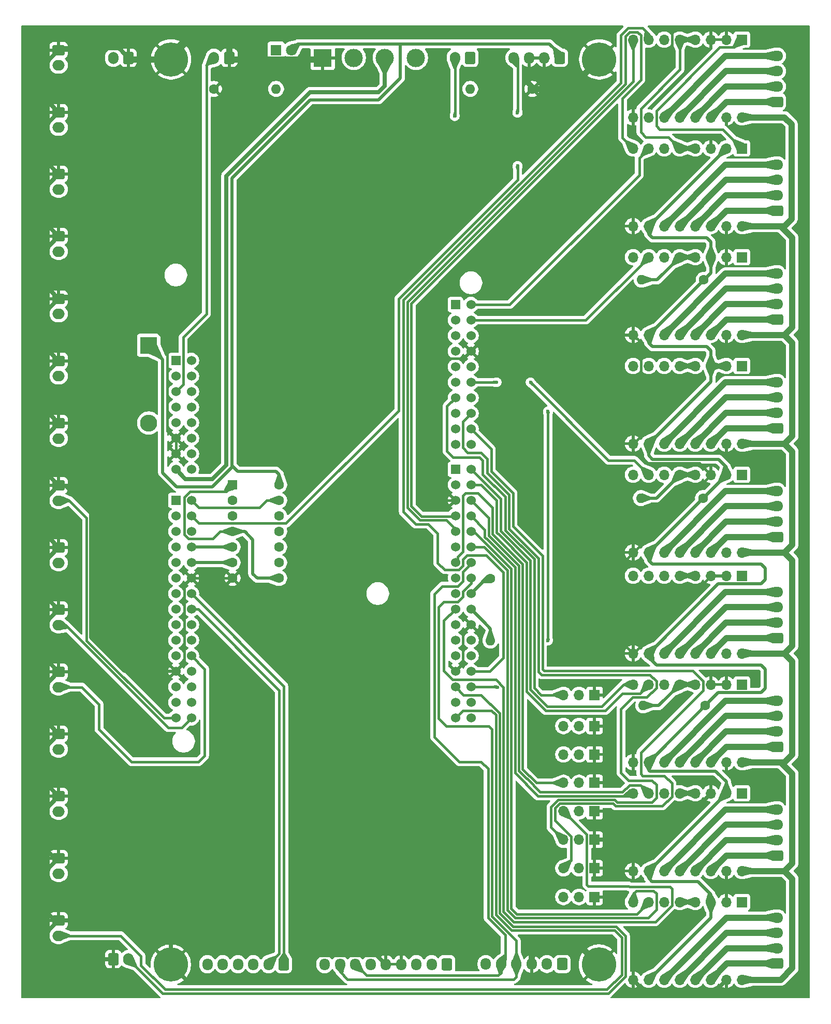
<source format=gbr>
%TF.GenerationSoftware,KiCad,Pcbnew,9.0.0*%
%TF.CreationDate,2025-03-23T18:41:59+01:00*%
%TF.ProjectId,Board_Main,426f6172-645f-44d6-9169-6e2e6b696361,rev?*%
%TF.SameCoordinates,Original*%
%TF.FileFunction,Copper,L1,Top*%
%TF.FilePolarity,Positive*%
%FSLAX46Y46*%
G04 Gerber Fmt 4.6, Leading zero omitted, Abs format (unit mm)*
G04 Created by KiCad (PCBNEW 9.0.0) date 2025-03-23 18:41:59*
%MOMM*%
%LPD*%
G01*
G04 APERTURE LIST*
G04 Aperture macros list*
%AMRoundRect*
0 Rectangle with rounded corners*
0 $1 Rounding radius*
0 $2 $3 $4 $5 $6 $7 $8 $9 X,Y pos of 4 corners*
0 Add a 4 corners polygon primitive as box body*
4,1,4,$2,$3,$4,$5,$6,$7,$8,$9,$2,$3,0*
0 Add four circle primitives for the rounded corners*
1,1,$1+$1,$2,$3*
1,1,$1+$1,$4,$5*
1,1,$1+$1,$6,$7*
1,1,$1+$1,$8,$9*
0 Add four rect primitives between the rounded corners*
20,1,$1+$1,$2,$3,$4,$5,0*
20,1,$1+$1,$4,$5,$6,$7,0*
20,1,$1+$1,$6,$7,$8,$9,0*
20,1,$1+$1,$8,$9,$2,$3,0*%
G04 Aperture macros list end*
%TA.AperFunction,ComponentPad*%
%ADD10O,1.700000X1.950000*%
%TD*%
%TA.AperFunction,ComponentPad*%
%ADD11RoundRect,0.250000X0.600000X0.725000X-0.600000X0.725000X-0.600000X-0.725000X0.600000X-0.725000X0*%
%TD*%
%TA.AperFunction,ComponentPad*%
%ADD12R,1.530000X1.530000*%
%TD*%
%TA.AperFunction,ComponentPad*%
%ADD13C,1.530000*%
%TD*%
%TA.AperFunction,ComponentPad*%
%ADD14C,5.600000*%
%TD*%
%TA.AperFunction,ComponentPad*%
%ADD15RoundRect,0.250000X-0.750000X0.600000X-0.750000X-0.600000X0.750000X-0.600000X0.750000X0.600000X0*%
%TD*%
%TA.AperFunction,ComponentPad*%
%ADD16O,2.000000X1.700000*%
%TD*%
%TA.AperFunction,ComponentPad*%
%ADD17R,1.700000X1.700000*%
%TD*%
%TA.AperFunction,ComponentPad*%
%ADD18O,1.700000X1.700000*%
%TD*%
%TA.AperFunction,ComponentPad*%
%ADD19R,1.800000X1.800000*%
%TD*%
%TA.AperFunction,ComponentPad*%
%ADD20C,1.800000*%
%TD*%
%TA.AperFunction,ComponentPad*%
%ADD21RoundRect,0.250000X0.725000X-0.600000X0.725000X0.600000X-0.725000X0.600000X-0.725000X-0.600000X0*%
%TD*%
%TA.AperFunction,ComponentPad*%
%ADD22O,1.950000X1.700000*%
%TD*%
%TA.AperFunction,ComponentPad*%
%ADD23C,1.600000*%
%TD*%
%TA.AperFunction,ComponentPad*%
%ADD24O,1.600000X1.600000*%
%TD*%
%TA.AperFunction,ComponentPad*%
%ADD25RoundRect,0.250000X0.600000X0.750000X-0.600000X0.750000X-0.600000X-0.750000X0.600000X-0.750000X0*%
%TD*%
%TA.AperFunction,ComponentPad*%
%ADD26O,1.700000X2.000000*%
%TD*%
%TA.AperFunction,ComponentPad*%
%ADD27R,2.800000X2.800000*%
%TD*%
%TA.AperFunction,ComponentPad*%
%ADD28O,2.800000X2.800000*%
%TD*%
%TA.AperFunction,ComponentPad*%
%ADD29RoundRect,0.250000X-0.550000X-0.550000X0.550000X-0.550000X0.550000X0.550000X-0.550000X0.550000X0*%
%TD*%
%TA.AperFunction,ComponentPad*%
%ADD30RoundRect,0.250000X-0.600000X-0.750000X0.600000X-0.750000X0.600000X0.750000X-0.600000X0.750000X0*%
%TD*%
%TA.AperFunction,ComponentPad*%
%ADD31R,3.000000X3.000000*%
%TD*%
%TA.AperFunction,ComponentPad*%
%ADD32C,3.000000*%
%TD*%
%TA.AperFunction,ViaPad*%
%ADD33C,0.600000*%
%TD*%
%TA.AperFunction,Conductor*%
%ADD34C,1.000000*%
%TD*%
%TA.AperFunction,Conductor*%
%ADD35C,0.425000*%
%TD*%
%TA.AperFunction,Conductor*%
%ADD36C,0.500000*%
%TD*%
%TA.AperFunction,Conductor*%
%ADD37C,0.700000*%
%TD*%
G04 APERTURE END LIST*
D10*
%TO.P,LIDAR,4,Pin_4*%
%TO.N,LIDAR_RX*%
X117595000Y-29210707D03*
%TO.P,LIDAR,3,Pin_3*%
%TO.N,GND*%
X120095000Y-29210707D03*
%TO.P,LIDAR,2,Pin_2*%
X122595000Y-29210707D03*
D11*
%TO.P,LIDAR,1,Pin_1*%
%TO.N,VCC*%
X125095000Y-29210707D03*
%TD*%
D12*
%TO.P,U1,CN7_1,PC_6*%
%TO.N,SW_1*%
X108070000Y-69544000D03*
D13*
%TO.P,U1,CN7_2,D15/PB_8*%
%TO.N,STEP_2*%
X110610000Y-69544000D03*
%TO.P,U1,CN7_3,PB_15*%
%TO.N,SW_2*%
X108070000Y-72084000D03*
%TO.P,U1,CN7_4,D14/PB_9*%
%TO.N,STEP_3*%
X110610000Y-72084000D03*
%TO.P,U1,CN7_5,PB_13*%
%TO.N,SW_3*%
X108070000Y-74624000D03*
%TO.P,U1,CN7_6,AVDD*%
%TO.N,unconnected-(U1B-AVDD-PadCN7_6)*%
X110610000Y-74624000D03*
%TO.P,U1,CN7_7,D19*%
%TO.N,unconnected-(U1B-D19-PadCN7_7)*%
X108070000Y-77164000D03*
%TO.P,U1,CN7_8,GND*%
%TO.N,GND*%
X110610000Y-77164000D03*
%TO.P,U1,CN7_9,PA_15*%
%TO.N,SW_4*%
X108070000Y-79704000D03*
%TO.P,U1,CN7_10,D13/FA_5*%
%TO.N,SW_TR*%
X110610000Y-79704000D03*
%TO.P,U1,CN7_11,PC_7*%
%TO.N,SW_5*%
X108070000Y-82244000D03*
%TO.P,U1,CN7_12,D12/PA_6*%
%TO.N,STEP_5*%
X110610000Y-82244000D03*
%TO.P,U1,CN7_13,PB_5*%
%TO.N,PWM_SERVO_1*%
X108070000Y-84784000D03*
%TO.P,U1,CN7_14,D11/PA_7*%
%TO.N,SW_TM*%
X110610000Y-84784000D03*
%TO.P,U1,CN7_15,PB_3*%
%TO.N,SW_6*%
X108070000Y-87324000D03*
%TO.P,U1,CN7_16,D10/PD_14*%
%TO.N,PWM_SERVO_6*%
X110610000Y-87324000D03*
%TO.P,U1,CN7_17,PA_4*%
%TO.N,SW_7*%
X108070000Y-89864000D03*
%TO.P,U1,CN7_18,D9/PD_15*%
%TO.N,PWM_SERVO_7*%
X110610000Y-89864000D03*
%TO.P,U1,CN7_19,PB_4*%
%TO.N,SW_9*%
X108070000Y-92404000D03*
%TO.P,U1,CN7_20,D8/PF_12*%
%TO.N,SW_BAU*%
X110610000Y-92404000D03*
D12*
%TO.P,U1,CN8_1,NC*%
%TO.N,unconnected-(U1C-NC-PadCN8_1)*%
X62350000Y-78688000D03*
D13*
%TO.P,U1,CN8_2,PC_8*%
%TO.N,PWM_SERVO_2*%
X64890000Y-78688000D03*
%TO.P,U1,CN8_3,IOREF*%
%TO.N,unconnected-(U1C-IOREF-PadCN8_3)*%
X62350000Y-81228000D03*
%TO.P,U1,CN8_4,PC_9*%
%TO.N,PWM_SERVO_3*%
X64890000Y-81228000D03*
%TO.P,U1,CN8_5,NRST*%
%TO.N,SW_RST*%
X62350000Y-83768000D03*
%TO.P,U1,CN8_6,PC_10*%
%TO.N,unconnected-(U1C-PC_10-PadCN8_6)*%
X64890000Y-83768000D03*
%TO.P,U1,CN8_7,+3V3*%
%TO.N,unconnected-(U1C-+3V3-PadCN8_7)*%
X62350000Y-86308000D03*
%TO.P,U1,CN8_8,PC_11*%
%TO.N,unconnected-(U1C-PC_11-PadCN8_8)*%
X64890000Y-86308000D03*
%TO.P,U1,CN8_9,+5V*%
%TO.N,Net-(D3-A)*%
X62350000Y-88848000D03*
%TO.P,U1,CN8_10,PC_12*%
%TO.N,LCD_D4*%
X64890000Y-88848000D03*
%TO.P,U1,CN8_11,GND*%
%TO.N,GND*%
X62350000Y-91388000D03*
%TO.P,U1,CN8_12,PD_2*%
%TO.N,LCD_D5*%
X64890000Y-91388000D03*
%TO.P,U1,CN8_13,GND*%
%TO.N,GND*%
X62350000Y-93928000D03*
%TO.P,U1,CN8_14,PG_2*%
%TO.N,LCD_D6*%
X64890000Y-93928000D03*
%TO.P,U1,CN8_15,VIN*%
%TO.N,P7V*%
X62350000Y-96468000D03*
%TO.P,U1,CN8_16,PG_3*%
%TO.N,LCD_D7*%
X64890000Y-96468000D03*
D12*
%TO.P,U1,CN9_1,PA_3/A0*%
%TO.N,unconnected-(U1D-PA_3{slash}A0-PadCN9_1)*%
X62350000Y-101548000D03*
D13*
%TO.P,U1,CN9_2,PD_7*%
%TO.N,SEL_UART_0*%
X64890000Y-101548000D03*
%TO.P,U1,CN9_3,PC_0/A1*%
%TO.N,unconnected-(U1D-PC_0{slash}A1-PadCN9_3)*%
X62350000Y-104088000D03*
%TO.P,U1,CN9_4,PD_6*%
%TO.N,LIDAR_RX*%
X64890000Y-104088000D03*
%TO.P,U1,CN9_5,PC_3/A2*%
%TO.N,unconnected-(U1D-PC_3{slash}A2-PadCN9_5)*%
X62350000Y-106628000D03*
%TO.P,U1,CN9_6,PD_5*%
%TO.N,unconnected-(U1D-PD_5-PadCN9_6)*%
X64890000Y-106628000D03*
%TO.P,U1,CN9_7,PF_3/A3*%
%TO.N,unconnected-(U1D-PF_3{slash}A3-PadCN9_7)*%
X62350000Y-109168000D03*
%TO.P,U1,CN9_8,PD_4*%
%TO.N,SEL_UART_1*%
X64890000Y-109168000D03*
%TO.P,U1,CN9_9,PF_5/A4*%
%TO.N,unconnected-(U1D-PF_5{slash}A4-PadCN9_9)*%
X62350000Y-111708000D03*
%TO.P,U1,CN9_10,PD_3*%
%TO.N,SEL_UART_2*%
X64890000Y-111708000D03*
%TO.P,U1,CN9_11,PF_10/A5*%
%TO.N,unconnected-(U1D-PF_10{slash}A5-PadCN9_11)*%
X62350000Y-114248000D03*
%TO.P,U1,CN9_12,GND*%
%TO.N,GND*%
X64890000Y-114248000D03*
%TO.P,U1,CN9_13,NC*%
%TO.N,unconnected-(U1D-NC-PadCN9_13)*%
X62350000Y-116788000D03*
%TO.P,U1,CN9_14,PE_2*%
%TO.N,LCD_RS*%
X64890000Y-116788000D03*
%TO.P,U1,CN9_15,NC*%
%TO.N,unconnected-(U1D-NC-PadCN9_15)*%
X62350000Y-119328000D03*
%TO.P,U1,CN9_16,PE_4*%
%TO.N,LCD_EN*%
X64890000Y-119328000D03*
%TO.P,U1,CN9_17,PF_2*%
%TO.N,unconnected-(U1D-PF_2-PadCN9_17)*%
X62350000Y-121868000D03*
%TO.P,U1,CN9_18,PE_5*%
%TO.N,PWM_SERVO_8*%
X64890000Y-121868000D03*
%TO.P,U1,CN9_19,PF_1*%
%TO.N,unconnected-(U1D-PF_1-PadCN9_19)*%
X62350000Y-124408000D03*
%TO.P,U1,CN9_20,PE_6*%
%TO.N,unconnected-(U1D-PE_6-PadCN9_20)*%
X64890000Y-124408000D03*
%TO.P,U1,CN9_21,PF_0*%
%TO.N,unconnected-(U1D-PF_0-PadCN9_21)*%
X62350000Y-126948000D03*
%TO.P,U1,CN9_22,PE_3*%
%TO.N,SW_11*%
X64890000Y-126948000D03*
%TO.P,U1,CN9_23,GND*%
%TO.N,GND*%
X62350000Y-129488000D03*
%TO.P,U1,CN9_24,PF_8*%
%TO.N,unconnected-(U1D-PF_8-PadCN9_24)*%
X64890000Y-129488000D03*
%TO.P,U1,CN9_25,PD_0*%
%TO.N,unconnected-(U1D-PD_0-PadCN9_25)*%
X62350000Y-132028000D03*
%TO.P,U1,CN9_26,PF_7*%
%TO.N,unconnected-(U1D-PF_7-PadCN9_26)*%
X64890000Y-132028000D03*
%TO.P,U1,CN9_27,PD_1*%
%TO.N,unconnected-(U1D-PD_1-PadCN9_27)*%
X62350000Y-134568000D03*
%TO.P,U1,CN9_28,PF_9*%
%TO.N,unconnected-(U1D-PF_9-PadCN9_28)*%
X64890000Y-134568000D03*
%TO.P,U1,CN9_29,PG_0*%
%TO.N,SW_8*%
X62350000Y-137108000D03*
%TO.P,U1,CN9_30,PG_1*%
%TO.N,SW_10*%
X64890000Y-137108000D03*
D12*
%TO.P,U1,CN10_1,AVDD*%
%TO.N,unconnected-(U1A-AVDD-PadCN10_1)*%
X108070000Y-96468000D03*
D13*
%TO.P,U1,CN10_2,D7/PF_13*%
%TO.N,DIR_A*%
X110610000Y-96468000D03*
%TO.P,U1,CN10_3,AGND*%
%TO.N,unconnected-(U1A-AGND-PadCN10_3)*%
X108070000Y-99008000D03*
%TO.P,U1,CN10_4,D6/PE_9*%
%TO.N,STEP_A*%
X110610000Y-99008000D03*
%TO.P,U1,CN10_5,GND*%
%TO.N,GND*%
X108070000Y-101548000D03*
%TO.P,U1,CN10_6,D5/PE_11*%
%TO.N,STEP_B*%
X110610000Y-101548000D03*
%TO.P,U1,CN10_7,PB_1*%
%TO.N,DIR_1*%
X108070000Y-104088000D03*
%TO.P,U1,CN10_8,D4/PF_14*%
%TO.N,DIR_B*%
X110610000Y-104088000D03*
%TO.P,U1,CN10_9,PC_2*%
%TO.N,DIR_2*%
X108070000Y-106628000D03*
%TO.P,U1,CN10_10,D3/PE_13*%
%TO.N,STEP_C*%
X110610000Y-106628000D03*
%TO.P,U1,CN10_11,PF_4*%
%TO.N,DIR_3*%
X108070000Y-109168000D03*
%TO.P,U1,CN10_12,D2/PF_15*%
%TO.N,DIR_C*%
X110610000Y-109168000D03*
%TO.P,U1,CN10_13,PB_6*%
%TO.N,PWM_SERVO_4*%
X108070000Y-111708000D03*
%TO.P,U1,CN10_14,D1/USART_A_TX/PG_14*%
%TO.N,BTH_TX*%
X110610000Y-111708000D03*
%TO.P,U1,CN10_15,PB_2*%
%TO.N,DIR_4*%
X108070000Y-114248000D03*
%TO.P,U1,CN10_16,D0/USART_A_RX/PG_9*%
%TO.N,BTH_RX*%
X110610000Y-114248000D03*
%TO.P,U1,CN10_17,GND*%
%TO.N,GND*%
X108070000Y-116788000D03*
%TO.P,U1,CN10_18,PE_8*%
%TO.N,UART_TX*%
X110610000Y-116788000D03*
%TO.P,U1,CN10_19,PD_13*%
%TO.N,PWM_SERVO_5*%
X108070000Y-119328000D03*
%TO.P,U1,CN10_20,PE_7*%
%TO.N,UART_RX*%
X110610000Y-119328000D03*
%TO.P,U1,CN10_21,PD_12*%
%TO.N,DIR_6*%
X108070000Y-121868000D03*
%TO.P,U1,CN10_22,GND*%
%TO.N,GND*%
X110610000Y-121868000D03*
%TO.P,U1,CN10_23,PD_11*%
%TO.N,DIR_5*%
X108070000Y-124408000D03*
%TO.P,U1,CN10_24,PE_10*%
%TO.N,EN_DRIVE_N*%
X110610000Y-124408000D03*
%TO.P,U1,CN10_25,PE_2*%
%TO.N,SW_SPARE_1*%
X108070000Y-126948000D03*
%TO.P,U1,CN10_26,PE_12*%
%TO.N,EN_STEP_N*%
X110610000Y-126948000D03*
%TO.P,U1,CN10_27,GND*%
%TO.N,GND*%
X108070000Y-129488000D03*
%TO.P,U1,CN10_28,PE_14*%
%TO.N,STEP_1*%
X110610000Y-129488000D03*
%TO.P,U1,CN10_29,PA_0*%
%TO.N,SW_SPARE_2*%
X108070000Y-132028000D03*
%TO.P,U1,CN10_30,PE_15*%
%TO.N,LED_LIDAR*%
X110610000Y-132028000D03*
%TO.P,U1,CN10_31,PB_0*%
%TO.N,unconnected-(U1A-PB_0-PadCN10_31)*%
X108070000Y-134568000D03*
%TO.P,U1,CN10_32,PB_10*%
%TO.N,STEP_4*%
X110610000Y-134568000D03*
%TO.P,U1,CN10_33,PE_0*%
%TO.N,SW_INIT*%
X108070000Y-137108000D03*
%TO.P,U1,CN10_34,PB_11*%
%TO.N,STEP_6*%
X110610000Y-137108000D03*
%TD*%
D14*
%TO.P,H4,1,1*%
%TO.N,GND*%
X131530000Y-177440000D03*
%TD*%
%TO.P,H3,1,1*%
%TO.N,GND*%
X61520000Y-177440000D03*
%TD*%
%TO.P,H2,1,1*%
%TO.N,GND*%
X131590000Y-29460000D03*
%TD*%
%TO.P,H1,1,1*%
%TO.N,GND*%
X61560000Y-29460000D03*
%TD*%
D15*
%TO.P,SW8,1,1*%
%TO.N,GND*%
X43180000Y-99100000D03*
D16*
%TO.P,SW8,2,2*%
%TO.N,SW_8*%
X43180000Y-101600000D03*
%TD*%
D17*
%TO.P,Servo4,1,Pin_1*%
%TO.N,GND*%
X130810000Y-147730000D03*
D18*
%TO.P,Servo4,2,Pin_2*%
%TO.N,P5V*%
X128270000Y-147730000D03*
%TO.P,Servo4,3,Pin_3*%
%TO.N,PWM_SERVO_4*%
X125730000Y-147730000D03*
%TD*%
D19*
%TO.P,PWR,1,K*%
%TO.N,Net-(D1-K)*%
X78740000Y-27940000D03*
D20*
%TO.P,PWR,2,A*%
%TO.N,VCC*%
X81280000Y-27940000D03*
%TD*%
D15*
%TO.P,SW9,1,1*%
%TO.N,GND*%
X43180000Y-109260000D03*
D16*
%TO.P,SW9,2,2*%
%TO.N,SW_9*%
X43180000Y-111760000D03*
%TD*%
D15*
%TO.P,SW_BAU,1,1*%
%TO.N,GND*%
X43180000Y-160060000D03*
D16*
%TO.P,SW_BAU,2,2*%
%TO.N,SW_BAU*%
X43180000Y-162560000D03*
%TD*%
D17*
%TO.P,Servo5,1,Pin_1*%
%TO.N,GND*%
X130810000Y-152380000D03*
D18*
%TO.P,Servo5,2,Pin_2*%
%TO.N,P5V*%
X128270000Y-152380000D03*
%TO.P,Servo5,3,Pin_3*%
%TO.N,PWM_SERVO_5*%
X125730000Y-152380000D03*
%TD*%
D11*
%TO.P,BTH,1,Pin_1*%
%TO.N,unconnected-(BTH1-Pin_1-Pad1)*%
X125530000Y-177342800D03*
D10*
%TO.P,BTH,2,Pin_2*%
%TO.N,VCC*%
X123030000Y-177342800D03*
%TO.P,BTH,3,Pin_3*%
%TO.N,GND*%
X120530000Y-177342800D03*
%TO.P,BTH,4,Pin_4*%
%TO.N,BTH_RX*%
X118030000Y-177342800D03*
%TO.P,BTH,5,Pin_5*%
%TO.N,BTH_TX*%
X115530000Y-177342800D03*
%TO.P,BTH,6,Pin_6*%
%TO.N,unconnected-(BTH1-Pin_6-Pad6)*%
X113030000Y-177342800D03*
%TD*%
D15*
%TO.P,SW4,1,1*%
%TO.N,GND*%
X43180000Y-58380000D03*
D16*
%TO.P,SW4,2,2*%
%TO.N,SW_4*%
X43180000Y-60880000D03*
%TD*%
D21*
%TO.P,Stepper1,1,Pin_1*%
%TO.N,Net-(Stepper1-Pin_1)*%
X160655000Y-36402000D03*
D22*
%TO.P,Stepper1,2,Pin_2*%
%TO.N,Net-(Stepper1-Pin_2)*%
X160655000Y-33902000D03*
%TO.P,Stepper1,3,Pin_3*%
%TO.N,Net-(Stepper1-Pin_3)*%
X160655000Y-31402000D03*
%TO.P,Stepper1,4,Pin_4*%
%TO.N,Net-(Stepper1-Pin_4)*%
X160655000Y-28902000D03*
%TD*%
D23*
%TO.P,R2,1*%
%TO.N,GND*%
X120650000Y-34290000D03*
D24*
%TO.P,R2,2*%
%TO.N,Net-(D2-K)*%
X110490000Y-34290000D03*
%TD*%
D17*
%TO.P,Servo1,1,Pin_1*%
%TO.N,GND*%
X130810000Y-133350000D03*
D18*
%TO.P,Servo1,2,Pin_2*%
%TO.N,P5V*%
X128270000Y-133350000D03*
%TO.P,Servo1,3,Pin_3*%
%TO.N,PWM_SERVO_1*%
X125730000Y-133350000D03*
%TD*%
D15*
%TO.P,SW10,1,1*%
%TO.N,GND*%
X43180000Y-119420000D03*
D16*
%TO.P,SW10,2,2*%
%TO.N,SW_10*%
X43180000Y-121920000D03*
%TD*%
D17*
%TO.P,U8,1,EN*%
%TO.N,EN_STEP_N*%
X154900000Y-79582000D03*
D18*
%TO.P,U8,2,MS1*%
%TO.N,VCC*%
X152360000Y-79582000D03*
%TO.P,U8,3,MS2*%
X149820000Y-79582000D03*
%TO.P,U8,4,UART_RX*%
%TO.N,UART_AD_1*%
X147280000Y-79582000D03*
%TO.P,U8,5,UART_TX*%
X144740000Y-79582000D03*
%TO.P,U8,6,CLK*%
%TO.N,unconnected-(U8-CLK-Pad6)*%
X142200000Y-79582000D03*
%TO.P,U8,7,STEP*%
%TO.N,STEP_4*%
X139660000Y-79582000D03*
%TO.P,U8,8,DIR*%
%TO.N,DIR_4*%
X137120000Y-79582000D03*
%TO.P,U8,9,VM*%
%TO.N,VBATT_16V*%
X154900000Y-92282000D03*
%TO.P,U8,10,GND*%
%TO.N,GND*%
X152360000Y-92282000D03*
%TO.P,U8,11,A2*%
%TO.N,Net-(Stepper4-Pin_1)*%
X149820000Y-92282000D03*
%TO.P,U8,12,A1*%
%TO.N,Net-(Stepper4-Pin_2)*%
X147280000Y-92282000D03*
%TO.P,U8,13,B1*%
%TO.N,Net-(Stepper4-Pin_3)*%
X144740000Y-92282000D03*
%TO.P,U8,14,B2*%
%TO.N,Net-(Stepper4-Pin_4)*%
X142200000Y-92282000D03*
%TO.P,U8,15,VCC*%
%TO.N,VCC*%
X139660000Y-92282000D03*
%TO.P,U8,16,GND*%
%TO.N,GND*%
X137120000Y-92282000D03*
%TD*%
D15*
%TO.P,SW5,1,1*%
%TO.N,GND*%
X43180000Y-68580000D03*
D16*
%TO.P,SW5,2,2*%
%TO.N,SW_5*%
X43180000Y-71080000D03*
%TD*%
D23*
%TO.P,R1,1*%
%TO.N,GND*%
X68580000Y-34290000D03*
D24*
%TO.P,R1,2*%
%TO.N,Net-(D1-K)*%
X78740000Y-34290000D03*
%TD*%
D15*
%TO.P,SW_INIT,1,1*%
%TO.N,GND*%
X43180000Y-170220000D03*
D16*
%TO.P,SW_INIT,2,2*%
%TO.N,SW_INIT*%
X43180000Y-172720000D03*
%TD*%
D25*
%TO.P,SW_RST,1,1*%
%TO.N,GND*%
X71080000Y-29210000D03*
D26*
%TO.P,SW_RST,2,2*%
%TO.N,SW_RST*%
X68580000Y-29210000D03*
%TD*%
D15*
%TO.P,SW3,1,1*%
%TO.N,GND*%
X43180000Y-48220000D03*
D16*
%TO.P,SW3,2,2*%
%TO.N,SW_3*%
X43180000Y-50720000D03*
%TD*%
D15*
%TO.P,SW6,1,1*%
%TO.N,GND*%
X43180000Y-78740000D03*
D16*
%TO.P,SW6,2,2*%
%TO.N,SW_6*%
X43180000Y-81240000D03*
%TD*%
D17*
%TO.P,Servo2,1,Pin_1*%
%TO.N,GND*%
X130810000Y-138430000D03*
D18*
%TO.P,Servo2,2,Pin_2*%
%TO.N,P5V*%
X128270000Y-138430000D03*
%TO.P,Servo2,3,Pin_3*%
%TO.N,PWM_SERVO_2*%
X125730000Y-138430000D03*
%TD*%
D15*
%TO.P,SW1,1,1*%
%TO.N,GND*%
X43180000Y-27940000D03*
D16*
%TO.P,SW1,2,2*%
%TO.N,SW_1*%
X43180000Y-30440000D03*
%TD*%
D21*
%TO.P,StepperB,1,Pin_1*%
%TO.N,Net-(StepperB1-Pin_1)*%
X160655000Y-159592000D03*
D22*
%TO.P,StepperB,2,Pin_2*%
%TO.N,Net-(StepperB1-Pin_2)*%
X160655000Y-157092000D03*
%TO.P,StepperB,3,Pin_3*%
%TO.N,Net-(StepperB1-Pin_3)*%
X160655000Y-154592000D03*
%TO.P,StepperB,4,Pin_4*%
%TO.N,Net-(StepperB1-Pin_4)*%
X160655000Y-152092000D03*
%TD*%
D27*
%TO.P,D3,1,K*%
%TO.N,VCC*%
X57912000Y-76200000D03*
D28*
%TO.P,D3,2,A*%
%TO.N,Net-(D3-A)*%
X57912000Y-88900000D03*
%TD*%
D21*
%TO.P,Stepper4,1,Pin_1*%
%TO.N,Net-(Stepper4-Pin_1)*%
X160655000Y-89742000D03*
D22*
%TO.P,Stepper4,2,Pin_2*%
%TO.N,Net-(Stepper4-Pin_2)*%
X160655000Y-87242000D03*
%TO.P,Stepper4,3,Pin_3*%
%TO.N,Net-(Stepper4-Pin_3)*%
X160655000Y-84742000D03*
%TO.P,Stepper4,4,Pin_4*%
%TO.N,Net-(Stepper4-Pin_4)*%
X160655000Y-82242000D03*
%TD*%
D17*
%TO.P,Servo7,1,Pin_1*%
%TO.N,GND*%
X130810000Y-161680000D03*
D18*
%TO.P,Servo7,2,Pin_2*%
%TO.N,P5V*%
X128270000Y-161680000D03*
%TO.P,Servo7,3,Pin_3*%
%TO.N,PWM_SERVO_7*%
X125730000Y-161680000D03*
%TD*%
D21*
%TO.P,StepperC,1,Pin_1*%
%TO.N,Net-(StepperC1-Pin_1)*%
X160655000Y-177252000D03*
D22*
%TO.P,StepperC,2,Pin_2*%
%TO.N,Net-(StepperC1-Pin_2)*%
X160655000Y-174752000D03*
%TO.P,StepperC,3,Pin_3*%
%TO.N,Net-(StepperC1-Pin_3)*%
X160655000Y-172252000D03*
%TO.P,StepperC,4,Pin_4*%
%TO.N,Net-(StepperC1-Pin_4)*%
X160655000Y-169752000D03*
%TD*%
D29*
%TO.P,U2,1*%
%TO.N,UART_RX*%
X71628000Y-99013000D03*
D23*
%TO.P,U2,2*%
%TO.N,UART_AD_0*%
X71628000Y-101553000D03*
%TO.P,U2,3*%
%TO.N,UART_AD_1*%
X71628000Y-104093000D03*
%TO.P,U2,4*%
%TO.N,UART_RX*%
X71628000Y-106633000D03*
%TO.P,U2,5*%
%TO.N,SEL_UART_1*%
X71628000Y-109173000D03*
%TO.P,U2,6*%
%TO.N,SEL_UART_2*%
X71628000Y-111713000D03*
%TO.P,U2,7,V_{SS}*%
%TO.N,GND*%
X71628000Y-114253000D03*
%TO.P,U2,8*%
%TO.N,UART_RX*%
X79248000Y-114253000D03*
%TO.P,U2,9*%
%TO.N,UART_AD_2*%
X79248000Y-111713000D03*
%TO.P,U2,10*%
%TO.N,unconnected-(U2-Pad10)*%
X79248000Y-109173000D03*
%TO.P,U2,11*%
%TO.N,unconnected-(U2-Pad11)*%
X79248000Y-106633000D03*
%TO.P,U2,12*%
%TO.N,unconnected-(U2-Pad12)*%
X79248000Y-104093000D03*
%TO.P,U2,13*%
%TO.N,SEL_UART_0*%
X79248000Y-101553000D03*
%TO.P,U2,14,V_{DD}*%
%TO.N,VCC*%
X79248000Y-99013000D03*
%TD*%
D17*
%TO.P,U7,1,EN*%
%TO.N,EN_STEP_N*%
X154900000Y-61802000D03*
D18*
%TO.P,U7,2,MS1*%
%TO.N,GND*%
X152360000Y-61802000D03*
%TO.P,U7,3,MS2*%
%TO.N,VCC*%
X149820000Y-61802000D03*
%TO.P,U7,4,UART_RX*%
%TO.N,UART_AD_1*%
X147280000Y-61802000D03*
%TO.P,U7,5,UART_TX*%
X144740000Y-61802000D03*
%TO.P,U7,6,CLK*%
%TO.N,unconnected-(U7-CLK-Pad6)*%
X142200000Y-61802000D03*
%TO.P,U7,7,STEP*%
%TO.N,STEP_3*%
X139660000Y-61802000D03*
%TO.P,U7,8,DIR*%
%TO.N,DIR_3*%
X137120000Y-61802000D03*
%TO.P,U7,9,VM*%
%TO.N,VBATT_16V*%
X154900000Y-74502000D03*
%TO.P,U7,10,GND*%
%TO.N,GND*%
X152360000Y-74502000D03*
%TO.P,U7,11,A2*%
%TO.N,Net-(Stepper3-Pin_1)*%
X149820000Y-74502000D03*
%TO.P,U7,12,A1*%
%TO.N,Net-(Stepper3-Pin_2)*%
X147280000Y-74502000D03*
%TO.P,U7,13,B1*%
%TO.N,Net-(Stepper3-Pin_3)*%
X144740000Y-74502000D03*
%TO.P,U7,14,B2*%
%TO.N,Net-(Stepper3-Pin_4)*%
X142200000Y-74502000D03*
%TO.P,U7,15,VCC*%
%TO.N,VCC*%
X139660000Y-74502000D03*
%TO.P,U7,16,GND*%
%TO.N,GND*%
X137120000Y-74502000D03*
%TD*%
D21*
%TO.P,Stepper3,1,Pin_1*%
%TO.N,Net-(Stepper3-Pin_1)*%
X160655000Y-71962000D03*
D22*
%TO.P,Stepper3,2,Pin_2*%
%TO.N,Net-(Stepper3-Pin_2)*%
X160655000Y-69462000D03*
%TO.P,Stepper3,3,Pin_3*%
%TO.N,Net-(Stepper3-Pin_3)*%
X160655000Y-66962000D03*
%TO.P,Stepper3,4,Pin_4*%
%TO.N,Net-(Stepper3-Pin_4)*%
X160655000Y-64462000D03*
%TD*%
D23*
%TO.P,R4,1*%
%TO.N,UART_TX*%
X113792000Y-114300000D03*
D24*
%TO.P,R4,2*%
%TO.N,UART_RX*%
X113792000Y-124460000D03*
%TD*%
D25*
%TO.P,SW_SPARE_1,1,1*%
%TO.N,GND*%
X54610000Y-29210000D03*
D26*
%TO.P,SW_SPARE_1,2,2*%
%TO.N,SW_SPARE_1*%
X52110000Y-29210000D03*
%TD*%
D17*
%TO.P,U5,1,EN*%
%TO.N,EN_STEP_N*%
X154900000Y-26242000D03*
D18*
%TO.P,U5,2,MS1*%
%TO.N,GND*%
X152360000Y-26242000D03*
%TO.P,U5,3,MS2*%
X149820000Y-26242000D03*
%TO.P,U5,4,UART_RX*%
%TO.N,UART_AD_1*%
X147280000Y-26242000D03*
%TO.P,U5,5,UART_TX*%
X144740000Y-26242000D03*
%TO.P,U5,6,CLK*%
%TO.N,unconnected-(U5-CLK-Pad6)*%
X142200000Y-26242000D03*
%TO.P,U5,7,STEP*%
%TO.N,STEP_1*%
X139660000Y-26242000D03*
%TO.P,U5,8,DIR*%
%TO.N,DIR_1*%
X137120000Y-26242000D03*
%TO.P,U5,9,VM*%
%TO.N,VBATT_16V*%
X154900000Y-38942000D03*
%TO.P,U5,10,GND*%
%TO.N,GND*%
X152360000Y-38942000D03*
%TO.P,U5,11,A2*%
%TO.N,Net-(Stepper1-Pin_1)*%
X149820000Y-38942000D03*
%TO.P,U5,12,A1*%
%TO.N,Net-(Stepper1-Pin_2)*%
X147280000Y-38942000D03*
%TO.P,U5,13,B1*%
%TO.N,Net-(Stepper1-Pin_3)*%
X144740000Y-38942000D03*
%TO.P,U5,14,B2*%
%TO.N,Net-(Stepper1-Pin_4)*%
X142200000Y-38942000D03*
%TO.P,U5,15,VCC*%
%TO.N,VCC*%
X139660000Y-38942000D03*
%TO.P,U5,16,GND*%
%TO.N,GND*%
X137120000Y-38942000D03*
%TD*%
D17*
%TO.P,U6,1,EN*%
%TO.N,EN_STEP_N*%
X154900000Y-44022000D03*
D18*
%TO.P,U6,2,MS1*%
%TO.N,VCC*%
X152360000Y-44022000D03*
%TO.P,U6,3,MS2*%
%TO.N,GND*%
X149820000Y-44022000D03*
%TO.P,U6,4,UART_RX*%
%TO.N,UART_AD_1*%
X147280000Y-44022000D03*
%TO.P,U6,5,UART_TX*%
X144740000Y-44022000D03*
%TO.P,U6,6,CLK*%
%TO.N,unconnected-(U6-CLK-Pad6)*%
X142200000Y-44022000D03*
%TO.P,U6,7,STEP*%
%TO.N,STEP_2*%
X139660000Y-44022000D03*
%TO.P,U6,8,DIR*%
%TO.N,DIR_2*%
X137120000Y-44022000D03*
%TO.P,U6,9,VM*%
%TO.N,VBATT_16V*%
X154900000Y-56722000D03*
%TO.P,U6,10,GND*%
%TO.N,GND*%
X152360000Y-56722000D03*
%TO.P,U6,11,A2*%
%TO.N,Net-(Stepper2-Pin_1)*%
X149820000Y-56722000D03*
%TO.P,U6,12,A1*%
%TO.N,Net-(Stepper2-Pin_2)*%
X147280000Y-56722000D03*
%TO.P,U6,13,B1*%
%TO.N,Net-(Stepper2-Pin_3)*%
X144740000Y-56722000D03*
%TO.P,U6,14,B2*%
%TO.N,Net-(Stepper2-Pin_4)*%
X142200000Y-56722000D03*
%TO.P,U6,15,VCC*%
%TO.N,VCC*%
X139660000Y-56722000D03*
%TO.P,U6,16,GND*%
%TO.N,GND*%
X137120000Y-56722000D03*
%TD*%
D11*
%TO.P,LCD,1,Pin_1*%
%TO.N,LCD_RS*%
X80010000Y-177372000D03*
D10*
%TO.P,LCD,2,Pin_2*%
%TO.N,LCD_EN*%
X77510000Y-177372000D03*
%TO.P,LCD,3,Pin_3*%
%TO.N,LCD_D4*%
X75010000Y-177372000D03*
%TO.P,LCD,4,Pin_4*%
%TO.N,LCD_D5*%
X72510000Y-177372000D03*
%TO.P,LCD,5,Pin_5*%
%TO.N,LCD_D6*%
X70010000Y-177372000D03*
%TO.P,LCD,6,Pin_6*%
%TO.N,LCD_D7*%
X67510000Y-177372000D03*
%TD*%
D21*
%TO.P,Stepper2,1,Pin_1*%
%TO.N,Net-(Stepper2-Pin_1)*%
X160655000Y-54182000D03*
D22*
%TO.P,Stepper2,2,Pin_2*%
%TO.N,Net-(Stepper2-Pin_2)*%
X160655000Y-51682000D03*
%TO.P,Stepper2,3,Pin_3*%
%TO.N,Net-(Stepper2-Pin_3)*%
X160655000Y-49182000D03*
%TO.P,Stepper2,4,Pin_4*%
%TO.N,Net-(Stepper2-Pin_4)*%
X160655000Y-46682000D03*
%TD*%
D21*
%TO.P,Stepper6,1,Pin_1*%
%TO.N,Net-(Stepper6-Pin_1)*%
X160655000Y-124032000D03*
D22*
%TO.P,Stepper6,2,Pin_2*%
%TO.N,Net-(Stepper6-Pin_2)*%
X160655000Y-121532000D03*
%TO.P,Stepper6,3,Pin_3*%
%TO.N,Net-(Stepper6-Pin_3)*%
X160655000Y-119032000D03*
%TO.P,Stepper6,4,Pin_4*%
%TO.N,Net-(Stepper6-Pin_4)*%
X160655000Y-116532000D03*
%TD*%
D15*
%TO.P,SW11,1,1*%
%TO.N,GND*%
X43180000Y-129580000D03*
D16*
%TO.P,SW11,2,2*%
%TO.N,SW_11*%
X43180000Y-132080000D03*
%TD*%
D17*
%TO.P,Servo3,1,Pin_1*%
%TO.N,GND*%
X130810000Y-143080000D03*
D18*
%TO.P,Servo3,2,Pin_2*%
%TO.N,P5V*%
X128270000Y-143080000D03*
%TO.P,Servo3,3,Pin_3*%
%TO.N,PWM_SERVO_3*%
X125730000Y-143080000D03*
%TD*%
D17*
%TO.P,U3,1,EN*%
%TO.N,EN_STEP_N*%
X154900000Y-113872000D03*
D18*
%TO.P,U3,2,MS1*%
%TO.N,GND*%
X152360000Y-113872000D03*
%TO.P,U3,3,MS2*%
X149820000Y-113872000D03*
%TO.P,U3,4,UART_RX*%
%TO.N,UART_AD_2*%
X147280000Y-113872000D03*
%TO.P,U3,5,UART_TX*%
X144740000Y-113872000D03*
%TO.P,U3,6,CLK*%
%TO.N,unconnected-(U3-CLK-Pad6)*%
X142200000Y-113872000D03*
%TO.P,U3,7,STEP*%
%TO.N,STEP_6*%
X139660000Y-113872000D03*
%TO.P,U3,8,DIR*%
%TO.N,DIR_6*%
X137120000Y-113872000D03*
%TO.P,U3,9,VM*%
%TO.N,VBATT_16V*%
X154900000Y-126572000D03*
%TO.P,U3,10,GND*%
%TO.N,GND*%
X152360000Y-126572000D03*
%TO.P,U3,11,A2*%
%TO.N,Net-(Stepper6-Pin_1)*%
X149820000Y-126572000D03*
%TO.P,U3,12,A1*%
%TO.N,Net-(Stepper6-Pin_2)*%
X147280000Y-126572000D03*
%TO.P,U3,13,B1*%
%TO.N,Net-(Stepper6-Pin_3)*%
X144740000Y-126572000D03*
%TO.P,U3,14,B2*%
%TO.N,Net-(Stepper6-Pin_4)*%
X142200000Y-126572000D03*
%TO.P,U3,15,VCC*%
%TO.N,VCC*%
X139660000Y-126572000D03*
%TO.P,U3,16,GND*%
%TO.N,GND*%
X137120000Y-126572000D03*
%TD*%
D17*
%TO.P,U11,1,EN*%
%TO.N,EN_DRIVE_N*%
X154900000Y-167212000D03*
D18*
%TO.P,U11,2,MS1*%
%TO.N,GND*%
X152360000Y-167212000D03*
%TO.P,U11,3,MS2*%
%TO.N,VCC*%
X149820000Y-167212000D03*
%TO.P,U11,4,UART_RX*%
%TO.N,UART_AD_0*%
X147280000Y-167212000D03*
%TO.P,U11,5,UART_TX*%
X144740000Y-167212000D03*
%TO.P,U11,6,CLK*%
%TO.N,unconnected-(U11-CLK-Pad6)*%
X142200000Y-167212000D03*
%TO.P,U11,7,STEP*%
%TO.N,STEP_C*%
X139660000Y-167212000D03*
%TO.P,U11,8,DIR*%
%TO.N,DIR_C*%
X137120000Y-167212000D03*
%TO.P,U11,9,VM*%
%TO.N,VBATT_16V*%
X154900000Y-179912000D03*
%TO.P,U11,10,GND*%
%TO.N,GND*%
X152360000Y-179912000D03*
%TO.P,U11,11,A2*%
%TO.N,Net-(StepperC1-Pin_1)*%
X149820000Y-179912000D03*
%TO.P,U11,12,A1*%
%TO.N,Net-(StepperC1-Pin_2)*%
X147280000Y-179912000D03*
%TO.P,U11,13,B1*%
%TO.N,Net-(StepperC1-Pin_3)*%
X144740000Y-179912000D03*
%TO.P,U11,14,B2*%
%TO.N,Net-(StepperC1-Pin_4)*%
X142200000Y-179912000D03*
%TO.P,U11,15,VCC*%
%TO.N,VCC*%
X139660000Y-179912000D03*
%TO.P,U11,16,GND*%
%TO.N,GND*%
X137120000Y-179912000D03*
%TD*%
D15*
%TO.P,SW7,1,1*%
%TO.N,GND*%
X43180000Y-88940000D03*
D16*
%TO.P,SW7,2,2*%
%TO.N,SW_7*%
X43180000Y-91440000D03*
%TD*%
D17*
%TO.P,Servo6,1,Pin_1*%
%TO.N,GND*%
X130810000Y-157030000D03*
D18*
%TO.P,Servo6,2,Pin_2*%
%TO.N,P5V*%
X128270000Y-157030000D03*
%TO.P,Servo6,3,Pin_3*%
%TO.N,PWM_SERVO_6*%
X125730000Y-157030000D03*
%TD*%
D17*
%TO.P,U4,1,EN*%
%TO.N,EN_STEP_N*%
X154900000Y-97362000D03*
D18*
%TO.P,U4,2,MS1*%
%TO.N,VCC*%
X152360000Y-97362000D03*
%TO.P,U4,3,MS2*%
%TO.N,GND*%
X149820000Y-97362000D03*
%TO.P,U4,4,UART_RX*%
%TO.N,UART_AD_2*%
X147280000Y-97362000D03*
%TO.P,U4,5,UART_TX*%
X144740000Y-97362000D03*
%TO.P,U4,6,CLK*%
%TO.N,unconnected-(U4-CLK-Pad6)*%
X142200000Y-97362000D03*
%TO.P,U4,7,STEP*%
%TO.N,STEP_5*%
X139660000Y-97362000D03*
%TO.P,U4,8,DIR*%
%TO.N,DIR_5*%
X137120000Y-97362000D03*
%TO.P,U4,9,VM*%
%TO.N,VBATT_16V*%
X154900000Y-110062000D03*
%TO.P,U4,10,GND*%
%TO.N,GND*%
X152360000Y-110062000D03*
%TO.P,U4,11,A2*%
%TO.N,Net-(Stepper5-Pin_1)*%
X149820000Y-110062000D03*
%TO.P,U4,12,A1*%
%TO.N,Net-(Stepper5-Pin_2)*%
X147280000Y-110062000D03*
%TO.P,U4,13,B1*%
%TO.N,Net-(Stepper5-Pin_3)*%
X144740000Y-110062000D03*
%TO.P,U4,14,B2*%
%TO.N,Net-(Stepper5-Pin_4)*%
X142200000Y-110062000D03*
%TO.P,U4,15,VCC*%
%TO.N,VCC*%
X139660000Y-110062000D03*
%TO.P,U4,16,GND*%
%TO.N,GND*%
X137120000Y-110062000D03*
%TD*%
D30*
%TO.P,SW_SPARE_2,1,1*%
%TO.N,GND*%
X52110000Y-176530000D03*
D26*
%TO.P,SW_SPARE_2,2,2*%
%TO.N,SW_SPARE_2*%
X54610000Y-176530000D03*
%TD*%
D21*
%TO.P,Stepper5,1,Pin_1*%
%TO.N,Net-(Stepper5-Pin_1)*%
X160655000Y-107522000D03*
D22*
%TO.P,Stepper5,2,Pin_2*%
%TO.N,Net-(Stepper5-Pin_2)*%
X160655000Y-105022000D03*
%TO.P,Stepper5,3,Pin_3*%
%TO.N,Net-(Stepper5-Pin_3)*%
X160655000Y-102522000D03*
%TO.P,Stepper5,4,Pin_4*%
%TO.N,Net-(Stepper5-Pin_4)*%
X160655000Y-100022000D03*
%TD*%
D17*
%TO.P,U9,1,EN*%
%TO.N,EN_DRIVE_N*%
X154900000Y-131652000D03*
D18*
%TO.P,U9,2,MS1*%
%TO.N,GND*%
X152360000Y-131652000D03*
%TO.P,U9,3,MS2*%
X149820000Y-131652000D03*
%TO.P,U9,4,UART_RX*%
%TO.N,UART_AD_0*%
X147280000Y-131652000D03*
%TO.P,U9,5,UART_TX*%
X144740000Y-131652000D03*
%TO.P,U9,6,CLK*%
%TO.N,unconnected-(U9-CLK-Pad6)*%
X142200000Y-131652000D03*
%TO.P,U9,7,STEP*%
%TO.N,STEP_A*%
X139660000Y-131652000D03*
%TO.P,U9,8,DIR*%
%TO.N,DIR_A*%
X137120000Y-131652000D03*
%TO.P,U9,9,VM*%
%TO.N,VBATT_16V*%
X154900000Y-144352000D03*
%TO.P,U9,10,GND*%
%TO.N,GND*%
X152360000Y-144352000D03*
%TO.P,U9,11,A2*%
%TO.N,Net-(StepperA1-Pin_1)*%
X149820000Y-144352000D03*
%TO.P,U9,12,A1*%
%TO.N,Net-(StepperA1-Pin_2)*%
X147280000Y-144352000D03*
%TO.P,U9,13,B1*%
%TO.N,Net-(StepperA1-Pin_3)*%
X144740000Y-144352000D03*
%TO.P,U9,14,B2*%
%TO.N,Net-(StepperA1-Pin_4)*%
X142200000Y-144352000D03*
%TO.P,U9,15,VCC*%
%TO.N,VCC*%
X139660000Y-144352000D03*
%TO.P,U9,16,GND*%
%TO.N,GND*%
X137120000Y-144352000D03*
%TD*%
D21*
%TO.P,StepperA,1,Pin_1*%
%TO.N,Net-(StepperA1-Pin_1)*%
X160655000Y-141812000D03*
D22*
%TO.P,StepperA,2,Pin_2*%
%TO.N,Net-(StepperA1-Pin_2)*%
X160655000Y-139312000D03*
%TO.P,StepperA,3,Pin_3*%
%TO.N,Net-(StepperA1-Pin_3)*%
X160655000Y-136812000D03*
%TO.P,StepperA,4,Pin_4*%
%TO.N,Net-(StepperA1-Pin_4)*%
X160655000Y-134312000D03*
%TD*%
D17*
%TO.P,U10,1,EN*%
%TO.N,EN_DRIVE_N*%
X154900000Y-149432000D03*
D18*
%TO.P,U10,2,MS1*%
%TO.N,VCC*%
X152360000Y-149432000D03*
%TO.P,U10,3,MS2*%
%TO.N,GND*%
X149820000Y-149432000D03*
%TO.P,U10,4,UART_RX*%
%TO.N,UART_AD_0*%
X147280000Y-149432000D03*
%TO.P,U10,5,UART_TX*%
X144740000Y-149432000D03*
%TO.P,U10,6,CLK*%
%TO.N,unconnected-(U10-CLK-Pad6)*%
X142200000Y-149432000D03*
%TO.P,U10,7,STEP*%
%TO.N,STEP_B*%
X139660000Y-149432000D03*
%TO.P,U10,8,DIR*%
%TO.N,DIR_B*%
X137120000Y-149432000D03*
%TO.P,U10,9,VM*%
%TO.N,VBATT_16V*%
X154900000Y-162132000D03*
%TO.P,U10,10,GND*%
%TO.N,GND*%
X152360000Y-162132000D03*
%TO.P,U10,11,A2*%
%TO.N,Net-(StepperB1-Pin_1)*%
X149820000Y-162132000D03*
%TO.P,U10,12,A1*%
%TO.N,Net-(StepperB1-Pin_2)*%
X147280000Y-162132000D03*
%TO.P,U10,13,B1*%
%TO.N,Net-(StepperB1-Pin_3)*%
X144740000Y-162132000D03*
%TO.P,U10,14,B2*%
%TO.N,Net-(StepperB1-Pin_4)*%
X142200000Y-162132000D03*
%TO.P,U10,15,VCC*%
%TO.N,VCC*%
X139660000Y-162132000D03*
%TO.P,U10,16,GND*%
%TO.N,GND*%
X137120000Y-162132000D03*
%TD*%
D15*
%TO.P,SW_TIRETTE,1,A*%
%TO.N,GND*%
X43180000Y-139740000D03*
D16*
%TO.P,SW_TIRETTE,2,B*%
%TO.N,SW_TR*%
X43180000Y-142240000D03*
%TD*%
D31*
%TO.P,J23,1,Pin_1*%
%TO.N,GND*%
X86360000Y-29210000D03*
D32*
%TO.P,J23,2,Pin_2*%
%TO.N,P5V*%
X91440000Y-29210000D03*
%TO.P,J23,3,Pin_3*%
%TO.N,P7V*%
X96520000Y-29210000D03*
%TO.P,J23,4,Pin_4*%
%TO.N,VBATT_16V*%
X101600000Y-29210000D03*
%TD*%
D17*
%TO.P,Servo8,1,Pin_1*%
%TO.N,GND*%
X130810000Y-166370000D03*
D18*
%TO.P,Servo8,2,Pin_2*%
%TO.N,P5V*%
X128270000Y-166370000D03*
%TO.P,Servo8,3,Pin_3*%
%TO.N,PWM_SERVO_8*%
X125730000Y-166370000D03*
%TD*%
D15*
%TO.P,SW2,1,1*%
%TO.N,GND*%
X43180000Y-38100000D03*
D16*
%TO.P,SW2,2,2*%
%TO.N,SW_2*%
X43180000Y-40600000D03*
%TD*%
D25*
%TO.P,LED_LIDAR,1,K*%
%TO.N,Net-(D2-K)*%
X110490000Y-29210000D03*
D26*
%TO.P,LED_LIDAR,2,A*%
%TO.N,LED_LIDAR*%
X107990000Y-29210000D03*
%TD*%
D11*
%TO.P,XBOX_BTH,1,Pin_1*%
%TO.N,VCC*%
X106680000Y-177372000D03*
D10*
%TO.P,XBOX_BTH,2,Pin_2*%
%TO.N,unconnected-(XBOX_BTH1-Pin_2-Pad2)*%
X104180000Y-177372000D03*
%TO.P,XBOX_BTH,3,Pin_3*%
%TO.N,unconnected-(XBOX_BTH1-Pin_3-Pad3)*%
X101680000Y-177372000D03*
%TO.P,XBOX_BTH,4,Pin_4*%
%TO.N,GND*%
X99180000Y-177372000D03*
%TO.P,XBOX_BTH,5,Pin_5*%
X96680000Y-177372000D03*
%TO.P,XBOX_BTH,6,Pin_6*%
%TO.N,unconnected-(XBOX_BTH1-Pin_6-Pad6)*%
X94180000Y-177372000D03*
%TO.P,XBOX_BTH,7,Pin_7*%
%TO.N,BTH_TX*%
X91680000Y-177372000D03*
%TO.P,XBOX_BTH,8,Pin_8*%
%TO.N,BTH_RX*%
X89180000Y-177372000D03*
%TO.P,XBOX_BTH,9,Pin_9*%
%TO.N,unconnected-(XBOX_BTH1-Pin_9-Pad9)*%
X86680000Y-177372000D03*
%TD*%
D15*
%TO.P,SW_TEAM,1,A*%
%TO.N,GND*%
X43180000Y-149900000D03*
D16*
%TO.P,SW_TEAM,2,B*%
%TO.N,SW_TM*%
X43180000Y-152400000D03*
%TD*%
D23*
%TO.P,R5,1*%
%TO.N,VCC*%
X148677000Y-65485000D03*
D24*
%TO.P,R5,2*%
%TO.N,UART_AD_1*%
X138517000Y-65485000D03*
%TD*%
D23*
%TO.P,R3,1*%
%TO.N,VCC*%
X148931000Y-135081000D03*
D24*
%TO.P,R3,2*%
%TO.N,UART_AD_0*%
X138771000Y-135081000D03*
%TD*%
D23*
%TO.P,R6,1*%
%TO.N,VCC*%
X148550000Y-101172000D03*
D24*
%TO.P,R6,2*%
%TO.N,UART_AD_2*%
X138390000Y-101172000D03*
%TD*%
D33*
%TO.N,LED_LIDAR*%
X123190000Y-124460000D03*
X123190000Y-86995000D03*
X114923686Y-132091314D03*
X107950000Y-38735000D03*
%TO.N,LIDAR_RX*%
X118230000Y-46856000D03*
X118211600Y-38201600D03*
%TO.N,STEP_5*%
X120344000Y-82244000D03*
X114806800Y-82244000D03*
%TD*%
D34*
%TO.N,GND*%
X71080000Y-27265000D02*
X71080000Y-29210000D01*
X63500000Y-26670000D02*
X70485000Y-26670000D01*
X61560000Y-28610000D02*
X63500000Y-26670000D01*
X70485000Y-26670000D02*
X71080000Y-27265000D01*
X61560000Y-28610000D02*
X61560000Y-29460000D01*
X54860000Y-29460000D02*
X54610000Y-29210000D01*
X61560000Y-29460000D02*
X54860000Y-29460000D01*
X126760000Y-34290000D02*
X120650000Y-34290000D01*
X131590000Y-29460000D02*
X126760000Y-34290000D01*
D35*
X120095000Y-33100000D02*
X120095000Y-29210707D01*
X120650000Y-33655000D02*
X120095000Y-33100000D01*
X120650000Y-34290000D02*
X120650000Y-33655000D01*
D36*
%TO.N,VCC*%
X123444000Y-26924000D02*
X99060000Y-26924000D01*
X125095000Y-28575000D02*
X123444000Y-26924000D01*
X125095000Y-29210707D02*
X125095000Y-28575000D01*
D35*
%TO.N,GND*%
X123230000Y-29210000D02*
X120095000Y-29210000D01*
D34*
X128080000Y-173990000D02*
X122555000Y-173990000D01*
X131530000Y-177440000D02*
X128080000Y-173990000D01*
X122555000Y-173990000D02*
X120530000Y-176015000D01*
X120530000Y-176015000D02*
X120530000Y-177342800D01*
D35*
%TO.N,SW_INIT*%
X109248500Y-135929500D02*
X108070000Y-137108000D01*
X114668000Y-136635298D02*
X113962202Y-135929500D01*
X117212000Y-171822000D02*
X114668000Y-169278000D01*
X114668000Y-169278000D02*
X114668000Y-136635298D01*
X134106702Y-171822000D02*
X117212000Y-171822000D01*
X135255000Y-172970298D02*
X134106702Y-171822000D01*
X135255000Y-179073702D02*
X135255000Y-172970298D01*
X60588000Y-181492000D02*
X132836702Y-181492000D01*
X56642000Y-176022000D02*
X56642000Y-177546000D01*
X56642000Y-177546000D02*
X60588000Y-181492000D01*
X113962202Y-135929500D02*
X109248500Y-135929500D01*
X132836702Y-181492000D02*
X135255000Y-179073702D01*
X53340000Y-172720000D02*
X56642000Y-176022000D01*
X43180000Y-172720000D02*
X53340000Y-172720000D01*
%TO.N,SW_SPARE_2*%
X109392000Y-133350000D02*
X108070000Y-132028000D01*
X115294000Y-136376000D02*
X112268000Y-133350000D01*
X115294000Y-169011298D02*
X115294000Y-136376000D01*
X112268000Y-133350000D02*
X109392000Y-133350000D01*
X134366000Y-171196000D02*
X117478702Y-171196000D01*
X117478702Y-171196000D02*
X115294000Y-169011298D01*
X135890000Y-179324000D02*
X135890000Y-172720000D01*
X133096000Y-182118000D02*
X135890000Y-179324000D01*
X60198000Y-182118000D02*
X133096000Y-182118000D01*
X135890000Y-172720000D02*
X134366000Y-171196000D01*
X54610000Y-176530000D02*
X60198000Y-182118000D01*
%TO.N,BTH_TX*%
X115530000Y-178738000D02*
X115530000Y-177342800D01*
X115062000Y-179206000D02*
X115530000Y-178738000D01*
%TO.N,BTH_RX*%
X118030000Y-173525298D02*
X118030000Y-177342800D01*
X118030000Y-179404000D02*
X118030000Y-177342800D01*
X117602000Y-179832000D02*
X118030000Y-179404000D01*
X110610000Y-115121349D02*
X110610000Y-114248000D01*
X109248500Y-116482849D02*
X110610000Y-115121349D01*
X109248500Y-117276151D02*
X109248500Y-116482849D01*
X108414651Y-118110000D02*
X109248500Y-117276151D01*
X106172000Y-118110000D02*
X108414651Y-118110000D01*
X105274000Y-119008000D02*
X106172000Y-118110000D01*
X106578400Y-138480800D02*
X105274000Y-137176400D01*
X113538000Y-138480800D02*
X106578400Y-138480800D01*
X105274000Y-137176400D02*
X105274000Y-119008000D01*
X114042000Y-138984800D02*
X113538000Y-138480800D01*
X118030000Y-173525298D02*
X114042000Y-169537298D01*
X90424000Y-179832000D02*
X117602000Y-179832000D01*
X89180000Y-178588000D02*
X90424000Y-179832000D01*
X114042000Y-169537298D02*
X114042000Y-138984800D01*
X89180000Y-177372000D02*
X89180000Y-178588000D01*
D37*
%TO.N,GND*%
X61520000Y-171960000D02*
X59780000Y-170220000D01*
X61520000Y-177440000D02*
X61520000Y-171960000D01*
X84504000Y-175846000D02*
X80040000Y-180310000D01*
X64390000Y-180310000D02*
X61520000Y-177440000D01*
X95154000Y-175846000D02*
X84504000Y-175846000D01*
X80040000Y-180310000D02*
X64390000Y-180310000D01*
X96680000Y-177372000D02*
X95154000Y-175846000D01*
X59780000Y-170220000D02*
X43180000Y-170220000D01*
D36*
%TO.N,VCC*%
X139660000Y-179912000D02*
X149820000Y-169752000D01*
X99060000Y-32512000D02*
X99060000Y-26924000D01*
X149820000Y-79582000D02*
X149820000Y-77042000D01*
X149820000Y-64342000D02*
X149820000Y-61802000D01*
X140930000Y-128477000D02*
X139660000Y-127207000D01*
X99060000Y-26924000D02*
X82296000Y-26924000D01*
X158075000Y-111967000D02*
X140295000Y-111967000D01*
X147708000Y-163830000D02*
X149820000Y-165942000D01*
X57912000Y-76200000D02*
X60198000Y-78486000D01*
X158075000Y-128477000D02*
X140930000Y-128477000D01*
X140295000Y-111967000D02*
X139660000Y-111332000D01*
X151059000Y-132953000D02*
X158044000Y-132953000D01*
X158710000Y-132287000D02*
X158710000Y-129112000D01*
X149185000Y-58627000D02*
X149820000Y-59262000D01*
X149820000Y-79582000D02*
X149820000Y-82122000D01*
X158710000Y-129112000D02*
X158075000Y-128477000D01*
X149820000Y-169752000D02*
X149820000Y-167212000D01*
X139660000Y-92282000D02*
X139660000Y-94187000D01*
X139660000Y-162132000D02*
X139660000Y-163282000D01*
X140295000Y-76407000D02*
X139660000Y-75772000D01*
X139660000Y-127207000D02*
X139660000Y-126572000D01*
X62484000Y-99314000D02*
X68326000Y-99314000D01*
X79248000Y-97282000D02*
X78740000Y-96774000D01*
X139660000Y-163282000D02*
X140208000Y-163830000D01*
X139660000Y-144352000D02*
X139660000Y-145622000D01*
X149185000Y-76407000D02*
X140295000Y-76407000D01*
X139660000Y-111332000D02*
X139660000Y-110062000D01*
X152360000Y-96092000D02*
X152360000Y-97362000D01*
X139660000Y-74502000D02*
X149820000Y-64342000D01*
X71526400Y-48869600D02*
X84328000Y-36068000D01*
X71526400Y-95859600D02*
X72440800Y-96774000D01*
X158710000Y-112602000D02*
X158075000Y-111967000D01*
X60198000Y-78486000D02*
X60198000Y-97028000D01*
X139660000Y-126572000D02*
X151059000Y-115173000D01*
X149820000Y-165942000D02*
X149820000Y-167212000D01*
X140295000Y-94822000D02*
X151090000Y-94822000D01*
X158044000Y-132953000D02*
X158710000Y-132287000D01*
X149820000Y-59262000D02*
X149820000Y-61802000D01*
X140295000Y-58627000D02*
X149185000Y-58627000D01*
X158044000Y-115173000D02*
X158710000Y-114507000D01*
X79248000Y-99013000D02*
X79248000Y-97282000D01*
X71526400Y-95859600D02*
X71526400Y-48869600D01*
X139660000Y-162132000D02*
X152360000Y-149432000D01*
X139660000Y-57992000D02*
X140295000Y-58627000D01*
X139660000Y-75772000D02*
X139660000Y-74502000D01*
X149820000Y-79582000D02*
X152360000Y-79582000D01*
X84328000Y-36068000D02*
X95504000Y-36068000D01*
X71526400Y-96113600D02*
X71526400Y-95859600D01*
X139660000Y-94187000D02*
X140295000Y-94822000D01*
X78740000Y-96774000D02*
X72440800Y-96774000D01*
X158710000Y-114507000D02*
X158710000Y-112602000D01*
X150622000Y-145796000D02*
X150876000Y-146050000D01*
X150876000Y-146050000D02*
X150883000Y-146050000D01*
X139660000Y-56722000D02*
X152360000Y-44022000D01*
X82296000Y-26924000D02*
X81280000Y-27940000D01*
X139660000Y-56722000D02*
X139660000Y-57992000D01*
X140208000Y-163830000D02*
X147708000Y-163830000D01*
X149820000Y-82122000D02*
X139660000Y-92282000D01*
X139834000Y-145796000D02*
X150622000Y-145796000D01*
X149820000Y-77042000D02*
X149185000Y-76407000D01*
X152360000Y-147527000D02*
X152360000Y-149432000D01*
X151090000Y-94822000D02*
X152360000Y-96092000D01*
X151059000Y-115173000D02*
X158044000Y-115173000D01*
X95504000Y-36068000D02*
X99060000Y-32512000D01*
X139660000Y-110062000D02*
X152360000Y-97362000D01*
X139660000Y-145622000D02*
X139834000Y-145796000D01*
X60198000Y-97028000D02*
X62484000Y-99314000D01*
X150883000Y-146050000D02*
X152360000Y-147527000D01*
X68326000Y-99314000D02*
X71526400Y-96113600D01*
X139660000Y-144352000D02*
X151059000Y-132953000D01*
D35*
%TO.N,LED_LIDAR*%
X123190000Y-86995000D02*
X123190000Y-124460000D01*
X107950000Y-38735000D02*
X107990000Y-38695000D01*
X114860372Y-132028000D02*
X114923686Y-132091314D01*
X107990000Y-38695000D02*
X107990000Y-29210000D01*
X110610000Y-132028000D02*
X114860372Y-132028000D01*
D34*
%TO.N,Net-(Stepper1-Pin_1)*%
X159980000Y-36402000D02*
X152360000Y-36402000D01*
X152360000Y-36402000D02*
X149820000Y-38942000D01*
%TO.N,Net-(Stepper1-Pin_2)*%
X152320000Y-33902000D02*
X147280000Y-38942000D01*
X159980000Y-33902000D02*
X152320000Y-33902000D01*
%TO.N,Net-(Stepper1-Pin_3)*%
X159980000Y-31402000D02*
X152280000Y-31402000D01*
X152280000Y-31402000D02*
X144740000Y-38942000D01*
%TO.N,Net-(Stepper1-Pin_4)*%
X152240000Y-28902000D02*
X142200000Y-38942000D01*
X159980000Y-28902000D02*
X152240000Y-28902000D01*
%TO.N,Net-(Stepper2-Pin_3)*%
X152280000Y-49182000D02*
X144740000Y-56722000D01*
X159980000Y-49182000D02*
X152280000Y-49182000D01*
%TO.N,Net-(Stepper2-Pin_4)*%
X159980000Y-46682000D02*
X152240000Y-46682000D01*
X152240000Y-46682000D02*
X142200000Y-56722000D01*
%TO.N,Net-(Stepper2-Pin_2)*%
X152320000Y-51682000D02*
X147280000Y-56722000D01*
X159980000Y-51682000D02*
X152320000Y-51682000D01*
%TO.N,Net-(Stepper2-Pin_1)*%
X152360000Y-54182000D02*
X149820000Y-56722000D01*
X159980000Y-54182000D02*
X152360000Y-54182000D01*
%TO.N,Net-(Stepper3-Pin_2)*%
X159980000Y-69462000D02*
X152320000Y-69462000D01*
X152320000Y-69462000D02*
X147280000Y-74502000D01*
%TO.N,Net-(Stepper3-Pin_3)*%
X159980000Y-66962000D02*
X152280000Y-66962000D01*
X152280000Y-66962000D02*
X144740000Y-74502000D01*
%TO.N,Net-(Stepper3-Pin_4)*%
X152240000Y-64462000D02*
X142200000Y-74502000D01*
X159980000Y-64462000D02*
X152240000Y-64462000D01*
%TO.N,Net-(Stepper3-Pin_1)*%
X159980000Y-71962000D02*
X152360000Y-71962000D01*
X152360000Y-71962000D02*
X149820000Y-74502000D01*
%TO.N,Net-(Stepper4-Pin_2)*%
X152320000Y-87242000D02*
X147280000Y-92282000D01*
X159980000Y-87242000D02*
X152320000Y-87242000D01*
%TO.N,Net-(Stepper4-Pin_1)*%
X159980000Y-89742000D02*
X152360000Y-89742000D01*
X152360000Y-89742000D02*
X149820000Y-92282000D01*
%TO.N,Net-(Stepper4-Pin_3)*%
X159980000Y-84742000D02*
X152280000Y-84742000D01*
X152280000Y-84742000D02*
X144740000Y-92282000D01*
%TO.N,Net-(Stepper4-Pin_4)*%
X152240000Y-82242000D02*
X142200000Y-92282000D01*
X159980000Y-82242000D02*
X152240000Y-82242000D01*
%TO.N,Net-(Stepper5-Pin_1)*%
X152360000Y-107522000D02*
X149820000Y-110062000D01*
X159980000Y-107522000D02*
X152360000Y-107522000D01*
%TO.N,Net-(Stepper5-Pin_4)*%
X159980000Y-100022000D02*
X152240000Y-100022000D01*
X152240000Y-100022000D02*
X142200000Y-110062000D01*
%TO.N,Net-(Stepper5-Pin_2)*%
X159980000Y-105022000D02*
X152320000Y-105022000D01*
X152320000Y-105022000D02*
X147280000Y-110062000D01*
%TO.N,Net-(Stepper5-Pin_3)*%
X152280000Y-102522000D02*
X144740000Y-110062000D01*
X159980000Y-102522000D02*
X152280000Y-102522000D01*
%TO.N,Net-(Stepper6-Pin_1)*%
X159980000Y-124032000D02*
X152360000Y-124032000D01*
X152360000Y-124032000D02*
X149820000Y-126572000D01*
%TO.N,Net-(Stepper6-Pin_3)*%
X152280000Y-119032000D02*
X144740000Y-126572000D01*
X159980000Y-119032000D02*
X152280000Y-119032000D01*
%TO.N,Net-(Stepper6-Pin_2)*%
X159980000Y-121532000D02*
X152320000Y-121532000D01*
X152320000Y-121532000D02*
X147280000Y-126572000D01*
%TO.N,Net-(Stepper6-Pin_4)*%
X152240000Y-116532000D02*
X142200000Y-126572000D01*
X159980000Y-116532000D02*
X152240000Y-116532000D01*
D35*
%TO.N,LIDAR_RX*%
X118211600Y-38201600D02*
X118211600Y-37998400D01*
X118230000Y-37980000D02*
X118230000Y-29210000D01*
X118230000Y-49156000D02*
X98806000Y-68580000D01*
X98806000Y-68580000D02*
X98806000Y-86868000D01*
X118230000Y-46856000D02*
X118230000Y-49156000D01*
X66108500Y-105306500D02*
X64890000Y-104088000D01*
X118211600Y-37998400D02*
X118230000Y-37980000D01*
X98806000Y-86868000D02*
X80367500Y-105306500D01*
X80367500Y-105306500D02*
X66108500Y-105306500D01*
D36*
%TO.N,GND*%
X53923000Y-129488000D02*
X48415500Y-123980500D01*
D35*
X71628000Y-114253000D02*
X64895000Y-114253000D01*
X64890000Y-114248000D02*
X63711500Y-115426500D01*
D34*
X71411000Y-29541000D02*
X71080000Y-29210000D01*
D37*
X41402000Y-175260000D02*
X41402000Y-171998000D01*
X43180000Y-68580000D02*
X41275000Y-66675000D01*
D35*
X105410000Y-100330000D02*
X106628000Y-101548000D01*
D34*
X86029000Y-29541000D02*
X71411000Y-29541000D01*
D37*
X43180000Y-48220000D02*
X41315000Y-46355000D01*
X41275000Y-121285000D02*
X41315000Y-121285000D01*
D35*
X105410000Y-79375000D02*
X105410000Y-100330000D01*
D37*
X41275000Y-60285000D02*
X43180000Y-58380000D01*
X43180000Y-149900000D02*
X41275000Y-147995000D01*
D35*
X149820000Y-113872000D02*
X152360000Y-113872000D01*
D34*
X86360000Y-29210000D02*
X86029000Y-29541000D01*
D37*
X41275000Y-80645000D02*
X43180000Y-78740000D01*
D35*
X147943500Y-95485500D02*
X139121419Y-95485500D01*
X63711500Y-128126500D02*
X62350000Y-129488000D01*
D36*
X48415500Y-123980500D02*
X48415500Y-103335500D01*
D37*
X41275000Y-66675000D02*
X41275000Y-60285000D01*
D35*
X137120000Y-93484081D02*
X137120000Y-92282000D01*
D37*
X41275000Y-137795000D02*
X41275000Y-131485000D01*
X130810000Y-157030000D02*
X142222000Y-157030000D01*
D35*
X62350000Y-91388000D02*
X62178000Y-91388000D01*
D37*
X43180000Y-119420000D02*
X41275000Y-117515000D01*
X150154000Y-182118000D02*
X152360000Y-179912000D01*
D35*
X113272000Y-74502000D02*
X137120000Y-74502000D01*
D37*
X43180000Y-27940000D02*
X43461000Y-27659000D01*
X41275000Y-101005000D02*
X43180000Y-99100000D01*
D35*
X135255000Y-111927000D02*
X135255000Y-124707000D01*
D37*
X41275000Y-127675000D02*
X41275000Y-121285000D01*
X139326000Y-182118000D02*
X150154000Y-182118000D01*
X43180000Y-160060000D02*
X42585000Y-160060000D01*
D35*
X109431500Y-78342500D02*
X106442500Y-78342500D01*
X106442500Y-78342500D02*
X105410000Y-79375000D01*
D34*
X149940000Y-26242000D02*
X150114000Y-26416000D01*
D35*
X137120000Y-126572000D02*
X149820000Y-113872000D01*
D36*
X62350000Y-129488000D02*
X53923000Y-129488000D01*
D37*
X43180000Y-129580000D02*
X41275000Y-127675000D01*
X41275000Y-90845000D02*
X43180000Y-88940000D01*
X41275000Y-158750000D02*
X41275000Y-151805000D01*
D35*
X62178000Y-91388000D02*
X60960000Y-90170000D01*
D37*
X43180000Y-78740000D02*
X41275000Y-76835000D01*
D35*
X139121419Y-95485500D02*
X137120000Y-93484081D01*
X110610000Y-77164000D02*
X109431500Y-78342500D01*
D37*
X41275000Y-141645000D02*
X43180000Y-139740000D01*
X41275000Y-40005000D02*
X43180000Y-38100000D01*
X41275000Y-29845000D02*
X43180000Y-27940000D01*
D35*
X64895000Y-114253000D02*
X64890000Y-114248000D01*
D37*
X41275000Y-151805000D02*
X43180000Y-149900000D01*
X53059000Y-27659000D02*
X54610000Y-29210000D01*
D36*
X44180000Y-99100000D02*
X43180000Y-99100000D01*
D37*
X43461000Y-27659000D02*
X53059000Y-27659000D01*
D35*
X138383500Y-91018500D02*
X137120000Y-92282000D01*
D37*
X43180000Y-88940000D02*
X43180000Y-88900000D01*
X41275000Y-168910000D02*
X41275000Y-161925000D01*
D35*
X143891000Y-24384000D02*
X149479000Y-24384000D01*
D37*
X41275000Y-76835000D02*
X41275000Y-70485000D01*
X41275000Y-117515000D02*
X41275000Y-111165000D01*
D35*
X110610000Y-121868000D02*
X109248500Y-123229500D01*
X149820000Y-24725000D02*
X149820000Y-26242000D01*
X137120000Y-74502000D02*
X138383500Y-75765500D01*
D37*
X41275000Y-50125000D02*
X43180000Y-48220000D01*
X41275000Y-107315000D02*
X41275000Y-101005000D01*
X42672000Y-176530000D02*
X41402000Y-175260000D01*
X142222000Y-157030000D02*
X149820000Y-149432000D01*
X41275000Y-86995000D02*
X41275000Y-80645000D01*
X43180000Y-38100000D02*
X41275000Y-36195000D01*
X41315000Y-46355000D02*
X41275000Y-46355000D01*
D35*
X149820000Y-97362000D02*
X147943500Y-95485500D01*
D37*
X52110000Y-176530000D02*
X42672000Y-176530000D01*
D35*
X109248500Y-123229500D02*
X109248500Y-128309500D01*
D37*
X42585000Y-160060000D02*
X41275000Y-158750000D01*
D35*
X62350000Y-91388000D02*
X62350000Y-93928000D01*
D37*
X43180000Y-88900000D02*
X41275000Y-86995000D01*
X41315000Y-121285000D02*
X43180000Y-119420000D01*
X41275000Y-46355000D02*
X41275000Y-40005000D01*
X41275000Y-147995000D02*
X41275000Y-141645000D01*
D35*
X143476500Y-30513500D02*
X143476500Y-24798500D01*
X63711500Y-115426500D02*
X63711500Y-128126500D01*
X137120000Y-36870000D02*
X143476500Y-30513500D01*
X60960000Y-90170000D02*
X60960000Y-75621000D01*
D37*
X43180000Y-99100000D02*
X41275000Y-97195000D01*
X43140000Y-160060000D02*
X43180000Y-160060000D01*
D35*
X106628000Y-101548000D02*
X108070000Y-101548000D01*
X137120000Y-38942000D02*
X137120000Y-36870000D01*
X110610000Y-77164000D02*
X113272000Y-74502000D01*
X137120000Y-110062000D02*
X135255000Y-111927000D01*
D37*
X41275000Y-131485000D02*
X43180000Y-129580000D01*
D35*
X135255000Y-124707000D02*
X137120000Y-126572000D01*
D37*
X41275000Y-111165000D02*
X43180000Y-109260000D01*
D34*
X149940000Y-26242000D02*
X149820000Y-26242000D01*
D37*
X41402000Y-171998000D02*
X43180000Y-170220000D01*
X41275000Y-161925000D02*
X43140000Y-160060000D01*
D35*
X60960000Y-75621000D02*
X53411000Y-68072000D01*
D36*
X48415500Y-103335500D02*
X44180000Y-99100000D01*
D35*
X138383500Y-75765500D02*
X138383500Y-91018500D01*
D37*
X43180000Y-170220000D02*
X42585000Y-170220000D01*
D35*
X143476500Y-24798500D02*
X143891000Y-24384000D01*
D37*
X43180000Y-109260000D02*
X43180000Y-109220000D01*
X41315000Y-56515000D02*
X41275000Y-56515000D01*
X43180000Y-58380000D02*
X41315000Y-56515000D01*
X43180000Y-139700000D02*
X41275000Y-137795000D01*
X42585000Y-170220000D02*
X41275000Y-168910000D01*
D35*
X53411000Y-68072000D02*
X43688000Y-68072000D01*
D37*
X41275000Y-56515000D02*
X41275000Y-50125000D01*
D35*
X149820000Y-97362000D02*
X137120000Y-110062000D01*
D37*
X137120000Y-179912000D02*
X139326000Y-182118000D01*
D35*
X109248500Y-128309500D02*
X108070000Y-129488000D01*
D37*
X41275000Y-70485000D02*
X43180000Y-68580000D01*
X43180000Y-109220000D02*
X41275000Y-107315000D01*
D35*
X43688000Y-68072000D02*
X43180000Y-68580000D01*
X149479000Y-24384000D02*
X149820000Y-24725000D01*
D37*
X41275000Y-97195000D02*
X41275000Y-90845000D01*
X43180000Y-139740000D02*
X43180000Y-139700000D01*
X41275000Y-36195000D02*
X41275000Y-29845000D01*
D35*
%TO.N,BTH_TX*%
X110610000Y-111894000D02*
X110610000Y-111708000D01*
X108712000Y-144272000D02*
X104648000Y-140208000D01*
X104648000Y-140208000D02*
X104648000Y-116840000D01*
X116205000Y-172585596D02*
X113416000Y-169796596D01*
X115530000Y-177245000D02*
X116205000Y-176570000D01*
X104648000Y-116840000D02*
X105918000Y-115570000D01*
X109248500Y-113255500D02*
X110610000Y-111894000D01*
X93514000Y-179206000D02*
X115062000Y-179206000D01*
X116205000Y-176570000D02*
X116205000Y-172585596D01*
X109248500Y-114736151D02*
X109248500Y-113255500D01*
X105918000Y-115570000D02*
X108414651Y-115570000D01*
X113416000Y-145420000D02*
X112268000Y-144272000D01*
X91680000Y-177372000D02*
X93514000Y-179206000D01*
X112268000Y-144272000D02*
X108712000Y-144272000D01*
X113416000Y-169796596D02*
X113416000Y-145420000D01*
X108414651Y-115570000D02*
X109248500Y-114736151D01*
%TO.N,LCD_EN*%
X79248000Y-175634000D02*
X79248000Y-132588000D01*
X65988000Y-119328000D02*
X64890000Y-119328000D01*
X79248000Y-132588000D02*
X65988000Y-119328000D01*
X77510000Y-177372000D02*
X79248000Y-175634000D01*
%TO.N,LCD_RS*%
X80010000Y-131908000D02*
X80010000Y-177372000D01*
X64890000Y-116788000D02*
X80010000Y-131908000D01*
D34*
%TO.N,Net-(StepperA1-Pin_3)*%
X152280000Y-136812000D02*
X144740000Y-144352000D01*
X159980000Y-136812000D02*
X152280000Y-136812000D01*
%TO.N,Net-(StepperA1-Pin_4)*%
X159980000Y-134312000D02*
X152240000Y-134312000D01*
X152240000Y-134312000D02*
X142200000Y-144352000D01*
%TO.N,Net-(StepperA1-Pin_1)*%
X152360000Y-141812000D02*
X149820000Y-144352000D01*
X159980000Y-141812000D02*
X152360000Y-141812000D01*
%TO.N,Net-(StepperA1-Pin_2)*%
X152320000Y-139312000D02*
X147280000Y-144352000D01*
X159980000Y-139312000D02*
X152320000Y-139312000D01*
%TO.N,Net-(StepperB1-Pin_2)*%
X152320000Y-157092000D02*
X147280000Y-162132000D01*
X159980000Y-157092000D02*
X152320000Y-157092000D01*
%TO.N,Net-(StepperB1-Pin_1)*%
X152360000Y-159592000D02*
X149820000Y-162132000D01*
X159980000Y-159592000D02*
X152360000Y-159592000D01*
%TO.N,Net-(StepperB1-Pin_4)*%
X159980000Y-152092000D02*
X152240000Y-152092000D01*
X152240000Y-152092000D02*
X142200000Y-162132000D01*
%TO.N,Net-(StepperB1-Pin_3)*%
X152280000Y-154592000D02*
X144740000Y-162132000D01*
X159980000Y-154592000D02*
X152280000Y-154592000D01*
%TO.N,Net-(StepperC1-Pin_2)*%
X159980000Y-174752000D02*
X152440000Y-174752000D01*
X152440000Y-174752000D02*
X147280000Y-179912000D01*
%TO.N,Net-(StepperC1-Pin_3)*%
X159980000Y-172252000D02*
X152400000Y-172252000D01*
X152400000Y-172252000D02*
X144740000Y-179912000D01*
%TO.N,Net-(StepperC1-Pin_4)*%
X159980000Y-169752000D02*
X152360000Y-169752000D01*
X152360000Y-169752000D02*
X142200000Y-179912000D01*
%TO.N,Net-(StepperC1-Pin_1)*%
X159980000Y-177252000D02*
X152480000Y-177252000D01*
X152480000Y-177252000D02*
X149820000Y-179912000D01*
D35*
%TO.N,PWM_SERVO_1*%
X116214000Y-106431298D02*
X116214000Y-106308000D01*
X120928000Y-132231404D02*
X120928000Y-111145298D01*
X122046596Y-133350000D02*
X120928000Y-132231404D01*
X116214000Y-100974000D02*
X112522000Y-97282000D01*
X106680000Y-86174000D02*
X108070000Y-84784000D01*
X112014000Y-94488000D02*
X107696000Y-94488000D01*
X116580702Y-106798000D02*
X116214000Y-106431298D01*
X107696000Y-94488000D02*
X106680000Y-93472000D01*
X120928000Y-111145298D02*
X116580702Y-106798000D01*
X125730000Y-133350000D02*
X122046596Y-133350000D01*
X116214000Y-106308000D02*
X116214000Y-105912702D01*
X106680000Y-93472000D02*
X106680000Y-86174000D01*
X112522000Y-94996000D02*
X112014000Y-94488000D01*
X112522000Y-97282000D02*
X112522000Y-94996000D01*
X116214000Y-105912702D02*
X116214000Y-100974000D01*
%TO.N,PWM_SERVO_4*%
X109248500Y-100809500D02*
X109728000Y-100330000D01*
X108070000Y-111708000D02*
X108458000Y-111320000D01*
X119050000Y-111938000D02*
X119050000Y-145462702D01*
X114124000Y-107012000D02*
X119050000Y-111938000D01*
X111760000Y-100330000D02*
X114124000Y-102694000D01*
X121317298Y-147730000D02*
X125730000Y-147730000D01*
X109728000Y-100330000D02*
X111760000Y-100330000D01*
X108458000Y-110744000D02*
X109248500Y-109953500D01*
X114124000Y-102694000D02*
X114124000Y-107012000D01*
X119050000Y-145462702D02*
X121317298Y-147730000D01*
X109248500Y-109953500D02*
X109248500Y-100809500D01*
X108458000Y-111320000D02*
X108458000Y-110744000D01*
%TO.N,PWM_SERVO_5*%
X107581849Y-130849500D02*
X114689500Y-130849500D01*
X136398000Y-164592000D02*
X129794000Y-164592000D01*
X129546500Y-156196500D02*
X125730000Y-152380000D01*
X115920000Y-132080000D02*
X115920000Y-168752000D01*
X129794000Y-164592000D02*
X129546500Y-164344500D01*
X106172000Y-121226000D02*
X106172000Y-129439651D01*
X136534000Y-164728000D02*
X136398000Y-164592000D01*
X117602000Y-170434000D02*
X140764859Y-170434000D01*
X143463500Y-167735359D02*
X143463500Y-165053500D01*
X114689500Y-130849500D02*
X115920000Y-132080000D01*
X115920000Y-168752000D02*
X117602000Y-170434000D01*
X129546500Y-164344500D02*
X129546500Y-156196500D01*
X143138000Y-164728000D02*
X136534000Y-164728000D01*
X106172000Y-129439651D02*
X107581849Y-130849500D01*
X108070000Y-119328000D02*
X106172000Y-121226000D01*
X143463500Y-165053500D02*
X143138000Y-164728000D01*
X140764859Y-170434000D02*
X143463500Y-167735359D01*
%TO.N,PWM_SERVO_6*%
X123698000Y-151638000D02*
X124850000Y-150486000D01*
X135128000Y-135636000D02*
X137042000Y-133722000D01*
X121666000Y-129540000D02*
X121666000Y-110998000D01*
X124850000Y-150486000D02*
X134112000Y-150486000D01*
X139376859Y-133722000D02*
X140923500Y-132175360D01*
X116840000Y-106172000D02*
X116840000Y-100584000D01*
X122174000Y-130048000D02*
X121666000Y-129540000D01*
X123698000Y-154998000D02*
X123698000Y-151638000D01*
X121666000Y-110998000D02*
X116840000Y-106172000D01*
X135128000Y-146050000D02*
X135128000Y-135636000D01*
X112268000Y-93726000D02*
X110082349Y-93726000D01*
X113284000Y-94742000D02*
X112268000Y-93726000D01*
X136398000Y-147320000D02*
X135128000Y-146050000D01*
X109248500Y-92892151D02*
X109248500Y-88685500D01*
X134112000Y-150486000D02*
X134502000Y-150876000D01*
X134502000Y-150876000D02*
X140208000Y-150876000D01*
X110082349Y-93726000D02*
X109248500Y-92892151D01*
X109248500Y-88685500D02*
X110610000Y-87324000D01*
X140208000Y-147320000D02*
X136398000Y-147320000D01*
X113284000Y-97028000D02*
X113284000Y-94742000D01*
X139842859Y-130048000D02*
X122174000Y-130048000D01*
X140936500Y-148048500D02*
X140208000Y-147320000D01*
X140923500Y-132175360D02*
X140923500Y-131128641D01*
X140208000Y-150876000D02*
X140936500Y-150147500D01*
X116840000Y-100584000D02*
X113284000Y-97028000D01*
X125730000Y-157030000D02*
X123698000Y-154998000D01*
X140923500Y-131128641D02*
X139842859Y-130048000D01*
X140936500Y-150147500D02*
X140936500Y-148048500D01*
X137042000Y-133722000D02*
X139376859Y-133722000D01*
%TO.N,PWM_SERVO_7*%
X125109298Y-151112000D02*
X124365649Y-151855649D01*
X143463500Y-147781500D02*
X143463500Y-149955359D01*
X148543500Y-132634500D02*
X138396500Y-142781500D01*
X148543500Y-131128641D02*
X148543500Y-132634500D01*
X134242702Y-151502000D02*
X133852702Y-151112000D01*
X138684000Y-146558000D02*
X142240000Y-146558000D01*
X138396500Y-142781500D02*
X138396500Y-146270500D01*
X122292000Y-110608000D02*
X122292000Y-129150000D01*
X124365649Y-153878790D02*
X126993500Y-156506641D01*
X126993500Y-160416500D02*
X125730000Y-161680000D01*
X122564000Y-129422000D02*
X146836859Y-129422000D01*
X122292000Y-129150000D02*
X122564000Y-129422000D01*
X113910000Y-96768702D02*
X117466000Y-100324702D01*
X124365649Y-151855649D02*
X124365649Y-153878790D01*
X126993500Y-156506641D02*
X126993500Y-160416500D01*
X142240000Y-146558000D02*
X143463500Y-147781500D01*
X117466000Y-100324702D02*
X117466000Y-105782000D01*
X141916859Y-151502000D02*
X134242702Y-151502000D01*
X133852702Y-151112000D02*
X125109298Y-151112000D01*
X113910000Y-93164000D02*
X113910000Y-96768702D01*
X143463500Y-149955359D02*
X141916859Y-151502000D01*
X110610000Y-89864000D02*
X113910000Y-93164000D01*
X117466000Y-105782000D02*
X122292000Y-110608000D01*
X146836859Y-129422000D02*
X148543500Y-131128641D01*
X138396500Y-146270500D02*
X138684000Y-146558000D01*
D37*
%TO.N,P7V*%
X95504000Y-34798000D02*
X84328000Y-34798000D01*
X63926000Y-98044000D02*
X62350000Y-96468000D01*
X70612000Y-48514000D02*
X70612000Y-95758000D01*
X68326000Y-98044000D02*
X63926000Y-98044000D01*
X96520000Y-29210000D02*
X96520000Y-33782000D01*
X84328000Y-34798000D02*
X70612000Y-48514000D01*
X70612000Y-95758000D02*
X68326000Y-98044000D01*
X96520000Y-33782000D02*
X95504000Y-34798000D01*
D34*
%TO.N,VBATT_16V*%
X161250000Y-144352000D02*
X163155000Y-146257000D01*
X161885000Y-92282000D02*
X163155000Y-93552000D01*
X161885000Y-126572000D02*
X154900000Y-126572000D01*
X161885000Y-56722000D02*
X161250000Y-56722000D01*
X163155000Y-93552000D02*
X163155000Y-108792000D01*
X161885000Y-92282000D02*
X154900000Y-92282000D01*
X161885000Y-162132000D02*
X154900000Y-162132000D01*
X161885000Y-110062000D02*
X154900000Y-110062000D01*
X163155000Y-58627000D02*
X163155000Y-73232000D01*
X163155000Y-146257000D02*
X163155000Y-160862000D01*
X161885000Y-38942000D02*
X163028000Y-40085000D01*
X163028000Y-55579000D02*
X161885000Y-56722000D01*
X163155000Y-91012000D02*
X163155000Y-75772000D01*
X163155000Y-108792000D02*
X161885000Y-110062000D01*
X161250000Y-179912000D02*
X154900000Y-179912000D01*
X163028000Y-40085000D02*
X163028000Y-55579000D01*
X163155000Y-125302000D02*
X161885000Y-126572000D01*
X161885000Y-126572000D02*
X163155000Y-127842000D01*
X163155000Y-160862000D02*
X161885000Y-162132000D01*
X161885000Y-110062000D02*
X163155000Y-111332000D01*
X161885000Y-144352000D02*
X161250000Y-144352000D01*
X154900000Y-38942000D02*
X161885000Y-38942000D01*
X161250000Y-56722000D02*
X163155000Y-58627000D01*
X163155000Y-111332000D02*
X163155000Y-125302000D01*
X161885000Y-74502000D02*
X161250000Y-74502000D01*
X161250000Y-74502000D02*
X154900000Y-74502000D01*
X163155000Y-127842000D02*
X163155000Y-143082000D01*
X163155000Y-143082000D02*
X161885000Y-144352000D01*
X161885000Y-92282000D02*
X163155000Y-91012000D01*
X163155000Y-75772000D02*
X161885000Y-74502000D01*
X163155000Y-73232000D02*
X161885000Y-74502000D01*
X161250000Y-56722000D02*
X154900000Y-56722000D01*
X161885000Y-162132000D02*
X163155000Y-163402000D01*
X163155000Y-163402000D02*
X163155000Y-178007000D01*
X163155000Y-178007000D02*
X161250000Y-179912000D01*
X161250000Y-144352000D02*
X154900000Y-144352000D01*
D35*
%TO.N,UART_AD_0*%
X147280000Y-131652000D02*
X144740000Y-131652000D01*
X147280000Y-149432000D02*
X144740000Y-149432000D01*
D36*
X141311000Y-135081000D02*
X144740000Y-131652000D01*
X138771000Y-135081000D02*
X141311000Y-135081000D01*
D35*
X147280000Y-167212000D02*
X144740000Y-167212000D01*
D36*
%TO.N,UART_TX*%
X113098000Y-114300000D02*
X110610000Y-116788000D01*
X113792000Y-114300000D02*
X113098000Y-114300000D01*
D35*
%TO.N,UART_RX*%
X63711500Y-107116151D02*
X63711500Y-101059849D01*
X63711500Y-101059849D02*
X64695349Y-100076000D01*
D36*
X74930000Y-113538000D02*
X74930000Y-107950000D01*
X79248000Y-114253000D02*
X75645000Y-114253000D01*
D35*
X70565000Y-100076000D02*
X71628000Y-99013000D01*
X69596000Y-106633000D02*
X68422500Y-107806500D01*
D36*
X112735000Y-121453000D02*
X110610000Y-119328000D01*
X113792000Y-122510000D02*
X112735000Y-121453000D01*
X75645000Y-114253000D02*
X74930000Y-113538000D01*
X113792000Y-124460000D02*
X113792000Y-122510000D01*
D35*
X68422500Y-107806500D02*
X64401849Y-107806500D01*
X64695349Y-100076000D02*
X70565000Y-100076000D01*
X71628000Y-106633000D02*
X69596000Y-106633000D01*
D36*
X74930000Y-107950000D02*
X73613000Y-106633000D01*
X73613000Y-106633000D02*
X71628000Y-106633000D01*
D35*
X64401849Y-107806500D02*
X63711500Y-107116151D01*
%TO.N,UART_AD_1*%
X138383500Y-41355500D02*
X138383500Y-37511500D01*
X139192000Y-42164000D02*
X138383500Y-41355500D01*
X144740000Y-79582000D02*
X147280000Y-79582000D01*
X144780000Y-26282000D02*
X144740000Y-26242000D01*
D36*
X141057000Y-65485000D02*
X144740000Y-61802000D01*
D35*
X144740000Y-61802000D02*
X147280000Y-61802000D01*
X144740000Y-44022000D02*
X142882000Y-42164000D01*
X144740000Y-26242000D02*
X147280000Y-26242000D01*
D36*
X138517000Y-65485000D02*
X141057000Y-65485000D01*
D35*
X142882000Y-42164000D02*
X139192000Y-42164000D01*
X144740000Y-44022000D02*
X147280000Y-44022000D01*
X138383500Y-37511500D02*
X144780000Y-31115000D01*
X144780000Y-31115000D02*
X144780000Y-26282000D01*
D36*
%TO.N,UART_AD_2*%
X138390000Y-101172000D02*
X140930000Y-101172000D01*
D35*
X147280000Y-113872000D02*
X144740000Y-113872000D01*
D36*
X140930000Y-101172000D02*
X144740000Y-97362000D01*
D35*
X144740000Y-97362000D02*
X147280000Y-97362000D01*
%TO.N,SW_8*%
X62350000Y-137108000D02*
X60400000Y-137108000D01*
X60400000Y-137108000D02*
X47752000Y-124460000D01*
X44958000Y-101600000D02*
X43180000Y-101600000D01*
X47752000Y-104394000D02*
X44958000Y-101600000D01*
X47752000Y-124460000D02*
X47752000Y-104394000D01*
%TO.N,SW_10*%
X63314000Y-138684000D02*
X64890000Y-137108000D01*
X61069000Y-138684000D02*
X63314000Y-138684000D01*
X43180000Y-121920000D02*
X44305000Y-121920000D01*
X44305000Y-121920000D02*
X61069000Y-138684000D01*
%TO.N,SW_11*%
X46990000Y-132080000D02*
X43180000Y-132080000D01*
X67056000Y-129114000D02*
X67056000Y-143256000D01*
X66040000Y-144272000D02*
X55118000Y-144272000D01*
X49784000Y-138938000D02*
X49784000Y-134874000D01*
X64890000Y-126948000D02*
X67056000Y-129114000D01*
X55118000Y-144272000D02*
X49784000Y-138938000D01*
X49784000Y-134874000D02*
X46990000Y-132080000D01*
X67056000Y-143256000D02*
X66040000Y-144272000D01*
%TO.N,SW_RST*%
X63528500Y-82589500D02*
X62350000Y-83768000D01*
X67366500Y-71063500D02*
X63528500Y-74901500D01*
X67366500Y-30423500D02*
X67366500Y-71063500D01*
X63528500Y-74901500D02*
X63528500Y-82589500D01*
X68580000Y-29210000D02*
X67366500Y-30423500D01*
%TO.N,SEL_UART_0*%
X77216000Y-101553000D02*
X79248000Y-101553000D01*
X76002500Y-102766500D02*
X77216000Y-101553000D01*
X66108500Y-102766500D02*
X76002500Y-102766500D01*
X64890000Y-101548000D02*
X66108500Y-102766500D01*
%TO.N,STEP_3*%
X110610000Y-72084000D02*
X129378000Y-72084000D01*
X129378000Y-72084000D02*
X139660000Y-61802000D01*
%TO.N,DIR_2*%
X102236702Y-104766000D02*
X106544000Y-104766000D01*
X135382000Y-35814000D02*
X138396500Y-32799500D01*
X135856500Y-33438202D02*
X100212000Y-69082702D01*
X138396500Y-32799500D02*
X138396500Y-25518900D01*
X108070000Y-106292000D02*
X108070000Y-106628000D01*
X100212000Y-69082702D02*
X100212000Y-102741298D01*
X135856500Y-25704800D02*
X135856500Y-33438202D01*
X136582800Y-24978500D02*
X135856500Y-25704800D01*
X106544000Y-104766000D02*
X108070000Y-106292000D01*
X138396500Y-25518900D02*
X137856100Y-24978500D01*
X137856100Y-24978500D02*
X136582800Y-24978500D01*
X100212000Y-102741298D02*
X102236702Y-104766000D01*
X137120000Y-44022000D02*
X135382000Y-42284000D01*
X135382000Y-42284000D02*
X135382000Y-35814000D01*
%TO.N,DIR_1*%
X137120000Y-33060000D02*
X137120000Y-26242000D01*
X108070000Y-104088000D02*
X108018000Y-104140000D01*
X100838000Y-102482000D02*
X100838000Y-69342000D01*
X102496000Y-104140000D02*
X100838000Y-102482000D01*
X100838000Y-69342000D02*
X137120000Y-33060000D01*
X108018000Y-104140000D02*
X102496000Y-104140000D01*
%TO.N,DIR_B*%
X121546000Y-149860000D02*
X117798000Y-146112000D01*
X117798000Y-146112000D02*
X117798000Y-145981298D01*
X112872000Y-107284000D02*
X112872000Y-107012000D01*
X135122702Y-149860000D02*
X122195298Y-149860000D01*
X112872000Y-107530596D02*
X112872000Y-107407298D01*
X113605404Y-108264000D02*
X113238702Y-107897298D01*
X112872000Y-106493404D02*
X112872000Y-106350000D01*
X117798000Y-112456596D02*
X113605404Y-108264000D01*
X122195298Y-149860000D02*
X121676702Y-149860000D01*
X121676702Y-149860000D02*
X121546000Y-149860000D01*
X137120000Y-149432000D02*
X136692000Y-149860000D01*
X117798000Y-144944106D02*
X117798000Y-112456596D01*
X136692000Y-149860000D02*
X135641298Y-149860000D01*
X135641298Y-149860000D02*
X135122702Y-149860000D01*
X112872000Y-107407298D02*
X112872000Y-107284000D01*
X117798000Y-145981298D02*
X117798000Y-145462702D01*
X112872000Y-106350000D02*
X110610000Y-104088000D01*
X117798000Y-145462702D02*
X117798000Y-144944106D01*
X113238702Y-107897298D02*
X112872000Y-107530596D01*
X112872000Y-107012000D02*
X112872000Y-106888702D01*
X112872000Y-106888702D02*
X112872000Y-106493404D01*
D36*
%TO.N,SEL_UART_2*%
X64890000Y-111708000D02*
X67900000Y-111708000D01*
X67905000Y-111713000D02*
X71628000Y-111713000D01*
X67900000Y-111708000D02*
X67905000Y-111713000D01*
D35*
%TO.N,EN_STEP_N*%
X151772000Y-40894000D02*
X141478000Y-40894000D01*
X140936500Y-37879500D02*
X151310500Y-27505500D01*
X154900000Y-44022000D02*
X151772000Y-40894000D01*
X153636500Y-27505500D02*
X154900000Y-26242000D01*
X141478000Y-40894000D02*
X140936500Y-40352500D01*
X151310500Y-27505500D02*
X153636500Y-27505500D01*
X140936500Y-40352500D02*
X140936500Y-37879500D01*
%TO.N,STEP_A*%
X122816000Y-135890000D02*
X123334596Y-135890000D01*
X119676000Y-132750000D02*
X120042702Y-133116702D01*
X139112000Y-131652000D02*
X139660000Y-131652000D01*
X112264702Y-99008000D02*
X114808000Y-101551298D01*
X114808000Y-106680000D02*
X114808000Y-106803298D01*
X119676000Y-132231404D02*
X119676000Y-132750000D01*
X132588000Y-135890000D02*
X135382000Y-133096000D01*
X138216000Y-133096000D02*
X139660000Y-131652000D01*
X120042702Y-133116702D02*
X122449298Y-135523298D01*
X115174702Y-107170000D02*
X119676000Y-111671298D01*
X110610000Y-99008000D02*
X112264702Y-99008000D01*
X132203298Y-135890000D02*
X132588000Y-135890000D01*
X122449298Y-135523298D02*
X122816000Y-135890000D01*
X114808000Y-106284702D02*
X114808000Y-106680000D01*
X135382000Y-133096000D02*
X138216000Y-133096000D01*
X123334596Y-135890000D02*
X131684702Y-135890000D01*
X119676000Y-111671298D02*
X119676000Y-132231404D01*
X131684702Y-135890000D02*
X132203298Y-135890000D01*
X114808000Y-106803298D02*
X115174702Y-107170000D01*
X114808000Y-101551298D02*
X114808000Y-106284702D01*
%TO.N,DIR_C*%
X112724000Y-109168000D02*
X116546000Y-112990000D01*
X140936500Y-168435500D02*
X140936500Y-165828500D01*
X139582000Y-169790000D02*
X140936500Y-168435500D01*
X140936500Y-165828500D02*
X140462000Y-165354000D01*
X140462000Y-165354000D02*
X137668000Y-165354000D01*
X116546000Y-168485298D02*
X117850702Y-169790000D01*
X116546000Y-112990000D02*
X116546000Y-168485298D01*
X117850702Y-169790000D02*
X139582000Y-169790000D01*
X110610000Y-109168000D02*
X112724000Y-109168000D01*
X137120000Y-165902000D02*
X137120000Y-167212000D01*
X137668000Y-165354000D02*
X137120000Y-165902000D01*
%TO.N,STEP_5*%
X133096000Y-94996000D02*
X137294000Y-94996000D01*
X110610000Y-82244000D02*
X114806800Y-82244000D01*
X137294000Y-94996000D02*
X139660000Y-97362000D01*
X114808000Y-82245200D02*
X114806800Y-82244000D01*
X120344000Y-82244000D02*
X133096000Y-94996000D01*
D36*
%TO.N,SEL_UART_1*%
X64890000Y-109168000D02*
X67900000Y-109168000D01*
X68279000Y-109173000D02*
X71628000Y-109173000D01*
X67900000Y-109168000D02*
X67905000Y-109173000D01*
X68274000Y-109168000D02*
X68279000Y-109173000D01*
X67900000Y-109168000D02*
X68274000Y-109168000D01*
D35*
%TO.N,STEP_2*%
X138136000Y-45546000D02*
X139660000Y-44022000D01*
X116932000Y-69544000D02*
X138136000Y-48340000D01*
X110610000Y-69544000D02*
X116932000Y-69544000D01*
X138136000Y-48340000D02*
X138136000Y-45546000D01*
%TO.N,STEP_C*%
X110610000Y-106628000D02*
X111084106Y-106628000D01*
X117172000Y-112715894D02*
X117172000Y-168226000D01*
X137708000Y-169164000D02*
X139660000Y-167212000D01*
X111084106Y-106628000D02*
X117172000Y-112715894D01*
X117172000Y-168226000D02*
X118110000Y-169164000D01*
X118110000Y-169164000D02*
X137708000Y-169164000D01*
%TO.N,STEP_B*%
X118424000Y-145203404D02*
X118424000Y-145722000D01*
X121936000Y-149234000D02*
X135382000Y-149234000D01*
X110610000Y-101548000D02*
X113498000Y-104436000D01*
X113864702Y-107638000D02*
X118424000Y-112197298D01*
X136534000Y-148082000D02*
X138310000Y-148082000D01*
X118424000Y-112197298D02*
X118424000Y-145203404D01*
X138310000Y-148082000D02*
X139660000Y-149432000D01*
X139406000Y-149432000D02*
X139660000Y-149432000D01*
X113498000Y-107148000D02*
X113498000Y-107271298D01*
X113498000Y-106752702D02*
X113498000Y-107148000D01*
X118424000Y-145722000D02*
X118790702Y-146088702D01*
X120691298Y-147989298D02*
X121058000Y-148356000D01*
X113498000Y-107271298D02*
X113864702Y-107638000D01*
X121058000Y-148356000D02*
X121936000Y-149234000D01*
X135382000Y-149234000D02*
X136534000Y-148082000D01*
X118790702Y-146088702D02*
X120691298Y-147989298D01*
X113498000Y-104436000D02*
X113498000Y-106752702D01*
%TO.N,DIR_A*%
X135556000Y-131652000D02*
X131944000Y-135264000D01*
X120302000Y-132490702D02*
X120302000Y-111412000D01*
X115434000Y-106544000D02*
X115434000Y-101292000D01*
X137120000Y-131652000D02*
X135556000Y-131652000D01*
X115434000Y-101292000D02*
X110610000Y-96468000D01*
X120302000Y-111412000D02*
X115434000Y-106544000D01*
X131944000Y-135264000D02*
X123075298Y-135264000D01*
X123075298Y-135264000D02*
X120302000Y-132490702D01*
%TO.N,STEP_1*%
X110610000Y-129488000D02*
X113717000Y-129488000D01*
X105156000Y-111760000D02*
X105156000Y-106934000D01*
X99586000Y-69070000D02*
X99586000Y-68823404D01*
X99528000Y-103378000D02*
X99528000Y-69128000D01*
X138703300Y-24352500D02*
X139660000Y-25309200D01*
X101560000Y-105410000D02*
X99528000Y-103378000D01*
X109248500Y-112239500D02*
X108601500Y-112886500D01*
X99586000Y-68823404D02*
X135128000Y-33281404D01*
X109248500Y-111223500D02*
X109248500Y-112239500D01*
X136323502Y-24352500D02*
X138703300Y-24352500D01*
X113126000Y-110490000D02*
X109982000Y-110490000D01*
X105156000Y-106934000D02*
X103632000Y-105410000D01*
X103632000Y-105410000D02*
X101560000Y-105410000D01*
X106282500Y-112886500D02*
X105156000Y-111760000D01*
X99528000Y-69128000D02*
X99586000Y-69070000D01*
X139660000Y-25309200D02*
X139660000Y-26242000D01*
X113717000Y-129488000D02*
X115920000Y-127285000D01*
X135128000Y-25552400D02*
X135230500Y-25449900D01*
X135230500Y-25445502D02*
X136323502Y-24352500D01*
X109982000Y-110490000D02*
X109248500Y-111223500D01*
X135230500Y-25449900D02*
X135230500Y-25445502D01*
X115920000Y-113284000D02*
X113126000Y-110490000D01*
X115920000Y-127285000D02*
X115920000Y-113284000D01*
X135128000Y-33281404D02*
X135128000Y-25552400D01*
X108601500Y-112886500D02*
X106282500Y-112886500D01*
%TD*%
%TA.AperFunction,Conductor*%
%TO.N,GND*%
G36*
X135484845Y-23970185D02*
G01*
X135530600Y-24022989D01*
X135540544Y-24092147D01*
X135511519Y-24155703D01*
X135505487Y-24162181D01*
X134678604Y-24989062D01*
X134678598Y-24989069D01*
X134676677Y-24990991D01*
X134672742Y-24996879D01*
X134670708Y-24999592D01*
X134669113Y-25000783D01*
X134659188Y-25012876D01*
X134574174Y-25097892D01*
X134495463Y-25215690D01*
X134493816Y-25220297D01*
X134442400Y-25344425D01*
X134442398Y-25344433D01*
X134415000Y-25482171D01*
X134415000Y-27353894D01*
X134395315Y-27420933D01*
X134342511Y-27466688D01*
X134273353Y-27476632D01*
X134209797Y-27447607D01*
X134195147Y-27432559D01*
X134094108Y-27309444D01*
X134094107Y-27309443D01*
X133353290Y-28050262D01*
X133291967Y-28083747D01*
X133222276Y-28078763D01*
X133167234Y-28038068D01*
X133160305Y-28029038D01*
X133160296Y-28029028D01*
X133001537Y-27870269D01*
X132968052Y-27808946D01*
X132973036Y-27739254D01*
X133001537Y-27694907D01*
X133740555Y-26955891D01*
X133740554Y-26955890D01*
X133558184Y-26806222D01*
X133558170Y-26806212D01*
X133288598Y-26626090D01*
X133288580Y-26626079D01*
X133002640Y-26473240D01*
X133002635Y-26473238D01*
X132703078Y-26349157D01*
X132392792Y-26255033D01*
X132392781Y-26255030D01*
X132074801Y-26191782D01*
X132074784Y-26191779D01*
X131752116Y-26160000D01*
X131427884Y-26160000D01*
X131105215Y-26191779D01*
X131105198Y-26191782D01*
X130787218Y-26255030D01*
X130787207Y-26255033D01*
X130476921Y-26349157D01*
X130177364Y-26473238D01*
X130177359Y-26473240D01*
X129891419Y-26626079D01*
X129891401Y-26626090D01*
X129621829Y-26806212D01*
X129621815Y-26806222D01*
X129439444Y-26955890D01*
X129439443Y-26955891D01*
X130128947Y-27645394D01*
X130162432Y-27706717D01*
X130157448Y-27776408D01*
X130120975Y-27825772D01*
X130121865Y-27826787D01*
X130121906Y-27826828D01*
X130121903Y-27826830D01*
X130122079Y-27827031D01*
X130119026Y-27829707D01*
X129950271Y-27998462D01*
X129888948Y-28031947D01*
X129819256Y-28026963D01*
X129774909Y-27998462D01*
X129085891Y-27309443D01*
X129085890Y-27309444D01*
X128936222Y-27491815D01*
X128936212Y-27491829D01*
X128756090Y-27761401D01*
X128756079Y-27761419D01*
X128603240Y-28047359D01*
X128603238Y-28047364D01*
X128479157Y-28346921D01*
X128385033Y-28657207D01*
X128385030Y-28657218D01*
X128321782Y-28975198D01*
X128321779Y-28975215D01*
X128290000Y-29297884D01*
X128290000Y-29622115D01*
X128321779Y-29944784D01*
X128321782Y-29944801D01*
X128385030Y-30262781D01*
X128385033Y-30262792D01*
X128479157Y-30573078D01*
X128603238Y-30872635D01*
X128603240Y-30872640D01*
X128756079Y-31158580D01*
X128756090Y-31158598D01*
X128936212Y-31428170D01*
X128936222Y-31428184D01*
X129085890Y-31610554D01*
X129085891Y-31610555D01*
X129784909Y-30911535D01*
X129846232Y-30878050D01*
X129915923Y-30883034D01*
X129960271Y-30911535D01*
X130119030Y-31070294D01*
X130119040Y-31070303D01*
X130128070Y-31077232D01*
X130169273Y-31133660D01*
X130173427Y-31203406D01*
X130140264Y-31263288D01*
X129439443Y-31964107D01*
X129439444Y-31964108D01*
X129621815Y-32113777D01*
X129621829Y-32113787D01*
X129891401Y-32293909D01*
X129891419Y-32293920D01*
X130177359Y-32446759D01*
X130177364Y-32446761D01*
X130476921Y-32570842D01*
X130787207Y-32664966D01*
X130787218Y-32664969D01*
X131105198Y-32728217D01*
X131105215Y-32728220D01*
X131427884Y-32760000D01*
X131752116Y-32760000D01*
X132074784Y-32728220D01*
X132074801Y-32728217D01*
X132392781Y-32664969D01*
X132392792Y-32664966D01*
X132703078Y-32570842D01*
X133002635Y-32446761D01*
X133002640Y-32446759D01*
X133288580Y-32293920D01*
X133288598Y-32293909D01*
X133558170Y-32113787D01*
X133558183Y-32113777D01*
X133740554Y-31964108D01*
X133740554Y-31964107D01*
X132991537Y-31215090D01*
X132958052Y-31153767D01*
X132963036Y-31084075D01*
X132991537Y-31039728D01*
X133160297Y-30870968D01*
X133162977Y-30867913D01*
X133164308Y-30869080D01*
X133214839Y-30832093D01*
X133284580Y-30827856D01*
X133344605Y-30861052D01*
X134094107Y-31610554D01*
X134094108Y-31610554D01*
X134195147Y-31487440D01*
X134252893Y-31448106D01*
X134322738Y-31446235D01*
X134382506Y-31482423D01*
X134413222Y-31545179D01*
X134415000Y-31566105D01*
X134415000Y-32934707D01*
X134395315Y-33001746D01*
X134378681Y-33022388D01*
X119154681Y-48246388D01*
X119093358Y-48279873D01*
X119023666Y-48274889D01*
X118967733Y-48233017D01*
X118943316Y-48167553D01*
X118943000Y-48158707D01*
X118943000Y-47530751D01*
X118944419Y-47512048D01*
X119022270Y-47001802D01*
X119022272Y-47001785D01*
X119026873Y-46960090D01*
X119026872Y-46960088D01*
X119027500Y-46954405D01*
X119027785Y-46954436D01*
X119029176Y-46941495D01*
X119030500Y-46934842D01*
X119030500Y-46777158D01*
X119030500Y-46777155D01*
X119030499Y-46777153D01*
X118999738Y-46622510D01*
X118999737Y-46622503D01*
X118999735Y-46622498D01*
X118939397Y-46476827D01*
X118939390Y-46476814D01*
X118851789Y-46345711D01*
X118851786Y-46345707D01*
X118740292Y-46234213D01*
X118740288Y-46234210D01*
X118609185Y-46146609D01*
X118609172Y-46146602D01*
X118463501Y-46086264D01*
X118463489Y-46086261D01*
X118308845Y-46055500D01*
X118308842Y-46055500D01*
X118151158Y-46055500D01*
X118151155Y-46055500D01*
X117996510Y-46086261D01*
X117996498Y-46086264D01*
X117850827Y-46146602D01*
X117850814Y-46146609D01*
X117719711Y-46234210D01*
X117719707Y-46234213D01*
X117608213Y-46345707D01*
X117608210Y-46345711D01*
X117520609Y-46476814D01*
X117520602Y-46476827D01*
X117460264Y-46622498D01*
X117460261Y-46622510D01*
X117429500Y-46777153D01*
X117429500Y-46934847D01*
X117435220Y-46963607D01*
X117437597Y-46986718D01*
X117437727Y-47001785D01*
X117437728Y-47001796D01*
X117515581Y-47512049D01*
X117517000Y-47530752D01*
X117517000Y-48809303D01*
X117497315Y-48876342D01*
X117480681Y-48896984D01*
X98252179Y-68125485D01*
X98252176Y-68125489D01*
X98173463Y-68243290D01*
X98171816Y-68247897D01*
X98120400Y-68372025D01*
X98120398Y-68372033D01*
X98093000Y-68509771D01*
X98093000Y-86521304D01*
X98073315Y-86588343D01*
X98056681Y-86608985D01*
X80737882Y-103927783D01*
X80676559Y-103961268D01*
X80606867Y-103956284D01*
X80550934Y-103914412D01*
X80527728Y-103859500D01*
X80516477Y-103788465D01*
X80466122Y-103633489D01*
X80453220Y-103593781D01*
X80453218Y-103593778D01*
X80453218Y-103593776D01*
X80395916Y-103481316D01*
X80360287Y-103411390D01*
X80345241Y-103390681D01*
X80239971Y-103245786D01*
X80095213Y-103101028D01*
X79929614Y-102980715D01*
X79879426Y-102955143D01*
X79836917Y-102933483D01*
X79786123Y-102885511D01*
X79769328Y-102817690D01*
X79791865Y-102751555D01*
X79836917Y-102712516D01*
X79929610Y-102665287D01*
X79978036Y-102630104D01*
X80095213Y-102544971D01*
X80095215Y-102544968D01*
X80095219Y-102544966D01*
X80239966Y-102400219D01*
X80239968Y-102400215D01*
X80239971Y-102400213D01*
X80324131Y-102284375D01*
X80360287Y-102234610D01*
X80453220Y-102052219D01*
X80516477Y-101857534D01*
X80548500Y-101655352D01*
X80548500Y-101450648D01*
X80520577Y-101274351D01*
X80516477Y-101248465D01*
X80459385Y-101072755D01*
X80453220Y-101053781D01*
X80453218Y-101053778D01*
X80453218Y-101053776D01*
X80390480Y-100930647D01*
X80360287Y-100871390D01*
X80337481Y-100840000D01*
X80239971Y-100705786D01*
X80095213Y-100561028D01*
X79929614Y-100440715D01*
X79923006Y-100437348D01*
X79836917Y-100393483D01*
X79786123Y-100345511D01*
X79769328Y-100277690D01*
X79791865Y-100211555D01*
X79836917Y-100172516D01*
X79929610Y-100125287D01*
X79977694Y-100090352D01*
X80095213Y-100004971D01*
X80095215Y-100004968D01*
X80095219Y-100004966D01*
X80239966Y-99860219D01*
X80239968Y-99860215D01*
X80239971Y-99860213D01*
X80292732Y-99787590D01*
X80360287Y-99694610D01*
X80453220Y-99512219D01*
X80516477Y-99317534D01*
X80548500Y-99115352D01*
X80548500Y-98910648D01*
X80526293Y-98770443D01*
X80516477Y-98708465D01*
X80469460Y-98563763D01*
X80453220Y-98513781D01*
X80453218Y-98513778D01*
X80453218Y-98513776D01*
X80421481Y-98451490D01*
X80415832Y-98438657D01*
X80406229Y-98412998D01*
X80118664Y-97644604D01*
X80006366Y-97344537D01*
X79998500Y-97301075D01*
X79998500Y-97208079D01*
X79969659Y-97063092D01*
X79969658Y-97063091D01*
X79969658Y-97063087D01*
X79948996Y-97013205D01*
X79913087Y-96926511D01*
X79913080Y-96926498D01*
X79830952Y-96803585D01*
X79791706Y-96764339D01*
X79726416Y-96699049D01*
X79600909Y-96573542D01*
X79218421Y-96191052D01*
X79218414Y-96191046D01*
X79127449Y-96130266D01*
X79127448Y-96130266D01*
X79095500Y-96108919D01*
X79095488Y-96108912D01*
X78958917Y-96052343D01*
X78958907Y-96052340D01*
X78813920Y-96023500D01*
X78813918Y-96023500D01*
X72803030Y-96023500D01*
X72735991Y-96003815D01*
X72715349Y-95987181D01*
X72313219Y-95585051D01*
X72279734Y-95523728D01*
X72276900Y-95497370D01*
X72276900Y-49231829D01*
X72296585Y-49164790D01*
X72313219Y-49144148D01*
X84602548Y-36854819D01*
X84663871Y-36821334D01*
X84690229Y-36818500D01*
X95577920Y-36818500D01*
X95675462Y-36799096D01*
X95722913Y-36789658D01*
X95832210Y-36744386D01*
X95859491Y-36733086D01*
X95859492Y-36733085D01*
X95859495Y-36733084D01*
X95918234Y-36693836D01*
X95982416Y-36650952D01*
X99642951Y-32990416D01*
X99725084Y-32867495D01*
X99781658Y-32730913D01*
X99797355Y-32651999D01*
X99810500Y-32585920D01*
X99810500Y-30529349D01*
X99830185Y-30462310D01*
X99882989Y-30416555D01*
X99952147Y-30406611D01*
X100015703Y-30435636D01*
X100032867Y-30453853D01*
X100092718Y-30531851D01*
X100092722Y-30531855D01*
X100092726Y-30531860D01*
X100278140Y-30717274D01*
X100278148Y-30717281D01*
X100486196Y-30876924D01*
X100713299Y-31008041D01*
X100713309Y-31008046D01*
X100955571Y-31108394D01*
X100955581Y-31108398D01*
X101208884Y-31176270D01*
X101457188Y-31208960D01*
X101465074Y-31209999D01*
X101468880Y-31210500D01*
X101468887Y-31210500D01*
X101731113Y-31210500D01*
X101731120Y-31210500D01*
X101991116Y-31176270D01*
X102244419Y-31108398D01*
X102486697Y-31008043D01*
X102713803Y-30876924D01*
X102921851Y-30717282D01*
X102921855Y-30717277D01*
X102921860Y-30717274D01*
X103107274Y-30531860D01*
X103107277Y-30531855D01*
X103107282Y-30531851D01*
X103266924Y-30323803D01*
X103398043Y-30096697D01*
X103401438Y-30088502D01*
X103425301Y-30030891D01*
X103498398Y-29854419D01*
X103566270Y-29601116D01*
X103600500Y-29341120D01*
X103600500Y-29078880D01*
X103566270Y-28818884D01*
X103498398Y-28565581D01*
X103444599Y-28435699D01*
X103398046Y-28323309D01*
X103398041Y-28323299D01*
X103266924Y-28096196D01*
X103119618Y-27904226D01*
X103107282Y-27888149D01*
X103107281Y-27888148D01*
X103107274Y-27888140D01*
X103105315Y-27886181D01*
X103104916Y-27885451D01*
X103104598Y-27885088D01*
X103104679Y-27885016D01*
X103071830Y-27824858D01*
X103076814Y-27755166D01*
X103118686Y-27699233D01*
X103184150Y-27674816D01*
X103192996Y-27674500D01*
X107218571Y-27674500D01*
X107285610Y-27694185D01*
X107331365Y-27746989D01*
X107341309Y-27816147D01*
X107312284Y-27879703D01*
X107286034Y-27901960D01*
X107286125Y-27902085D01*
X107284469Y-27903287D01*
X107283363Y-27904226D01*
X107282181Y-27904949D01*
X107110213Y-28029890D01*
X106959890Y-28180213D01*
X106834951Y-28352179D01*
X106738444Y-28541585D01*
X106672753Y-28743760D01*
X106639500Y-28953713D01*
X106639500Y-29466292D01*
X106647346Y-29515827D01*
X106657658Y-29580935D01*
X106658048Y-29588829D01*
X106660385Y-29598153D01*
X106661243Y-29603573D01*
X106661243Y-29603575D01*
X106672753Y-29676239D01*
X106672754Y-29676243D01*
X106730647Y-29854419D01*
X106738445Y-29878417D01*
X106817356Y-30033291D01*
X106821633Y-30042619D01*
X107118616Y-30768303D01*
X107265839Y-31128048D01*
X107267762Y-31132745D01*
X107277000Y-31179711D01*
X107277000Y-38048137D01*
X107273917Y-38075615D01*
X107165504Y-38552688D01*
X107164303Y-38558109D01*
X107164268Y-38558269D01*
X107164261Y-38558308D01*
X107155016Y-38618406D01*
X107154787Y-38622890D01*
X107152569Y-38640725D01*
X107149500Y-38656157D01*
X107149500Y-38813846D01*
X107180261Y-38968489D01*
X107180264Y-38968501D01*
X107240602Y-39114172D01*
X107240609Y-39114185D01*
X107328210Y-39245288D01*
X107328213Y-39245292D01*
X107439707Y-39356786D01*
X107439711Y-39356789D01*
X107570814Y-39444390D01*
X107570827Y-39444397D01*
X107716498Y-39504735D01*
X107716503Y-39504737D01*
X107871153Y-39535499D01*
X107871156Y-39535500D01*
X107871158Y-39535500D01*
X108028844Y-39535500D01*
X108028845Y-39535499D01*
X108183497Y-39504737D01*
X108315597Y-39450020D01*
X108329172Y-39444397D01*
X108329172Y-39444396D01*
X108329179Y-39444394D01*
X108460289Y-39356789D01*
X108571789Y-39245289D01*
X108659394Y-39114179D01*
X108719737Y-38968497D01*
X108750500Y-38813842D01*
X108750500Y-38656158D01*
X108749799Y-38652634D01*
X108747418Y-38629230D01*
X108747403Y-38626898D01*
X108747404Y-38626886D01*
X108722603Y-38308537D01*
X108707314Y-38112290D01*
X108703776Y-38080802D01*
X108703000Y-38066955D01*
X108703000Y-34187648D01*
X109189500Y-34187648D01*
X109189500Y-34392351D01*
X109221522Y-34594534D01*
X109284781Y-34789223D01*
X109342500Y-34902500D01*
X109377585Y-34971359D01*
X109377715Y-34971613D01*
X109498028Y-35137213D01*
X109642786Y-35281971D01*
X109763226Y-35369474D01*
X109808390Y-35402287D01*
X109924607Y-35461503D01*
X109990776Y-35495218D01*
X109990778Y-35495218D01*
X109990781Y-35495220D01*
X110095137Y-35529127D01*
X110185465Y-35558477D01*
X110286557Y-35574488D01*
X110387648Y-35590500D01*
X110387649Y-35590500D01*
X110592351Y-35590500D01*
X110592352Y-35590500D01*
X110794534Y-35558477D01*
X110989219Y-35495220D01*
X111171610Y-35402287D01*
X111272467Y-35329011D01*
X111337213Y-35281971D01*
X111337215Y-35281968D01*
X111337219Y-35281966D01*
X111481966Y-35137219D01*
X111481968Y-35137215D01*
X111481971Y-35137213D01*
X111556971Y-35033982D01*
X111602287Y-34971610D01*
X111695220Y-34789219D01*
X111758477Y-34594534D01*
X111790500Y-34392352D01*
X111790500Y-34187648D01*
X111771849Y-34069889D01*
X111758477Y-33985465D01*
X111727458Y-33890000D01*
X111695220Y-33790781D01*
X111695218Y-33790778D01*
X111695218Y-33790776D01*
X111602419Y-33608650D01*
X111602287Y-33608390D01*
X111594556Y-33597749D01*
X111481971Y-33442786D01*
X111337213Y-33298028D01*
X111171613Y-33177715D01*
X111171612Y-33177714D01*
X111171610Y-33177713D01*
X111114653Y-33148691D01*
X110989223Y-33084781D01*
X110794534Y-33021522D01*
X110619995Y-32993878D01*
X110592352Y-32989500D01*
X110387648Y-32989500D01*
X110363329Y-32993351D01*
X110185465Y-33021522D01*
X109990776Y-33084781D01*
X109808386Y-33177715D01*
X109642786Y-33298028D01*
X109498028Y-33442786D01*
X109377715Y-33608386D01*
X109284781Y-33790776D01*
X109221522Y-33985465D01*
X109189500Y-34187648D01*
X108703000Y-34187648D01*
X108703000Y-31179710D01*
X108712238Y-31132745D01*
X108722202Y-31108398D01*
X109026476Y-30364892D01*
X109070085Y-30310305D01*
X109136284Y-30287959D01*
X109204057Y-30304950D01*
X109246775Y-30346763D01*
X109297285Y-30428652D01*
X109297288Y-30428656D01*
X109421344Y-30552712D01*
X109570666Y-30644814D01*
X109737203Y-30699999D01*
X109839991Y-30710500D01*
X111140008Y-30710499D01*
X111242797Y-30699999D01*
X111409334Y-30644814D01*
X111558656Y-30552712D01*
X111682712Y-30428656D01*
X111774814Y-30279334D01*
X111829999Y-30112797D01*
X111840500Y-30010009D01*
X111840499Y-28409992D01*
X111837801Y-28383585D01*
X111829999Y-28307203D01*
X111829998Y-28307200D01*
X111810052Y-28247007D01*
X111774814Y-28140666D01*
X111682712Y-27991344D01*
X111577549Y-27886181D01*
X111544064Y-27824858D01*
X111549048Y-27755166D01*
X111590920Y-27699233D01*
X111656384Y-27674816D01*
X111665230Y-27674500D01*
X116873421Y-27674500D01*
X116940460Y-27694185D01*
X116986215Y-27746989D01*
X116996159Y-27816147D01*
X116967134Y-27879703D01*
X116929716Y-27908985D01*
X116887179Y-27930658D01*
X116715213Y-28055597D01*
X116564890Y-28205920D01*
X116439951Y-28377886D01*
X116343444Y-28567292D01*
X116277753Y-28769467D01*
X116249716Y-28946486D01*
X116244500Y-28979420D01*
X116244500Y-29441994D01*
X116254062Y-29502364D01*
X116273028Y-29622115D01*
X116277754Y-29651950D01*
X116319942Y-29781792D01*
X116343444Y-29854121D01*
X116439951Y-30043527D01*
X116564890Y-30215493D01*
X116715206Y-30365809D01*
X116715212Y-30365814D01*
X116796023Y-30424527D01*
X116811896Y-30438254D01*
X116822913Y-30449547D01*
X117395374Y-30889247D01*
X117468533Y-30945439D01*
X117509709Y-31001887D01*
X117517000Y-31043779D01*
X117517000Y-37522283D01*
X117514889Y-37545067D01*
X117422590Y-38038846D01*
X117422585Y-38038881D01*
X117415809Y-38088799D01*
X117415695Y-38091766D01*
X117413406Y-38111163D01*
X117411100Y-38122759D01*
X117411100Y-38280446D01*
X117441861Y-38435089D01*
X117441864Y-38435101D01*
X117502202Y-38580772D01*
X117502209Y-38580785D01*
X117589810Y-38711888D01*
X117589813Y-38711892D01*
X117701307Y-38823386D01*
X117701311Y-38823389D01*
X117832414Y-38910990D01*
X117832427Y-38910997D01*
X117971256Y-38968501D01*
X117978103Y-38971337D01*
X118132753Y-39002099D01*
X118132756Y-39002100D01*
X118132758Y-39002100D01*
X118290444Y-39002100D01*
X118290445Y-39002099D01*
X118445097Y-38971337D01*
X118590779Y-38910994D01*
X118721889Y-38823389D01*
X118833389Y-38711889D01*
X118920994Y-38580779D01*
X118981337Y-38435097D01*
X119012100Y-38280442D01*
X119012100Y-38122758D01*
X119008773Y-38106036D01*
X119006430Y-38078728D01*
X119006574Y-38073017D01*
X118945725Y-37558339D01*
X118945007Y-37553316D01*
X118944245Y-37547972D01*
X118943000Y-37530447D01*
X118943000Y-34187682D01*
X119350000Y-34187682D01*
X119350000Y-34392317D01*
X119382009Y-34594417D01*
X119445244Y-34789031D01*
X119538141Y-34971350D01*
X119538147Y-34971359D01*
X119570523Y-35015921D01*
X119570524Y-35015922D01*
X120250000Y-34336446D01*
X120250000Y-34342661D01*
X120277259Y-34444394D01*
X120329920Y-34535606D01*
X120404394Y-34610080D01*
X120495606Y-34662741D01*
X120597339Y-34690000D01*
X120603553Y-34690000D01*
X119924076Y-35369474D01*
X119968650Y-35401859D01*
X120150968Y-35494755D01*
X120345582Y-35557990D01*
X120547683Y-35590000D01*
X120752317Y-35590000D01*
X120954417Y-35557990D01*
X121149031Y-35494755D01*
X121331349Y-35401859D01*
X121375921Y-35369474D01*
X120696447Y-34690000D01*
X120702661Y-34690000D01*
X120804394Y-34662741D01*
X120895606Y-34610080D01*
X120970080Y-34535606D01*
X121022741Y-34444394D01*
X121050000Y-34342661D01*
X121050000Y-34336448D01*
X121729474Y-35015922D01*
X121729474Y-35015921D01*
X121761859Y-34971349D01*
X121854755Y-34789031D01*
X121917990Y-34594417D01*
X121950000Y-34392317D01*
X121950000Y-34187682D01*
X121917990Y-33985582D01*
X121854755Y-33790968D01*
X121761859Y-33608650D01*
X121729474Y-33564077D01*
X121729474Y-33564076D01*
X121050000Y-34243551D01*
X121050000Y-34237339D01*
X121022741Y-34135606D01*
X120970080Y-34044394D01*
X120895606Y-33969920D01*
X120804394Y-33917259D01*
X120702661Y-33890000D01*
X120696446Y-33890000D01*
X121375922Y-33210524D01*
X121375921Y-33210523D01*
X121331359Y-33178147D01*
X121331350Y-33178141D01*
X121149031Y-33085244D01*
X120954417Y-33022009D01*
X120752317Y-32990000D01*
X120547683Y-32990000D01*
X120345582Y-33022009D01*
X120150968Y-33085244D01*
X119968644Y-33178143D01*
X119924077Y-33210523D01*
X119924077Y-33210524D01*
X120603554Y-33890000D01*
X120597339Y-33890000D01*
X120495606Y-33917259D01*
X120404394Y-33969920D01*
X120329920Y-34044394D01*
X120277259Y-34135606D01*
X120250000Y-34237339D01*
X120250000Y-34243553D01*
X119570524Y-33564077D01*
X119570523Y-33564077D01*
X119538143Y-33608644D01*
X119445244Y-33790968D01*
X119382009Y-33985582D01*
X119350000Y-34187682D01*
X118943000Y-34187682D01*
X118943000Y-30762374D01*
X118944294Y-30744507D01*
X118948020Y-30718918D01*
X118948595Y-30397626D01*
X118968400Y-30330626D01*
X119021286Y-30284966D01*
X119090462Y-30275146D01*
X119153965Y-30304285D01*
X119160276Y-30310171D01*
X119215535Y-30365430D01*
X119215540Y-30365434D01*
X119387442Y-30490327D01*
X119576782Y-30586802D01*
X119778871Y-30652464D01*
X119845000Y-30662938D01*
X119845000Y-29614852D01*
X119911657Y-29653337D01*
X120032465Y-29685707D01*
X120157535Y-29685707D01*
X120278343Y-29653337D01*
X120345000Y-29614852D01*
X120345000Y-30662937D01*
X120411126Y-30652464D01*
X120411129Y-30652464D01*
X120613217Y-30586802D01*
X120802557Y-30490327D01*
X120974459Y-30365434D01*
X120974464Y-30365430D01*
X121124727Y-30215167D01*
X121244682Y-30050062D01*
X121300011Y-30007396D01*
X121369625Y-30001417D01*
X121431420Y-30034022D01*
X121445318Y-30050062D01*
X121565272Y-30215167D01*
X121715535Y-30365430D01*
X121715540Y-30365434D01*
X121887442Y-30490327D01*
X122076782Y-30586802D01*
X122278871Y-30652464D01*
X122345000Y-30662938D01*
X122345000Y-29614852D01*
X122411657Y-29653337D01*
X122532465Y-29685707D01*
X122657535Y-29685707D01*
X122778343Y-29653337D01*
X122845000Y-29614852D01*
X122845000Y-30662937D01*
X122911126Y-30652464D01*
X122911129Y-30652464D01*
X123113217Y-30586802D01*
X123302557Y-30490327D01*
X123474458Y-30365435D01*
X123613330Y-30226563D01*
X123674653Y-30193078D01*
X123744345Y-30198062D01*
X123800279Y-30239933D01*
X123806551Y-30249147D01*
X123810185Y-30255038D01*
X123810186Y-30255041D01*
X123902288Y-30404363D01*
X124026344Y-30528419D01*
X124175666Y-30620521D01*
X124342203Y-30675706D01*
X124444991Y-30686207D01*
X125745008Y-30686206D01*
X125847797Y-30675706D01*
X126014334Y-30620521D01*
X126163656Y-30528419D01*
X126287712Y-30404363D01*
X126379814Y-30255041D01*
X126434999Y-30088504D01*
X126445500Y-29985716D01*
X126445499Y-28435699D01*
X126443851Y-28419570D01*
X126434999Y-28332910D01*
X126434998Y-28332907D01*
X126434784Y-28332260D01*
X126379814Y-28166373D01*
X126287712Y-28017051D01*
X126163656Y-27892995D01*
X126014334Y-27800893D01*
X125847797Y-27745708D01*
X125847795Y-27745707D01*
X125745016Y-27735207D01*
X125745009Y-27735207D01*
X125700697Y-27735207D01*
X125633658Y-27715522D01*
X125632121Y-27714519D01*
X124642434Y-27057593D01*
X124623329Y-27041962D01*
X123922421Y-26341052D01*
X123922420Y-26341051D01*
X123823222Y-26274770D01*
X123823222Y-26274769D01*
X123799495Y-26258916D01*
X123799490Y-26258913D01*
X123662917Y-26202343D01*
X123662907Y-26202340D01*
X123517920Y-26173500D01*
X123517918Y-26173500D01*
X99133918Y-26173500D01*
X82658150Y-26173500D01*
X82648196Y-26172553D01*
X82638900Y-26173500D01*
X82222082Y-26173500D01*
X82222080Y-26173500D01*
X82077092Y-26202340D01*
X82077082Y-26202343D01*
X81940509Y-26258913D01*
X81940504Y-26258916D01*
X81916777Y-26274769D01*
X81916778Y-26274770D01*
X81817585Y-26341046D01*
X81812881Y-26344908D01*
X81811959Y-26343785D01*
X81760935Y-26372647D01*
X80992943Y-26564111D01*
X80975485Y-26569237D01*
X80959965Y-26572730D01*
X80952052Y-26573984D01*
X80952046Y-26573985D01*
X80742399Y-26642102D01*
X80742393Y-26642104D01*
X80545974Y-26742187D01*
X80367641Y-26871752D01*
X80367636Y-26871756D01*
X80317463Y-26921929D01*
X80256140Y-26955413D01*
X80186448Y-26950428D01*
X80130515Y-26908557D01*
X80113601Y-26877580D01*
X80083797Y-26797671D01*
X80083793Y-26797664D01*
X79997547Y-26682455D01*
X79997544Y-26682452D01*
X79882335Y-26596206D01*
X79882328Y-26596202D01*
X79747482Y-26545908D01*
X79747483Y-26545908D01*
X79687883Y-26539501D01*
X79687881Y-26539500D01*
X79687873Y-26539500D01*
X79687864Y-26539500D01*
X77792129Y-26539500D01*
X77792123Y-26539501D01*
X77732516Y-26545908D01*
X77597671Y-26596202D01*
X77597664Y-26596206D01*
X77482455Y-26682452D01*
X77482452Y-26682455D01*
X77396206Y-26797664D01*
X77396202Y-26797671D01*
X77345908Y-26932517D01*
X77339501Y-26992116D01*
X77339500Y-26992135D01*
X77339500Y-28887870D01*
X77339501Y-28887876D01*
X77345908Y-28947483D01*
X77396202Y-29082328D01*
X77396206Y-29082335D01*
X77482452Y-29197544D01*
X77482455Y-29197547D01*
X77597664Y-29283793D01*
X77597671Y-29283797D01*
X77732517Y-29334091D01*
X77732516Y-29334091D01*
X77738246Y-29334707D01*
X77792127Y-29340500D01*
X79687872Y-29340499D01*
X79747483Y-29334091D01*
X79882331Y-29283796D01*
X79997546Y-29197546D01*
X80083796Y-29082331D01*
X80102122Y-29033196D01*
X80113601Y-29002420D01*
X80155471Y-28946486D01*
X80220936Y-28922068D01*
X80289209Y-28936919D01*
X80317464Y-28958071D01*
X80367636Y-29008243D01*
X80367641Y-29008247D01*
X80523192Y-29121260D01*
X80545978Y-29137815D01*
X80674375Y-29203237D01*
X80742393Y-29237895D01*
X80742396Y-29237896D01*
X80834027Y-29267668D01*
X80952049Y-29306015D01*
X81169778Y-29340500D01*
X81169779Y-29340500D01*
X81390221Y-29340500D01*
X81390222Y-29340500D01*
X81607951Y-29306015D01*
X81638738Y-29296011D01*
X81655066Y-29290707D01*
X81817603Y-29237896D01*
X81817606Y-29237895D01*
X82014022Y-29137815D01*
X82192365Y-29008242D01*
X82348242Y-28852365D01*
X82477815Y-28674022D01*
X82577895Y-28477606D01*
X82587586Y-28447776D01*
X82593925Y-28432029D01*
X82918921Y-27761419D01*
X82927158Y-27744422D01*
X82974109Y-27692678D01*
X83038745Y-27674500D01*
X84236000Y-27674500D01*
X84303039Y-27694185D01*
X84348794Y-27746989D01*
X84360000Y-27798500D01*
X84360000Y-28960000D01*
X85640936Y-28960000D01*
X85629207Y-28988316D01*
X85600000Y-29135147D01*
X85600000Y-29284853D01*
X85629207Y-29431684D01*
X85640936Y-29460000D01*
X84360000Y-29460000D01*
X84360000Y-30757844D01*
X84366401Y-30817372D01*
X84366403Y-30817379D01*
X84416645Y-30952086D01*
X84416649Y-30952093D01*
X84502809Y-31067187D01*
X84502812Y-31067190D01*
X84617906Y-31153350D01*
X84617913Y-31153354D01*
X84752620Y-31203596D01*
X84752627Y-31203598D01*
X84812155Y-31209999D01*
X84812172Y-31210000D01*
X86110000Y-31210000D01*
X86110000Y-29929064D01*
X86138316Y-29940793D01*
X86285147Y-29970000D01*
X86434853Y-29970000D01*
X86581684Y-29940793D01*
X86610000Y-29929064D01*
X86610000Y-31210000D01*
X87907828Y-31210000D01*
X87907844Y-31209999D01*
X87967372Y-31203598D01*
X87967379Y-31203596D01*
X88102086Y-31153354D01*
X88102093Y-31153350D01*
X88217187Y-31067190D01*
X88217190Y-31067187D01*
X88303350Y-30952093D01*
X88303354Y-30952086D01*
X88353596Y-30817379D01*
X88353598Y-30817372D01*
X88359999Y-30757844D01*
X88360000Y-30757827D01*
X88360000Y-29460000D01*
X87079064Y-29460000D01*
X87090793Y-29431684D01*
X87120000Y-29284853D01*
X87120000Y-29135147D01*
X87090793Y-28988316D01*
X87079064Y-28960000D01*
X88360000Y-28960000D01*
X88360000Y-27798500D01*
X88379685Y-27731461D01*
X88432489Y-27685706D01*
X88484000Y-27674500D01*
X89847004Y-27674500D01*
X89914043Y-27694185D01*
X89959798Y-27746989D01*
X89969742Y-27816147D01*
X89940717Y-27879703D01*
X89934685Y-27886181D01*
X89932718Y-27888148D01*
X89773075Y-28096196D01*
X89641958Y-28323299D01*
X89641953Y-28323309D01*
X89541605Y-28565571D01*
X89541602Y-28565581D01*
X89493860Y-28743760D01*
X89473730Y-28818885D01*
X89439500Y-29078872D01*
X89439500Y-29341127D01*
X89465708Y-29540188D01*
X89473730Y-29601116D01*
X89522140Y-29781786D01*
X89541602Y-29854418D01*
X89541605Y-29854428D01*
X89641953Y-30096690D01*
X89641958Y-30096700D01*
X89773075Y-30323803D01*
X89932718Y-30531851D01*
X89932726Y-30531860D01*
X90118140Y-30717274D01*
X90118148Y-30717281D01*
X90326196Y-30876924D01*
X90553299Y-31008041D01*
X90553309Y-31008046D01*
X90795571Y-31108394D01*
X90795581Y-31108398D01*
X91048884Y-31176270D01*
X91297188Y-31208960D01*
X91305074Y-31209999D01*
X91308880Y-31210500D01*
X91308887Y-31210500D01*
X91571113Y-31210500D01*
X91571120Y-31210500D01*
X91831116Y-31176270D01*
X92084419Y-31108398D01*
X92326697Y-31008043D01*
X92553803Y-30876924D01*
X92761851Y-30717282D01*
X92761855Y-30717277D01*
X92761860Y-30717274D01*
X92947274Y-30531860D01*
X92947277Y-30531855D01*
X92947282Y-30531851D01*
X93106924Y-30323803D01*
X93238043Y-30096697D01*
X93241438Y-30088502D01*
X93265301Y-30030891D01*
X93338398Y-29854419D01*
X93406270Y-29601116D01*
X93440500Y-29341120D01*
X93440500Y-29078880D01*
X93406270Y-28818884D01*
X93338398Y-28565581D01*
X93284599Y-28435699D01*
X93238046Y-28323309D01*
X93238041Y-28323299D01*
X93106924Y-28096196D01*
X92959618Y-27904226D01*
X92947282Y-27888149D01*
X92947281Y-27888148D01*
X92947274Y-27888140D01*
X92945315Y-27886181D01*
X92944916Y-27885451D01*
X92944598Y-27885088D01*
X92944679Y-27885016D01*
X92911830Y-27824858D01*
X92916814Y-27755166D01*
X92958686Y-27699233D01*
X93024150Y-27674816D01*
X93032996Y-27674500D01*
X94927004Y-27674500D01*
X94994043Y-27694185D01*
X95039798Y-27746989D01*
X95049742Y-27816147D01*
X95020717Y-27879703D01*
X95014685Y-27886181D01*
X95012718Y-27888148D01*
X94853075Y-28096196D01*
X94721958Y-28323299D01*
X94721953Y-28323309D01*
X94621605Y-28565571D01*
X94621602Y-28565581D01*
X94573860Y-28743760D01*
X94553730Y-28818885D01*
X94519500Y-29078872D01*
X94519500Y-29341127D01*
X94545708Y-29540188D01*
X94553730Y-29601116D01*
X94602140Y-29781786D01*
X94621602Y-29854418D01*
X94621605Y-29854428D01*
X94721953Y-30096690D01*
X94721958Y-30096700D01*
X94853075Y-30323803D01*
X95010798Y-30529349D01*
X95012718Y-30531851D01*
X95094509Y-30613642D01*
X95119064Y-30648608D01*
X95657738Y-31795564D01*
X95669500Y-31848277D01*
X95669500Y-33378349D01*
X95649815Y-33445388D01*
X95633181Y-33466030D01*
X95188030Y-33911181D01*
X95126707Y-33944666D01*
X95100349Y-33947500D01*
X84244228Y-33947500D01*
X84079925Y-33980182D01*
X84079913Y-33980185D01*
X84034583Y-33998962D01*
X83925143Y-34044292D01*
X83785831Y-34137379D01*
X83785830Y-34137380D01*
X69951375Y-47971834D01*
X69951372Y-47971838D01*
X69858299Y-48111130D01*
X69858292Y-48111143D01*
X69829151Y-48181499D01*
X69794185Y-48265913D01*
X69794182Y-48265925D01*
X69761500Y-48430228D01*
X69761500Y-95354349D01*
X69741815Y-95421388D01*
X69725181Y-95442030D01*
X68010030Y-97157181D01*
X67948707Y-97190666D01*
X67922349Y-97193500D01*
X66142993Y-97193500D01*
X66075954Y-97173815D01*
X66030199Y-97121011D01*
X66020255Y-97051853D01*
X66032508Y-97013205D01*
X66062785Y-96953783D01*
X66080147Y-96900349D01*
X66124338Y-96764343D01*
X66124338Y-96764342D01*
X66124339Y-96764339D01*
X66155500Y-96567597D01*
X66155500Y-96368403D01*
X66124339Y-96171661D01*
X66124338Y-96171657D01*
X66124338Y-96171656D01*
X66062786Y-95982219D01*
X66007183Y-95873092D01*
X65972353Y-95804734D01*
X65855269Y-95643582D01*
X65714418Y-95502731D01*
X65553266Y-95385647D01*
X65401827Y-95308485D01*
X65351031Y-95260510D01*
X65334236Y-95192689D01*
X65356773Y-95126554D01*
X65401827Y-95087515D01*
X65411116Y-95082781D01*
X65553266Y-95010353D01*
X65714418Y-94893269D01*
X65855269Y-94752418D01*
X65972353Y-94591266D01*
X66062785Y-94413783D01*
X66118878Y-94241147D01*
X66124338Y-94224343D01*
X66124338Y-94224342D01*
X66124339Y-94224339D01*
X66155500Y-94027597D01*
X66155500Y-93828403D01*
X66124339Y-93631661D01*
X66124338Y-93631657D01*
X66124338Y-93631656D01*
X66062786Y-93442219D01*
X66028891Y-93375697D01*
X65972353Y-93264734D01*
X65855269Y-93103582D01*
X65714418Y-92962731D01*
X65553266Y-92845647D01*
X65428352Y-92782000D01*
X65401827Y-92768485D01*
X65351031Y-92720510D01*
X65334236Y-92652689D01*
X65356773Y-92586554D01*
X65401827Y-92547515D01*
X65432277Y-92532000D01*
X65553266Y-92470353D01*
X65714418Y-92353269D01*
X65855269Y-92212418D01*
X65972353Y-92051266D01*
X66062785Y-91873783D01*
X66081052Y-91817564D01*
X66124338Y-91684343D01*
X66124338Y-91684342D01*
X66124339Y-91684339D01*
X66155500Y-91487597D01*
X66155500Y-91288403D01*
X66124339Y-91091661D01*
X66124338Y-91091657D01*
X66124338Y-91091656D01*
X66062786Y-90902219D01*
X66018340Y-90814989D01*
X65972353Y-90724734D01*
X65855269Y-90563582D01*
X65714418Y-90422731D01*
X65553266Y-90305647D01*
X65415389Y-90235395D01*
X65401827Y-90228485D01*
X65351031Y-90180510D01*
X65334236Y-90112689D01*
X65356773Y-90046554D01*
X65401827Y-90007515D01*
X65411116Y-90002781D01*
X65553266Y-89930353D01*
X65714418Y-89813269D01*
X65855269Y-89672418D01*
X65972353Y-89511266D01*
X66062785Y-89333783D01*
X66070827Y-89309031D01*
X66124338Y-89144343D01*
X66124338Y-89144342D01*
X66124339Y-89144339D01*
X66155500Y-88947597D01*
X66155500Y-88748403D01*
X66124339Y-88551661D01*
X66124338Y-88551657D01*
X66124338Y-88551656D01*
X66062786Y-88362219D01*
X66025616Y-88289269D01*
X65972353Y-88184734D01*
X65855269Y-88023582D01*
X65714418Y-87882731D01*
X65553266Y-87765647D01*
X65401827Y-87688485D01*
X65351031Y-87640510D01*
X65334236Y-87572689D01*
X65356773Y-87506554D01*
X65401827Y-87467515D01*
X65439297Y-87448423D01*
X65553266Y-87390353D01*
X65714418Y-87273269D01*
X65855269Y-87132418D01*
X65972353Y-86971266D01*
X66062785Y-86793783D01*
X66070827Y-86769031D01*
X66124338Y-86604343D01*
X66124338Y-86604342D01*
X66124339Y-86604339D01*
X66155500Y-86407597D01*
X66155500Y-86208403D01*
X66124339Y-86011661D01*
X66124338Y-86011657D01*
X66124338Y-86011656D01*
X66062786Y-85822219D01*
X66025616Y-85749269D01*
X65972353Y-85644734D01*
X65855269Y-85483582D01*
X65714418Y-85342731D01*
X65553266Y-85225647D01*
X65401827Y-85148485D01*
X65351031Y-85100510D01*
X65334236Y-85032689D01*
X65356773Y-84966554D01*
X65401827Y-84927515D01*
X65411116Y-84922781D01*
X65553266Y-84850353D01*
X65714418Y-84733269D01*
X65855269Y-84592418D01*
X65972353Y-84431266D01*
X66062785Y-84253783D01*
X66070827Y-84229031D01*
X66124338Y-84064343D01*
X66124338Y-84064342D01*
X66124339Y-84064339D01*
X66155500Y-83867597D01*
X66155500Y-83668403D01*
X66124339Y-83471661D01*
X66124338Y-83471657D01*
X66124338Y-83471656D01*
X66062786Y-83282219D01*
X66030227Y-83218318D01*
X65972353Y-83104734D01*
X65855269Y-82943582D01*
X65714418Y-82802731D01*
X65553266Y-82685647D01*
X65401827Y-82608485D01*
X65351031Y-82560510D01*
X65334236Y-82492689D01*
X65356773Y-82426554D01*
X65401827Y-82387515D01*
X65411116Y-82382781D01*
X65553266Y-82310353D01*
X65714418Y-82193269D01*
X65855269Y-82052418D01*
X65972353Y-81891266D01*
X66062785Y-81713783D01*
X66062786Y-81713780D01*
X66124338Y-81524343D01*
X66124338Y-81524342D01*
X66124339Y-81524339D01*
X66155500Y-81327597D01*
X66155500Y-81128403D01*
X66124339Y-80931661D01*
X66124338Y-80931657D01*
X66124338Y-80931656D01*
X66062786Y-80742219D01*
X66025616Y-80669269D01*
X65972353Y-80564734D01*
X65855269Y-80403582D01*
X65714418Y-80262731D01*
X65553266Y-80145647D01*
X65401827Y-80068485D01*
X65351031Y-80020510D01*
X65334236Y-79952689D01*
X65356773Y-79886554D01*
X65401827Y-79847515D01*
X65411116Y-79842781D01*
X65553266Y-79770353D01*
X65714418Y-79653269D01*
X65855269Y-79512418D01*
X65972353Y-79351266D01*
X66062785Y-79173783D01*
X66080147Y-79120349D01*
X66124338Y-78984343D01*
X66124338Y-78984342D01*
X66124339Y-78984339D01*
X66155500Y-78787597D01*
X66155500Y-78588403D01*
X66124339Y-78391661D01*
X66124338Y-78391657D01*
X66124338Y-78391656D01*
X66062786Y-78202219D01*
X66025616Y-78129269D01*
X65972353Y-78024734D01*
X65855269Y-77863582D01*
X65714418Y-77722731D01*
X65553266Y-77605647D01*
X65474379Y-77565452D01*
X65375780Y-77515213D01*
X65186342Y-77453661D01*
X65038782Y-77430290D01*
X64989597Y-77422500D01*
X64790403Y-77422500D01*
X64724822Y-77432887D01*
X64593659Y-77453661D01*
X64593656Y-77453661D01*
X64403818Y-77515343D01*
X64333976Y-77517338D01*
X64274144Y-77481257D01*
X64243316Y-77418556D01*
X64241500Y-77397412D01*
X64241500Y-75248196D01*
X64261185Y-75181157D01*
X64277819Y-75160515D01*
X67920320Y-71518014D01*
X67920323Y-71518011D01*
X67998352Y-71401232D01*
X68052100Y-71271474D01*
X68079500Y-71133724D01*
X68079500Y-70993276D01*
X68079500Y-35664950D01*
X68099185Y-35597911D01*
X68151989Y-35552156D01*
X68221147Y-35542212D01*
X68241820Y-35547020D01*
X68275575Y-35557988D01*
X68275581Y-35557989D01*
X68477683Y-35590000D01*
X68682317Y-35590000D01*
X68884417Y-35557990D01*
X69079031Y-35494755D01*
X69261349Y-35401859D01*
X69305921Y-35369474D01*
X68626447Y-34690000D01*
X68632661Y-34690000D01*
X68734394Y-34662741D01*
X68825606Y-34610080D01*
X68900080Y-34535606D01*
X68952741Y-34444394D01*
X68980000Y-34342661D01*
X68980000Y-34336448D01*
X69659474Y-35015922D01*
X69659474Y-35015921D01*
X69691859Y-34971349D01*
X69784755Y-34789031D01*
X69847990Y-34594417D01*
X69880000Y-34392317D01*
X69880000Y-34187682D01*
X69879995Y-34187648D01*
X77439500Y-34187648D01*
X77439500Y-34392351D01*
X77471522Y-34594534D01*
X77534781Y-34789223D01*
X77592500Y-34902500D01*
X77627585Y-34971359D01*
X77627715Y-34971613D01*
X77748028Y-35137213D01*
X77892786Y-35281971D01*
X78013226Y-35369474D01*
X78058390Y-35402287D01*
X78174607Y-35461503D01*
X78240776Y-35495218D01*
X78240778Y-35495218D01*
X78240781Y-35495220D01*
X78345137Y-35529127D01*
X78435465Y-35558477D01*
X78536557Y-35574488D01*
X78637648Y-35590500D01*
X78637649Y-35590500D01*
X78842351Y-35590500D01*
X78842352Y-35590500D01*
X79044534Y-35558477D01*
X79239219Y-35495220D01*
X79421610Y-35402287D01*
X79522467Y-35329011D01*
X79587213Y-35281971D01*
X79587215Y-35281968D01*
X79587219Y-35281966D01*
X79731966Y-35137219D01*
X79731968Y-35137215D01*
X79731971Y-35137213D01*
X79806971Y-35033982D01*
X79852287Y-34971610D01*
X79945220Y-34789219D01*
X80008477Y-34594534D01*
X80040500Y-34392352D01*
X80040500Y-34187648D01*
X80021849Y-34069889D01*
X80008477Y-33985465D01*
X79977458Y-33890000D01*
X79945220Y-33790781D01*
X79945218Y-33790778D01*
X79945218Y-33790776D01*
X79852419Y-33608650D01*
X79852287Y-33608390D01*
X79844556Y-33597749D01*
X79731971Y-33442786D01*
X79587213Y-33298028D01*
X79421613Y-33177715D01*
X79421612Y-33177714D01*
X79421610Y-33177713D01*
X79364653Y-33148691D01*
X79239223Y-33084781D01*
X79044534Y-33021522D01*
X78869995Y-32993878D01*
X78842352Y-32989500D01*
X78637648Y-32989500D01*
X78613329Y-32993351D01*
X78435465Y-33021522D01*
X78240776Y-33084781D01*
X78058386Y-33177715D01*
X77892786Y-33298028D01*
X77748028Y-33442786D01*
X77627715Y-33608386D01*
X77534781Y-33790776D01*
X77471522Y-33985465D01*
X77439500Y-34187648D01*
X69879995Y-34187648D01*
X69847990Y-33985582D01*
X69784755Y-33790968D01*
X69691859Y-33608650D01*
X69659474Y-33564077D01*
X69659474Y-33564076D01*
X68980000Y-34243551D01*
X68980000Y-34237339D01*
X68952741Y-34135606D01*
X68900080Y-34044394D01*
X68825606Y-33969920D01*
X68734394Y-33917259D01*
X68632661Y-33890000D01*
X68626446Y-33890000D01*
X69305922Y-33210524D01*
X69305921Y-33210523D01*
X69261359Y-33178147D01*
X69261350Y-33178141D01*
X69079031Y-33085244D01*
X68884417Y-33022009D01*
X68682317Y-32990000D01*
X68477683Y-32990000D01*
X68275581Y-33022010D01*
X68275574Y-33022011D01*
X68241817Y-33032980D01*
X68171976Y-33034975D01*
X68112144Y-32998894D01*
X68081316Y-32936193D01*
X68079500Y-32915049D01*
X68079500Y-30985126D01*
X68099185Y-30918087D01*
X68151989Y-30872332D01*
X68172288Y-30865118D01*
X68862672Y-30685594D01*
X68877321Y-30681284D01*
X68892901Y-30677775D01*
X68896243Y-30677246D01*
X69098412Y-30611557D01*
X69287816Y-30515051D01*
X69403895Y-30430715D01*
X69459784Y-30390110D01*
X69459784Y-30390109D01*
X69459792Y-30390104D01*
X69598967Y-30250928D01*
X69660286Y-30217446D01*
X69729978Y-30222430D01*
X69785912Y-30264301D01*
X69792184Y-30273515D01*
X69887684Y-30428345D01*
X70011654Y-30552315D01*
X70160875Y-30644356D01*
X70160880Y-30644358D01*
X70327302Y-30699505D01*
X70327309Y-30699506D01*
X70430019Y-30709999D01*
X70829999Y-30709999D01*
X70830000Y-30709998D01*
X70830000Y-29643012D01*
X70887007Y-29675925D01*
X71014174Y-29710000D01*
X71145826Y-29710000D01*
X71272993Y-29675925D01*
X71330000Y-29643012D01*
X71330000Y-30709999D01*
X71729972Y-30709999D01*
X71729986Y-30709998D01*
X71832697Y-30699505D01*
X71999119Y-30644358D01*
X71999124Y-30644356D01*
X72148345Y-30552315D01*
X72272315Y-30428345D01*
X72364356Y-30279124D01*
X72364358Y-30279119D01*
X72419505Y-30112697D01*
X72419506Y-30112690D01*
X72429999Y-30009986D01*
X72430000Y-30009973D01*
X72430000Y-29460000D01*
X71513012Y-29460000D01*
X71545925Y-29402993D01*
X71580000Y-29275826D01*
X71580000Y-29144174D01*
X71545925Y-29017007D01*
X71513012Y-28960000D01*
X72429999Y-28960000D01*
X72429999Y-28410028D01*
X72429998Y-28410013D01*
X72419505Y-28307302D01*
X72364358Y-28140880D01*
X72364356Y-28140875D01*
X72272315Y-27991654D01*
X72148345Y-27867684D01*
X71999124Y-27775643D01*
X71999119Y-27775641D01*
X71832697Y-27720494D01*
X71832690Y-27720493D01*
X71729986Y-27710000D01*
X71330000Y-27710000D01*
X71330000Y-28776988D01*
X71272993Y-28744075D01*
X71145826Y-28710000D01*
X71014174Y-28710000D01*
X70887007Y-28744075D01*
X70830000Y-28776988D01*
X70830000Y-27710000D01*
X70430028Y-27710000D01*
X70430012Y-27710001D01*
X70327302Y-27720494D01*
X70160880Y-27775641D01*
X70160875Y-27775643D01*
X70011654Y-27867684D01*
X69887683Y-27991655D01*
X69887680Y-27991659D01*
X69792183Y-28146484D01*
X69740235Y-28193209D01*
X69671273Y-28204430D01*
X69607191Y-28176587D01*
X69598964Y-28169068D01*
X69459786Y-28029890D01*
X69287820Y-27904951D01*
X69098414Y-27808444D01*
X69098413Y-27808443D01*
X69098412Y-27808443D01*
X68896243Y-27742754D01*
X68896241Y-27742753D01*
X68896240Y-27742753D01*
X68724308Y-27715522D01*
X68686287Y-27709500D01*
X68473713Y-27709500D01*
X68435692Y-27715522D01*
X68263760Y-27742753D01*
X68253699Y-27746022D01*
X68084828Y-27800892D01*
X68061585Y-27808444D01*
X67872179Y-27904951D01*
X67700213Y-28029890D01*
X67549890Y-28180213D01*
X67424951Y-28352179D01*
X67328444Y-28541583D01*
X67261681Y-28747058D01*
X67260062Y-28751721D01*
X66812297Y-29963415D01*
X66801162Y-29986113D01*
X66800135Y-29987757D01*
X66734648Y-30085767D01*
X66730148Y-30096632D01*
X66726213Y-30106131D01*
X66726211Y-30106135D01*
X66680900Y-30215525D01*
X66680898Y-30215533D01*
X66653500Y-30353271D01*
X66653500Y-70716803D01*
X66633815Y-70783842D01*
X66617181Y-70804484D01*
X62974679Y-74446985D01*
X62974676Y-74446988D01*
X62896646Y-74563768D01*
X62881416Y-74600540D01*
X62842901Y-74693521D01*
X62842898Y-74693533D01*
X62815500Y-74831271D01*
X62815500Y-77298500D01*
X62795815Y-77365539D01*
X62743011Y-77411294D01*
X62691500Y-77422500D01*
X61537129Y-77422500D01*
X61537123Y-77422501D01*
X61477516Y-77428908D01*
X61342671Y-77479202D01*
X61342664Y-77479206D01*
X61227455Y-77565452D01*
X61227452Y-77565455D01*
X61141206Y-77680664D01*
X61141202Y-77680671D01*
X61090908Y-77815517D01*
X61084501Y-77875116D01*
X61084500Y-77875135D01*
X61084500Y-78053103D01*
X61064815Y-78120142D01*
X61012011Y-78165897D01*
X60942853Y-78175841D01*
X60879297Y-78146816D01*
X60857398Y-78121994D01*
X60780952Y-78007585D01*
X60730911Y-77957544D01*
X60676416Y-77903049D01*
X60639933Y-77866566D01*
X60614729Y-77830197D01*
X60613279Y-77827008D01*
X59823614Y-76089743D01*
X59812499Y-76038431D01*
X59812499Y-74752129D01*
X59812498Y-74752123D01*
X59812497Y-74752116D01*
X59806200Y-74693533D01*
X59806091Y-74692516D01*
X59755797Y-74557671D01*
X59755793Y-74557664D01*
X59669547Y-74442455D01*
X59669544Y-74442452D01*
X59554335Y-74356206D01*
X59554328Y-74356202D01*
X59419482Y-74305908D01*
X59419483Y-74305908D01*
X59359883Y-74299501D01*
X59359881Y-74299500D01*
X59359873Y-74299500D01*
X59359864Y-74299500D01*
X56464129Y-74299500D01*
X56464123Y-74299501D01*
X56404516Y-74305908D01*
X56269671Y-74356202D01*
X56269664Y-74356206D01*
X56154455Y-74442452D01*
X56154452Y-74442455D01*
X56068206Y-74557664D01*
X56068202Y-74557671D01*
X56017908Y-74692517D01*
X56011501Y-74752116D01*
X56011501Y-74752123D01*
X56011500Y-74752135D01*
X56011500Y-77647870D01*
X56011501Y-77647876D01*
X56017908Y-77707483D01*
X56068202Y-77842328D01*
X56068206Y-77842335D01*
X56154452Y-77957544D01*
X56154455Y-77957547D01*
X56269664Y-78043793D01*
X56269671Y-78043797D01*
X56404517Y-78094091D01*
X56404516Y-78094091D01*
X56411444Y-78094835D01*
X56464127Y-78100500D01*
X57750432Y-78100499D01*
X57801743Y-78111613D01*
X59374814Y-78826646D01*
X59427696Y-78872305D01*
X59447500Y-78939309D01*
X59447500Y-87448423D01*
X59427815Y-87515462D01*
X59375011Y-87561217D01*
X59305853Y-87571161D01*
X59242297Y-87542136D01*
X59235819Y-87536104D01*
X59167781Y-87468066D01*
X59167774Y-87468060D01*
X58970126Y-87316400D01*
X58754376Y-87191837D01*
X58754361Y-87191830D01*
X58524207Y-87096498D01*
X58514840Y-87093988D01*
X58283565Y-87032018D01*
X58283564Y-87032017D01*
X58283561Y-87032017D01*
X58036575Y-86999501D01*
X58036570Y-86999500D01*
X58036565Y-86999500D01*
X57787435Y-86999500D01*
X57787429Y-86999500D01*
X57787424Y-86999501D01*
X57540438Y-87032017D01*
X57299792Y-87096498D01*
X57069638Y-87191830D01*
X57069623Y-87191837D01*
X56853873Y-87316400D01*
X56656225Y-87468060D01*
X56656218Y-87468066D01*
X56480066Y-87644218D01*
X56480060Y-87644225D01*
X56328400Y-87841873D01*
X56203837Y-88057623D01*
X56203830Y-88057638D01*
X56108498Y-88287792D01*
X56044017Y-88528438D01*
X56011501Y-88775424D01*
X56011500Y-88775441D01*
X56011500Y-89024558D01*
X56011501Y-89024575D01*
X56044017Y-89271561D01*
X56108498Y-89512207D01*
X56203830Y-89742361D01*
X56203837Y-89742376D01*
X56328400Y-89958126D01*
X56480060Y-90155774D01*
X56480066Y-90155781D01*
X56656218Y-90331933D01*
X56656225Y-90331939D01*
X56853873Y-90483599D01*
X57069623Y-90608162D01*
X57069638Y-90608169D01*
X57168825Y-90649253D01*
X57299793Y-90703502D01*
X57540435Y-90767982D01*
X57787435Y-90800500D01*
X57787442Y-90800500D01*
X58036558Y-90800500D01*
X58036565Y-90800500D01*
X58283565Y-90767982D01*
X58524207Y-90703502D01*
X58754373Y-90608164D01*
X58970127Y-90483599D01*
X59167776Y-90331938D01*
X59194067Y-90305647D01*
X59235819Y-90263896D01*
X59297142Y-90230411D01*
X59366834Y-90235395D01*
X59422767Y-90277267D01*
X59447184Y-90342731D01*
X59447500Y-90351577D01*
X59447500Y-97101918D01*
X59447500Y-97101920D01*
X59447499Y-97101920D01*
X59476340Y-97246907D01*
X59476343Y-97246917D01*
X59532913Y-97383490D01*
X59532914Y-97383492D01*
X59532915Y-97383494D01*
X59532916Y-97383495D01*
X59565476Y-97432224D01*
X59594281Y-97475335D01*
X59615048Y-97506416D01*
X62005580Y-99896948D01*
X62005584Y-99896951D01*
X62128498Y-99979080D01*
X62128511Y-99979087D01*
X62265082Y-100035656D01*
X62265087Y-100035658D01*
X62271241Y-100036882D01*
X62333153Y-100069265D01*
X62367730Y-100129980D01*
X62363992Y-100199749D01*
X62323128Y-100256422D01*
X62258110Y-100282006D01*
X62247054Y-100282500D01*
X61537129Y-100282500D01*
X61537123Y-100282501D01*
X61477516Y-100288908D01*
X61342671Y-100339202D01*
X61342664Y-100339206D01*
X61227455Y-100425452D01*
X61227452Y-100425455D01*
X61141206Y-100540664D01*
X61141202Y-100540671D01*
X61090908Y-100675517D01*
X61084501Y-100735116D01*
X61084500Y-100735135D01*
X61084500Y-102360870D01*
X61084501Y-102360876D01*
X61090908Y-102420483D01*
X61141202Y-102555328D01*
X61141206Y-102555335D01*
X61227452Y-102670544D01*
X61227455Y-102670547D01*
X61342664Y-102756793D01*
X61342671Y-102756797D01*
X61477517Y-102807091D01*
X61477516Y-102807091D01*
X61484444Y-102807835D01*
X61537127Y-102813500D01*
X61569568Y-102813499D01*
X61636605Y-102833182D01*
X61682361Y-102885984D01*
X61692306Y-102955143D01*
X61663283Y-103018699D01*
X61642455Y-103037816D01*
X61525582Y-103122730D01*
X61384733Y-103263579D01*
X61384733Y-103263580D01*
X61384731Y-103263582D01*
X61384729Y-103263585D01*
X61267647Y-103424733D01*
X61177213Y-103602219D01*
X61115661Y-103791656D01*
X61115661Y-103791659D01*
X61084500Y-103988403D01*
X61084500Y-104187596D01*
X61115661Y-104384340D01*
X61115661Y-104384343D01*
X61177213Y-104573780D01*
X61236091Y-104689334D01*
X61267647Y-104751266D01*
X61384731Y-104912418D01*
X61525582Y-105053269D01*
X61686734Y-105170353D01*
X61701499Y-105177876D01*
X61838172Y-105247515D01*
X61888968Y-105295490D01*
X61905763Y-105363311D01*
X61883225Y-105429446D01*
X61838172Y-105468485D01*
X61686733Y-105545647D01*
X61594790Y-105612447D01*
X61525582Y-105662731D01*
X61525580Y-105662733D01*
X61525579Y-105662733D01*
X61384733Y-105803579D01*
X61384733Y-105803580D01*
X61384731Y-105803582D01*
X61380502Y-105809403D01*
X61267647Y-105964733D01*
X61177213Y-106142219D01*
X61115661Y-106331656D01*
X61115661Y-106331659D01*
X61084500Y-106528403D01*
X61084500Y-106727596D01*
X61115661Y-106924340D01*
X61115661Y-106924343D01*
X61177213Y-107113780D01*
X61236091Y-107229334D01*
X61267647Y-107291266D01*
X61384731Y-107452418D01*
X61525582Y-107593269D01*
X61686734Y-107710353D01*
X61701499Y-107717876D01*
X61838172Y-107787515D01*
X61888968Y-107835490D01*
X61905763Y-107903311D01*
X61883225Y-107969446D01*
X61838172Y-108008485D01*
X61686733Y-108085647D01*
X61594790Y-108152447D01*
X61525582Y-108202731D01*
X61525580Y-108202733D01*
X61525579Y-108202733D01*
X61384733Y-108343579D01*
X61384733Y-108343580D01*
X61384731Y-108343582D01*
X61372568Y-108360323D01*
X61267647Y-108504733D01*
X61177213Y-108682219D01*
X61115661Y-108871656D01*
X61115661Y-108871659D01*
X61084500Y-109068403D01*
X61084500Y-109267596D01*
X61115661Y-109464340D01*
X61115661Y-109464343D01*
X61177213Y-109653780D01*
X61224137Y-109745873D01*
X61267647Y-109831266D01*
X61384731Y-109992418D01*
X61525582Y-110133269D01*
X61686734Y-110250353D01*
X61695841Y-110254993D01*
X61838172Y-110327515D01*
X61888968Y-110375490D01*
X61905763Y-110443311D01*
X61883225Y-110509446D01*
X61838172Y-110548485D01*
X61686733Y-110625647D01*
X61627441Y-110668726D01*
X61525582Y-110742731D01*
X61525580Y-110742733D01*
X61525579Y-110742733D01*
X61384733Y-110883579D01*
X61384733Y-110883580D01*
X61384731Y-110883582D01*
X61345328Y-110937815D01*
X61267647Y-111044733D01*
X61177213Y-111222219D01*
X61115661Y-111411656D01*
X61115661Y-111411659D01*
X61093605Y-111550917D01*
X61084500Y-111608403D01*
X61084500Y-111807597D01*
X61093796Y-111866287D01*
X61115661Y-112004340D01*
X61115661Y-112004343D01*
X61177213Y-112193780D01*
X61267647Y-112371266D01*
X61384731Y-112532418D01*
X61525582Y-112673269D01*
X61686734Y-112790353D01*
X61755290Y-112825284D01*
X61838172Y-112867515D01*
X61888968Y-112915490D01*
X61905763Y-112983311D01*
X61883225Y-113049446D01*
X61838172Y-113088485D01*
X61686733Y-113165647D01*
X61648286Y-113193581D01*
X61525582Y-113282731D01*
X61525580Y-113282733D01*
X61525579Y-113282733D01*
X61384733Y-113423579D01*
X61384733Y-113423580D01*
X61384731Y-113423582D01*
X61353781Y-113466181D01*
X61267647Y-113584733D01*
X61177213Y-113762219D01*
X61115661Y-113951656D01*
X61115661Y-113951659D01*
X61084500Y-114148403D01*
X61084500Y-114347596D01*
X61115661Y-114544340D01*
X61115661Y-114544343D01*
X61177213Y-114733780D01*
X61229275Y-114835957D01*
X61267647Y-114911266D01*
X61384731Y-115072418D01*
X61525582Y-115213269D01*
X61686734Y-115330353D01*
X61695101Y-115334616D01*
X61838172Y-115407515D01*
X61888968Y-115455490D01*
X61905763Y-115523311D01*
X61883225Y-115589446D01*
X61838172Y-115628485D01*
X61686733Y-115705647D01*
X61633125Y-115744596D01*
X61525582Y-115822731D01*
X61525580Y-115822733D01*
X61525579Y-115822733D01*
X61384733Y-115963579D01*
X61384733Y-115963580D01*
X61384731Y-115963582D01*
X61334447Y-116032790D01*
X61267647Y-116124733D01*
X61177213Y-116302219D01*
X61115661Y-116491656D01*
X61115661Y-116491659D01*
X61084500Y-116688403D01*
X61084500Y-116887596D01*
X61115661Y-117084340D01*
X61115661Y-117084343D01*
X61177213Y-117273780D01*
X61233424Y-117384100D01*
X61267647Y-117451266D01*
X61384731Y-117612418D01*
X61525582Y-117753269D01*
X61686734Y-117870353D01*
X61710219Y-117882319D01*
X61838172Y-117947515D01*
X61888968Y-117995490D01*
X61905763Y-118063311D01*
X61883225Y-118129446D01*
X61838172Y-118168485D01*
X61686733Y-118245647D01*
X61595909Y-118311635D01*
X61525582Y-118362731D01*
X61525580Y-118362733D01*
X61525579Y-118362733D01*
X61384733Y-118503579D01*
X61384733Y-118503580D01*
X61384731Y-118503582D01*
X61334447Y-118572790D01*
X61267647Y-118664733D01*
X61177213Y-118842219D01*
X61115661Y-119031656D01*
X61115661Y-119031659D01*
X61084500Y-119228403D01*
X61084500Y-119427596D01*
X61115661Y-119624340D01*
X61115661Y-119624343D01*
X61177213Y-119813780D01*
X61190485Y-119839827D01*
X61267647Y-119991266D01*
X61384731Y-120152418D01*
X61525582Y-120293269D01*
X61686734Y-120410353D01*
X61756453Y-120445877D01*
X61838172Y-120487515D01*
X61888968Y-120535490D01*
X61905763Y-120603311D01*
X61883225Y-120669446D01*
X61838172Y-120708485D01*
X61686733Y-120785647D01*
X61614251Y-120838309D01*
X61525582Y-120902731D01*
X61525580Y-120902733D01*
X61525579Y-120902733D01*
X61384733Y-121043579D01*
X61384733Y-121043580D01*
X61384731Y-121043582D01*
X61334447Y-121112790D01*
X61267647Y-121204733D01*
X61177213Y-121382219D01*
X61115661Y-121571656D01*
X61115661Y-121571659D01*
X61115661Y-121571661D01*
X61084500Y-121768403D01*
X61084500Y-121967597D01*
X61093796Y-122026287D01*
X61115661Y-122164340D01*
X61115661Y-122164343D01*
X61177213Y-122353780D01*
X61267514Y-122531005D01*
X61267647Y-122531266D01*
X61384731Y-122692418D01*
X61525582Y-122833269D01*
X61686734Y-122950353D01*
X61756453Y-122985877D01*
X61838172Y-123027515D01*
X61888968Y-123075490D01*
X61905763Y-123143311D01*
X61883225Y-123209446D01*
X61838172Y-123248485D01*
X61686733Y-123325647D01*
X61609182Y-123381992D01*
X61525582Y-123442731D01*
X61525580Y-123442733D01*
X61525579Y-123442733D01*
X61384733Y-123583579D01*
X61384733Y-123583580D01*
X61384731Y-123583582D01*
X61355755Y-123623464D01*
X61267647Y-123744733D01*
X61177213Y-123922219D01*
X61115661Y-124111656D01*
X61115661Y-124111659D01*
X61084500Y-124308403D01*
X61084500Y-124507596D01*
X61115661Y-124704340D01*
X61115661Y-124704343D01*
X61177213Y-124893780D01*
X61216198Y-124970292D01*
X61267647Y-125071266D01*
X61384731Y-125232418D01*
X61525582Y-125373269D01*
X61686734Y-125490353D01*
X61756453Y-125525877D01*
X61838172Y-125567515D01*
X61888968Y-125615490D01*
X61905763Y-125683311D01*
X61883225Y-125749446D01*
X61838172Y-125788485D01*
X61686733Y-125865647D01*
X61613922Y-125918548D01*
X61525582Y-125982731D01*
X61525580Y-125982733D01*
X61525579Y-125982733D01*
X61384733Y-126123579D01*
X61384733Y-126123580D01*
X61384731Y-126123582D01*
X61355755Y-126163464D01*
X61267647Y-126284733D01*
X61177213Y-126462219D01*
X61115661Y-126651656D01*
X61115661Y-126651659D01*
X61084500Y-126848403D01*
X61084500Y-127047596D01*
X61115661Y-127244340D01*
X61115661Y-127244343D01*
X61177213Y-127433780D01*
X61236514Y-127550164D01*
X61267647Y-127611266D01*
X61384731Y-127772418D01*
X61525582Y-127913269D01*
X61686734Y-128030353D01*
X61776909Y-128076299D01*
X61838722Y-128107795D01*
X61889518Y-128155770D01*
X61906313Y-128223591D01*
X61883776Y-128289726D01*
X61838723Y-128328764D01*
X61686993Y-128406075D01*
X61649135Y-128433580D01*
X61649135Y-128433581D01*
X62212425Y-128996871D01*
X62153147Y-129012755D01*
X62036853Y-129079898D01*
X61941898Y-129174853D01*
X61874755Y-129291147D01*
X61858871Y-129350425D01*
X61295581Y-128787135D01*
X61295580Y-128787135D01*
X61268077Y-128824990D01*
X61177679Y-129002405D01*
X61116147Y-129191777D01*
X61085000Y-129388436D01*
X61085000Y-129587563D01*
X61116147Y-129784222D01*
X61177679Y-129973594D01*
X61268077Y-130151008D01*
X61295580Y-130188863D01*
X61295581Y-130188864D01*
X61858871Y-129625574D01*
X61874755Y-129684853D01*
X61941898Y-129801147D01*
X62036853Y-129896102D01*
X62153147Y-129963245D01*
X62212425Y-129979128D01*
X61649134Y-130542417D01*
X61686994Y-130569924D01*
X61838722Y-130647234D01*
X61889518Y-130695209D01*
X61906313Y-130763030D01*
X61883776Y-130829165D01*
X61838723Y-130868203D01*
X61686735Y-130945645D01*
X61573997Y-131027555D01*
X61525582Y-131062731D01*
X61525580Y-131062733D01*
X61525579Y-131062733D01*
X61384733Y-131203579D01*
X61384733Y-131203580D01*
X61384731Y-131203582D01*
X61349625Y-131251901D01*
X61267647Y-131364733D01*
X61177213Y-131542219D01*
X61115661Y-131731656D01*
X61115661Y-131731659D01*
X61091800Y-131882315D01*
X61084500Y-131928403D01*
X61084500Y-132127597D01*
X61093796Y-132186287D01*
X61115661Y-132324340D01*
X61115661Y-132324343D01*
X61177213Y-132513780D01*
X61242793Y-132642488D01*
X61267647Y-132691266D01*
X61384731Y-132852418D01*
X61525582Y-132993269D01*
X61686734Y-133110353D01*
X61695101Y-133114616D01*
X61838172Y-133187515D01*
X61888968Y-133235490D01*
X61905763Y-133303311D01*
X61883225Y-133369446D01*
X61838172Y-133408485D01*
X61686733Y-133485647D01*
X61633125Y-133524596D01*
X61525582Y-133602731D01*
X61525580Y-133602733D01*
X61525579Y-133602733D01*
X61384733Y-133743579D01*
X61384733Y-133743580D01*
X61384731Y-133743582D01*
X61344321Y-133799202D01*
X61267647Y-133904733D01*
X61177213Y-134082219D01*
X61115661Y-134271656D01*
X61115661Y-134271659D01*
X61084500Y-134468403D01*
X61084500Y-134667596D01*
X61115661Y-134864340D01*
X61115661Y-134864343D01*
X61177213Y-135053780D01*
X61243890Y-135184641D01*
X61267647Y-135231266D01*
X61384731Y-135392418D01*
X61525582Y-135533269D01*
X61686734Y-135650353D01*
X61725005Y-135669853D01*
X61838172Y-135727515D01*
X61888968Y-135775490D01*
X61905763Y-135843311D01*
X61883225Y-135909446D01*
X61838172Y-135948485D01*
X61686733Y-136025647D01*
X61621605Y-136072966D01*
X61525582Y-136142731D01*
X61525580Y-136142733D01*
X61525579Y-136142733D01*
X61384733Y-136283579D01*
X61384733Y-136283580D01*
X61384731Y-136283582D01*
X61340918Y-136343886D01*
X61285588Y-136386551D01*
X61240600Y-136395000D01*
X60746696Y-136395000D01*
X60679657Y-136375315D01*
X60659015Y-136358681D01*
X48501319Y-124200985D01*
X48467834Y-124139662D01*
X48465000Y-124113304D01*
X48465000Y-104323775D01*
X48464999Y-104323771D01*
X48439455Y-104195352D01*
X48437600Y-104186026D01*
X48383852Y-104056268D01*
X48383850Y-104056265D01*
X48383848Y-104056261D01*
X48305824Y-103939490D01*
X48259441Y-103893107D01*
X48206511Y-103840177D01*
X46820131Y-102453797D01*
X45412514Y-101046179D01*
X45412510Y-101046176D01*
X45295739Y-100968151D01*
X45295735Y-100968149D01*
X45255707Y-100951569D01*
X45224426Y-100938612D01*
X45165974Y-100914400D01*
X45052073Y-100891743D01*
X45047625Y-100890509D01*
X45045311Y-100889070D01*
X45030567Y-100884402D01*
X44319088Y-100569299D01*
X44265762Y-100524153D01*
X44245309Y-100457344D01*
X44264223Y-100390083D01*
X44304205Y-100350382D01*
X44398343Y-100292317D01*
X44522315Y-100168345D01*
X44614356Y-100019124D01*
X44614358Y-100019119D01*
X44669505Y-99852697D01*
X44669506Y-99852690D01*
X44679999Y-99749986D01*
X44680000Y-99749973D01*
X44680000Y-99350000D01*
X43613012Y-99350000D01*
X43645925Y-99292993D01*
X43680000Y-99165826D01*
X43680000Y-99034174D01*
X43645925Y-98907007D01*
X43613012Y-98850000D01*
X44679999Y-98850000D01*
X44679999Y-98450028D01*
X44679998Y-98450013D01*
X44669505Y-98347302D01*
X44614358Y-98180880D01*
X44614356Y-98180875D01*
X44522315Y-98031654D01*
X44398345Y-97907684D01*
X44249124Y-97815643D01*
X44249119Y-97815641D01*
X44082697Y-97760494D01*
X44082690Y-97760493D01*
X43979986Y-97750000D01*
X43430000Y-97750000D01*
X43430000Y-98666988D01*
X43372993Y-98634075D01*
X43245826Y-98600000D01*
X43114174Y-98600000D01*
X42987007Y-98634075D01*
X42930000Y-98666988D01*
X42930000Y-97750000D01*
X42380028Y-97750000D01*
X42380012Y-97750001D01*
X42277302Y-97760494D01*
X42110880Y-97815641D01*
X42110875Y-97815643D01*
X41961654Y-97907684D01*
X41837684Y-98031654D01*
X41745643Y-98180875D01*
X41745641Y-98180880D01*
X41690494Y-98347302D01*
X41690493Y-98347309D01*
X41680000Y-98450013D01*
X41680000Y-98850000D01*
X42746988Y-98850000D01*
X42714075Y-98907007D01*
X42680000Y-99034174D01*
X42680000Y-99165826D01*
X42714075Y-99292993D01*
X42746988Y-99350000D01*
X41680001Y-99350000D01*
X41680001Y-99749986D01*
X41690494Y-99852697D01*
X41745641Y-100019119D01*
X41745643Y-100019124D01*
X41837684Y-100168345D01*
X41961654Y-100292315D01*
X42116484Y-100387815D01*
X42163208Y-100439763D01*
X42174431Y-100508726D01*
X42146587Y-100572808D01*
X42139069Y-100581035D01*
X41999889Y-100720215D01*
X41874951Y-100892179D01*
X41778444Y-101081585D01*
X41712753Y-101283760D01*
X41694450Y-101399320D01*
X41679500Y-101493713D01*
X41679500Y-101706287D01*
X41683984Y-101734596D01*
X41712058Y-101911853D01*
X41712754Y-101916243D01*
X41756935Y-102052219D01*
X41778444Y-102118414D01*
X41874951Y-102307820D01*
X41999890Y-102479786D01*
X42150213Y-102630109D01*
X42322179Y-102755048D01*
X42322181Y-102755049D01*
X42322184Y-102755051D01*
X42511588Y-102851557D01*
X42713757Y-102917246D01*
X42923713Y-102950500D01*
X42923714Y-102950500D01*
X43436286Y-102950500D01*
X43436287Y-102950500D01*
X43646243Y-102917246D01*
X43848412Y-102851557D01*
X44037816Y-102755051D01*
X44037828Y-102755042D01*
X44040437Y-102753444D01*
X44050220Y-102748037D01*
X44671160Y-102440721D01*
X44739972Y-102428628D01*
X44804402Y-102455657D01*
X44813841Y-102464175D01*
X47002681Y-104653015D01*
X47036166Y-104714338D01*
X47039000Y-104740696D01*
X47039000Y-123346304D01*
X47019315Y-123413343D01*
X46966511Y-123459098D01*
X46897353Y-123469042D01*
X46833797Y-123440017D01*
X46827319Y-123433985D01*
X45314209Y-121920875D01*
X45288672Y-121889726D01*
X45222307Y-121828973D01*
X44997091Y-121603757D01*
X44759514Y-121366179D01*
X44759511Y-121366176D01*
X44642732Y-121288147D01*
X44642426Y-121288021D01*
X44642063Y-121287790D01*
X44637360Y-121285276D01*
X44637551Y-121284917D01*
X44606155Y-121264925D01*
X44355881Y-121035815D01*
X44351929Y-121032033D01*
X44220931Y-120901035D01*
X44187446Y-120839712D01*
X44192430Y-120770020D01*
X44234302Y-120714087D01*
X44243516Y-120707815D01*
X44398343Y-120612317D01*
X44522315Y-120488345D01*
X44614356Y-120339124D01*
X44614358Y-120339119D01*
X44669505Y-120172697D01*
X44669506Y-120172690D01*
X44679999Y-120069986D01*
X44680000Y-120069973D01*
X44680000Y-119670000D01*
X43613012Y-119670000D01*
X43645925Y-119612993D01*
X43680000Y-119485826D01*
X43680000Y-119354174D01*
X43645925Y-119227007D01*
X43613012Y-119170000D01*
X44679999Y-119170000D01*
X44679999Y-118770028D01*
X44679998Y-118770013D01*
X44669505Y-118667302D01*
X44614358Y-118500880D01*
X44614356Y-118500875D01*
X44522315Y-118351654D01*
X44398345Y-118227684D01*
X44249124Y-118135643D01*
X44249119Y-118135641D01*
X44082697Y-118080494D01*
X44082690Y-118080493D01*
X43979986Y-118070000D01*
X43430000Y-118070000D01*
X43430000Y-118986988D01*
X43372993Y-118954075D01*
X43245826Y-118920000D01*
X43114174Y-118920000D01*
X42987007Y-118954075D01*
X42930000Y-118986988D01*
X42930000Y-118070000D01*
X42380028Y-118070000D01*
X42380012Y-118070001D01*
X42277302Y-118080494D01*
X42110880Y-118135641D01*
X42110875Y-118135643D01*
X41961654Y-118227684D01*
X41837684Y-118351654D01*
X41745643Y-118500875D01*
X41745641Y-118500880D01*
X41690494Y-118667302D01*
X41690493Y-118667309D01*
X41680000Y-118770013D01*
X41680000Y-119170000D01*
X42746988Y-119170000D01*
X42714075Y-119227007D01*
X42680000Y-119354174D01*
X42680000Y-119485826D01*
X42714075Y-119612993D01*
X42746988Y-119670000D01*
X41680001Y-119670000D01*
X41680001Y-120069986D01*
X41690494Y-120172697D01*
X41745641Y-120339119D01*
X41745643Y-120339124D01*
X41837684Y-120488345D01*
X41961654Y-120612315D01*
X42116484Y-120707815D01*
X42163208Y-120759763D01*
X42174431Y-120828726D01*
X42146587Y-120892808D01*
X42139069Y-120901035D01*
X41999889Y-121040215D01*
X41874951Y-121212179D01*
X41778444Y-121401585D01*
X41712753Y-121603760D01*
X41679500Y-121813713D01*
X41679500Y-122026286D01*
X41707623Y-122203852D01*
X41712754Y-122236243D01*
X41777685Y-122436080D01*
X41778444Y-122438414D01*
X41874951Y-122627820D01*
X41999890Y-122799786D01*
X42150213Y-122950109D01*
X42322179Y-123075048D01*
X42322181Y-123075049D01*
X42322184Y-123075051D01*
X42511588Y-123171557D01*
X42713757Y-123237246D01*
X42923713Y-123270500D01*
X42923714Y-123270500D01*
X43436285Y-123270500D01*
X43436287Y-123270500D01*
X43544525Y-123253356D01*
X43562277Y-123251843D01*
X43583692Y-123251563D01*
X43583698Y-123251562D01*
X43583699Y-123251562D01*
X43720063Y-123230131D01*
X44424045Y-123119495D01*
X44493326Y-123128532D01*
X44530976Y-123154310D01*
X60614485Y-139237820D01*
X60614489Y-139237823D01*
X60731267Y-139315852D01*
X60747397Y-139322533D01*
X60861026Y-139369600D01*
X60998771Y-139396999D01*
X60998775Y-139397000D01*
X60998776Y-139397000D01*
X61139224Y-139397000D01*
X62224634Y-139397000D01*
X62291673Y-139416685D01*
X62337428Y-139469489D01*
X62347372Y-139538647D01*
X62318347Y-139602203D01*
X62312315Y-139608681D01*
X62225739Y-139695256D01*
X62225733Y-139695263D01*
X62078067Y-139887706D01*
X61956777Y-140097785D01*
X61956773Y-140097794D01*
X61863947Y-140321895D01*
X61801161Y-140556214D01*
X61769500Y-140796711D01*
X61769500Y-141039288D01*
X61801161Y-141279785D01*
X61863947Y-141514104D01*
X61949889Y-141721585D01*
X61956776Y-141738212D01*
X62078064Y-141948289D01*
X62078066Y-141948292D01*
X62078067Y-141948293D01*
X62225733Y-142140736D01*
X62225739Y-142140743D01*
X62397256Y-142312260D01*
X62397263Y-142312266D01*
X62475350Y-142372184D01*
X62589711Y-142459936D01*
X62799788Y-142581224D01*
X63023900Y-142674054D01*
X63258211Y-142736838D01*
X63422085Y-142758412D01*
X63498711Y-142768500D01*
X63498712Y-142768500D01*
X63741289Y-142768500D01*
X63817915Y-142758412D01*
X63981789Y-142736838D01*
X64216100Y-142674054D01*
X64440212Y-142581224D01*
X64650289Y-142459936D01*
X64842738Y-142312265D01*
X65014265Y-142140738D01*
X65161936Y-141948289D01*
X65283224Y-141738212D01*
X65376054Y-141514100D01*
X65438838Y-141279789D01*
X65470500Y-141039288D01*
X65470500Y-140796712D01*
X65438838Y-140556211D01*
X65376054Y-140321900D01*
X65283224Y-140097788D01*
X65161936Y-139887711D01*
X65014265Y-139695262D01*
X65014260Y-139695256D01*
X64842743Y-139523739D01*
X64842736Y-139523733D01*
X64650293Y-139376067D01*
X64650292Y-139376066D01*
X64650289Y-139376064D01*
X64440212Y-139254776D01*
X64413750Y-139243815D01*
X64216104Y-139161947D01*
X64130394Y-139138981D01*
X64070734Y-139102615D01*
X64040205Y-139039768D01*
X64048500Y-138970393D01*
X64074804Y-138931528D01*
X64609703Y-138396629D01*
X64671024Y-138363146D01*
X64716780Y-138361839D01*
X64752232Y-138367454D01*
X64790403Y-138373500D01*
X64790404Y-138373500D01*
X64989596Y-138373500D01*
X64989597Y-138373500D01*
X65186339Y-138342339D01*
X65186342Y-138342338D01*
X65186343Y-138342338D01*
X65375780Y-138280786D01*
X65375780Y-138280785D01*
X65375783Y-138280785D01*
X65553266Y-138190353D01*
X65714418Y-138073269D01*
X65855269Y-137932418D01*
X65972353Y-137771266D01*
X66062785Y-137593783D01*
X66076942Y-137550213D01*
X66101069Y-137475958D01*
X66140506Y-137418283D01*
X66204865Y-137391084D01*
X66273711Y-137402998D01*
X66325187Y-137450242D01*
X66343000Y-137514276D01*
X66343000Y-142909304D01*
X66323315Y-142976343D01*
X66306681Y-142996985D01*
X65780985Y-143522681D01*
X65719662Y-143556166D01*
X65693304Y-143559000D01*
X55464696Y-143559000D01*
X55397657Y-143539315D01*
X55377015Y-143522681D01*
X50533319Y-138678985D01*
X50499834Y-138617662D01*
X50497000Y-138591304D01*
X50497000Y-134803775D01*
X50496999Y-134803771D01*
X50491568Y-134776466D01*
X50469600Y-134666026D01*
X50415852Y-134536268D01*
X50415850Y-134536265D01*
X50415848Y-134536261D01*
X50337824Y-134419490D01*
X50298438Y-134380104D01*
X50238511Y-134320177D01*
X48844067Y-132925733D01*
X47444514Y-131526179D01*
X47444511Y-131526176D01*
X47327732Y-131448147D01*
X47289725Y-131432404D01*
X47289725Y-131432403D01*
X47197975Y-131394400D01*
X47197966Y-131394397D01*
X47060228Y-131367000D01*
X47060224Y-131367000D01*
X45149712Y-131367000D01*
X45102746Y-131357762D01*
X44334324Y-131043288D01*
X44279735Y-130999678D01*
X44257389Y-130933478D01*
X44274380Y-130865706D01*
X44316194Y-130822987D01*
X44398343Y-130772317D01*
X44522315Y-130648345D01*
X44614356Y-130499124D01*
X44614358Y-130499119D01*
X44669505Y-130332697D01*
X44669506Y-130332690D01*
X44679999Y-130229986D01*
X44680000Y-130229973D01*
X44680000Y-129830000D01*
X43613012Y-129830000D01*
X43645925Y-129772993D01*
X43680000Y-129645826D01*
X43680000Y-129514174D01*
X43645925Y-129387007D01*
X43613012Y-129330000D01*
X44679999Y-129330000D01*
X44679999Y-128930028D01*
X44679998Y-128930013D01*
X44669505Y-128827302D01*
X44614358Y-128660880D01*
X44614356Y-128660875D01*
X44522315Y-128511654D01*
X44398345Y-128387684D01*
X44249124Y-128295643D01*
X44249119Y-128295641D01*
X44082697Y-128240494D01*
X44082690Y-128240493D01*
X43979986Y-128230000D01*
X43430000Y-128230000D01*
X43430000Y-129146988D01*
X43372993Y-129114075D01*
X43245826Y-129080000D01*
X43114174Y-129080000D01*
X42987007Y-129114075D01*
X42930000Y-129146988D01*
X42930000Y-128230000D01*
X42380028Y-128230000D01*
X42380012Y-128230001D01*
X42277302Y-128240494D01*
X42110880Y-128295641D01*
X42110875Y-128295643D01*
X41961654Y-128387684D01*
X41837684Y-128511654D01*
X41745643Y-128660875D01*
X41745641Y-128660880D01*
X41690494Y-128827302D01*
X41690493Y-128827309D01*
X41680000Y-128930013D01*
X41680000Y-129330000D01*
X42746988Y-129330000D01*
X42714075Y-129387007D01*
X42680000Y-129514174D01*
X42680000Y-129645826D01*
X42714075Y-129772993D01*
X42746988Y-129830000D01*
X41680001Y-129830000D01*
X41680001Y-130229986D01*
X41690494Y-130332697D01*
X41745641Y-130499119D01*
X41745643Y-130499124D01*
X41837684Y-130648345D01*
X41961654Y-130772315D01*
X42116484Y-130867815D01*
X42163208Y-130919763D01*
X42174431Y-130988726D01*
X42146587Y-131052808D01*
X42139069Y-131061035D01*
X41999889Y-131200215D01*
X41874951Y-131372179D01*
X41778444Y-131561585D01*
X41778443Y-131561587D01*
X41778443Y-131561588D01*
X41767574Y-131595039D01*
X41712753Y-131763760D01*
X41679500Y-131973713D01*
X41679500Y-132186286D01*
X41712708Y-132395958D01*
X41712754Y-132396243D01*
X41759407Y-132539827D01*
X41778444Y-132598414D01*
X41874951Y-132787820D01*
X41999890Y-132959786D01*
X42150213Y-133110109D01*
X42322179Y-133235048D01*
X42322181Y-133235049D01*
X42322184Y-133235051D01*
X42511588Y-133331557D01*
X42713757Y-133397246D01*
X42923713Y-133430500D01*
X42923714Y-133430500D01*
X43436285Y-133430500D01*
X43436287Y-133430500D01*
X43550943Y-133412340D01*
X43558831Y-133411951D01*
X43568147Y-133409615D01*
X43646243Y-133397246D01*
X43848412Y-133331557D01*
X44003305Y-133252634D01*
X44012610Y-133248368D01*
X44687356Y-132972233D01*
X45102745Y-132802238D01*
X45149710Y-132793000D01*
X46643304Y-132793000D01*
X46710343Y-132812685D01*
X46730985Y-132829319D01*
X49034681Y-135133015D01*
X49068166Y-135194338D01*
X49071000Y-135220696D01*
X49071000Y-139008228D01*
X49098398Y-139145966D01*
X49098400Y-139145974D01*
X49126354Y-139213460D01*
X49152149Y-139275736D01*
X49230176Y-139392510D01*
X49230179Y-139392514D01*
X54663485Y-144825820D01*
X54663489Y-144825823D01*
X54780262Y-144903849D01*
X54780263Y-144903849D01*
X54780267Y-144903852D01*
X54818272Y-144919594D01*
X54910026Y-144957600D01*
X55037279Y-144982912D01*
X55047771Y-144984999D01*
X55047775Y-144985000D01*
X55047776Y-144985000D01*
X66110225Y-144985000D01*
X66110226Y-144984999D01*
X66247974Y-144957600D01*
X66339725Y-144919595D01*
X66339726Y-144919595D01*
X66364476Y-144909342D01*
X66377733Y-144903852D01*
X66494511Y-144825823D01*
X67609823Y-143710511D01*
X67687852Y-143593733D01*
X67703759Y-143555326D01*
X67710597Y-143538821D01*
X67710613Y-143538781D01*
X67741598Y-143463979D01*
X67741598Y-143463978D01*
X67741600Y-143463974D01*
X67769000Y-143326224D01*
X67769000Y-129043776D01*
X67760771Y-129002405D01*
X67741602Y-128906033D01*
X67741600Y-128906030D01*
X67741600Y-128906026D01*
X67736241Y-128893088D01*
X67707928Y-128824734D01*
X67687855Y-128776272D01*
X67687854Y-128776270D01*
X67687005Y-128775000D01*
X67609823Y-128659489D01*
X67609821Y-128659486D01*
X67609820Y-128659485D01*
X66178631Y-127228297D01*
X66145146Y-127166974D01*
X66143839Y-127121217D01*
X66148749Y-127090217D01*
X66155500Y-127047597D01*
X66155500Y-126848403D01*
X66124339Y-126651661D01*
X66124338Y-126651657D01*
X66124338Y-126651656D01*
X66062786Y-126462219D01*
X65972352Y-126284733D01*
X65951382Y-126255870D01*
X65855269Y-126123582D01*
X65714418Y-125982731D01*
X65553266Y-125865647D01*
X65401827Y-125788485D01*
X65351031Y-125740510D01*
X65334236Y-125672689D01*
X65356773Y-125606554D01*
X65401827Y-125567515D01*
X65452103Y-125541898D01*
X65553266Y-125490353D01*
X65714418Y-125373269D01*
X65855269Y-125232418D01*
X65972353Y-125071266D01*
X66062785Y-124893783D01*
X66062786Y-124893780D01*
X66124338Y-124704343D01*
X66124338Y-124704342D01*
X66124339Y-124704339D01*
X66155500Y-124507597D01*
X66155500Y-124308403D01*
X66124339Y-124111661D01*
X66124338Y-124111657D01*
X66124338Y-124111656D01*
X66062786Y-123922219D01*
X66062785Y-123922217D01*
X65972353Y-123744734D01*
X65855269Y-123583582D01*
X65714418Y-123442731D01*
X65553266Y-123325647D01*
X65401827Y-123248485D01*
X65351031Y-123200510D01*
X65334236Y-123132689D01*
X65356773Y-123066554D01*
X65401827Y-123027515D01*
X65432640Y-123011815D01*
X65553266Y-122950353D01*
X65714418Y-122833269D01*
X65855269Y-122692418D01*
X65972353Y-122531266D01*
X66062785Y-122353783D01*
X66075000Y-122316189D01*
X66124338Y-122164343D01*
X66124338Y-122164342D01*
X66124339Y-122164339D01*
X66155500Y-121967597D01*
X66155500Y-121768403D01*
X66124339Y-121571661D01*
X66124338Y-121571657D01*
X66124338Y-121571656D01*
X66062786Y-121382219D01*
X66049514Y-121356172D01*
X65972353Y-121204734D01*
X65855269Y-121043582D01*
X65714418Y-120902731D01*
X65553266Y-120785647D01*
X65472699Y-120744596D01*
X65401827Y-120708485D01*
X65351031Y-120660510D01*
X65334236Y-120592689D01*
X65356773Y-120526554D01*
X65401827Y-120487515D01*
X65457769Y-120459011D01*
X65553266Y-120410353D01*
X65714418Y-120293269D01*
X65741993Y-120265693D01*
X65803314Y-120232207D01*
X65873006Y-120237189D01*
X65917357Y-120265691D01*
X78498681Y-132847015D01*
X78532166Y-132908338D01*
X78535000Y-132934696D01*
X78535000Y-175287303D01*
X78526355Y-175316743D01*
X78519832Y-175346730D01*
X78516077Y-175351745D01*
X78515315Y-175354342D01*
X78498681Y-175374985D01*
X78367694Y-175505971D01*
X78321027Y-175535310D01*
X77205568Y-175926262D01*
X77194202Y-175929609D01*
X76991583Y-175995444D01*
X76802179Y-176091951D01*
X76630213Y-176216890D01*
X76479894Y-176367209D01*
X76479890Y-176367214D01*
X76360318Y-176531793D01*
X76304989Y-176574459D01*
X76235375Y-176580438D01*
X76173580Y-176547833D01*
X76159682Y-176531793D01*
X76040109Y-176367214D01*
X76040105Y-176367209D01*
X75889786Y-176216890D01*
X75717820Y-176091951D01*
X75528414Y-175995444D01*
X75528413Y-175995443D01*
X75528412Y-175995443D01*
X75326243Y-175929754D01*
X75326241Y-175929753D01*
X75326240Y-175929753D01*
X75164957Y-175904208D01*
X75116287Y-175896500D01*
X74903713Y-175896500D01*
X74855042Y-175904208D01*
X74693760Y-175929753D01*
X74491585Y-175995444D01*
X74302179Y-176091951D01*
X74130213Y-176216890D01*
X73979894Y-176367209D01*
X73979890Y-176367214D01*
X73860318Y-176531793D01*
X73804989Y-176574459D01*
X73735375Y-176580438D01*
X73673580Y-176547833D01*
X73659682Y-176531793D01*
X73540109Y-176367214D01*
X73540105Y-176367209D01*
X73389786Y-176216890D01*
X73217820Y-176091951D01*
X73028414Y-175995444D01*
X73028413Y-175995443D01*
X73028412Y-175995443D01*
X72826243Y-175929754D01*
X72826241Y-175929753D01*
X72826240Y-175929753D01*
X72664957Y-175904208D01*
X72616287Y-175896500D01*
X72403713Y-175896500D01*
X72355042Y-175904208D01*
X72193760Y-175929753D01*
X71991585Y-175995444D01*
X71802179Y-176091951D01*
X71630213Y-176216890D01*
X71479894Y-176367209D01*
X71479890Y-176367214D01*
X71360318Y-176531793D01*
X71304989Y-176574459D01*
X71235375Y-176580438D01*
X71173580Y-176547833D01*
X71159682Y-176531793D01*
X71040109Y-176367214D01*
X71040105Y-176367209D01*
X70889786Y-176216890D01*
X70717820Y-176091951D01*
X70528414Y-175995444D01*
X70528413Y-175995443D01*
X70528412Y-175995443D01*
X70326243Y-175929754D01*
X70326241Y-175929753D01*
X70326240Y-175929753D01*
X70164957Y-175904208D01*
X70116287Y-175896500D01*
X69903713Y-175896500D01*
X69855042Y-175904208D01*
X69693760Y-175929753D01*
X69491585Y-175995444D01*
X69302179Y-176091951D01*
X69130213Y-176216890D01*
X68979894Y-176367209D01*
X68979890Y-176367214D01*
X68860318Y-176531793D01*
X68804989Y-176574459D01*
X68735375Y-176580438D01*
X68673580Y-176547833D01*
X68659682Y-176531793D01*
X68540109Y-176367214D01*
X68540105Y-176367209D01*
X68389786Y-176216890D01*
X68217820Y-176091951D01*
X68028414Y-175995444D01*
X68028413Y-175995443D01*
X68028412Y-175995443D01*
X67826243Y-175929754D01*
X67826241Y-175929753D01*
X67826240Y-175929753D01*
X67664957Y-175904208D01*
X67616287Y-175896500D01*
X67403713Y-175896500D01*
X67355042Y-175904208D01*
X67193760Y-175929753D01*
X66991585Y-175995444D01*
X66802179Y-176091951D01*
X66630213Y-176216890D01*
X66479890Y-176367213D01*
X66354951Y-176539179D01*
X66258444Y-176728585D01*
X66192753Y-176930760D01*
X66171439Y-177065332D01*
X66159500Y-177140713D01*
X66159500Y-177603287D01*
X66162464Y-177622000D01*
X66188128Y-177784039D01*
X66192754Y-177813243D01*
X66253787Y-178001083D01*
X66258444Y-178015414D01*
X66354951Y-178204820D01*
X66479890Y-178376786D01*
X66630213Y-178527109D01*
X66802179Y-178652048D01*
X66802181Y-178652049D01*
X66802184Y-178652051D01*
X66991588Y-178748557D01*
X67193757Y-178814246D01*
X67403713Y-178847500D01*
X67403714Y-178847500D01*
X67616286Y-178847500D01*
X67616287Y-178847500D01*
X67826243Y-178814246D01*
X68028412Y-178748557D01*
X68217816Y-178652051D01*
X68258926Y-178622183D01*
X68389786Y-178527109D01*
X68389788Y-178527106D01*
X68389792Y-178527104D01*
X68540104Y-178376792D01*
X68659683Y-178212204D01*
X68715011Y-178169540D01*
X68784624Y-178163561D01*
X68846420Y-178196166D01*
X68860313Y-178212199D01*
X68929026Y-178306775D01*
X68979896Y-178376792D01*
X69130213Y-178527109D01*
X69302179Y-178652048D01*
X69302181Y-178652049D01*
X69302184Y-178652051D01*
X69491588Y-178748557D01*
X69693757Y-178814246D01*
X69903713Y-178847500D01*
X69903714Y-178847500D01*
X70116286Y-178847500D01*
X70116287Y-178847500D01*
X70326243Y-178814246D01*
X70528412Y-178748557D01*
X70717816Y-178652051D01*
X70758926Y-178622183D01*
X70889786Y-178527109D01*
X70889788Y-178527106D01*
X70889792Y-178527104D01*
X71040104Y-178376792D01*
X71159683Y-178212204D01*
X71215011Y-178169540D01*
X71284624Y-178163561D01*
X71346420Y-178196166D01*
X71360313Y-178212199D01*
X71429026Y-178306775D01*
X71479896Y-178376792D01*
X71630213Y-178527109D01*
X71802179Y-178652048D01*
X71802181Y-178652049D01*
X71802184Y-178652051D01*
X71991588Y-178748557D01*
X72193757Y-178814246D01*
X72403713Y-178847500D01*
X72403714Y-178847500D01*
X72616286Y-178847500D01*
X72616287Y-178847500D01*
X72826243Y-178814246D01*
X73028412Y-178748557D01*
X73217816Y-178652051D01*
X73258926Y-178622183D01*
X73389786Y-178527109D01*
X73389788Y-178527106D01*
X73389792Y-178527104D01*
X73540104Y-178376792D01*
X73659683Y-178212204D01*
X73715011Y-178169540D01*
X73784624Y-178163561D01*
X73846420Y-178196166D01*
X73860313Y-178212199D01*
X73929026Y-178306775D01*
X73979896Y-178376792D01*
X74130213Y-178527109D01*
X74302179Y-178652048D01*
X74302181Y-178652049D01*
X74302184Y-178652051D01*
X74491588Y-178748557D01*
X74693757Y-178814246D01*
X74903713Y-178847500D01*
X74903714Y-178847500D01*
X75116286Y-178847500D01*
X75116287Y-178847500D01*
X75326243Y-178814246D01*
X75528412Y-178748557D01*
X75717816Y-178652051D01*
X75758926Y-178622183D01*
X75889786Y-178527109D01*
X75889788Y-178527106D01*
X75889792Y-178527104D01*
X76040104Y-178376792D01*
X76159683Y-178212204D01*
X76215011Y-178169540D01*
X76284624Y-178163561D01*
X76346420Y-178196166D01*
X76360313Y-178212199D01*
X76429026Y-178306775D01*
X76479896Y-178376792D01*
X76630213Y-178527109D01*
X76802179Y-178652048D01*
X76802181Y-178652049D01*
X76802184Y-178652051D01*
X76991588Y-178748557D01*
X77193757Y-178814246D01*
X77403713Y-178847500D01*
X77403714Y-178847500D01*
X77616286Y-178847500D01*
X77616287Y-178847500D01*
X77826243Y-178814246D01*
X78028412Y-178748557D01*
X78217816Y-178652051D01*
X78296679Y-178594754D01*
X78389784Y-178527110D01*
X78389784Y-178527109D01*
X78389792Y-178527104D01*
X78528604Y-178388291D01*
X78589923Y-178354809D01*
X78659615Y-178359793D01*
X78715549Y-178401664D01*
X78721821Y-178410878D01*
X78725185Y-178416333D01*
X78725186Y-178416334D01*
X78817288Y-178565656D01*
X78941344Y-178689712D01*
X79090666Y-178781814D01*
X79257203Y-178836999D01*
X79359991Y-178847500D01*
X80660008Y-178847499D01*
X80762797Y-178836999D01*
X80929334Y-178781814D01*
X81078656Y-178689712D01*
X81202712Y-178565656D01*
X81294814Y-178416334D01*
X81349999Y-178249797D01*
X81360500Y-178147009D01*
X81360499Y-176596992D01*
X81358851Y-176580863D01*
X81349999Y-176494203D01*
X81349998Y-176494200D01*
X81326680Y-176423831D01*
X81323768Y-176410354D01*
X81317179Y-176395159D01*
X81294814Y-176327666D01*
X81276247Y-176297565D01*
X81268026Y-176281807D01*
X81266527Y-176278350D01*
X80828776Y-175567488D01*
X80741414Y-175425621D01*
X80723000Y-175360601D01*
X80723000Y-131837775D01*
X80722999Y-131837771D01*
X80708277Y-131763757D01*
X80695600Y-131700026D01*
X80645090Y-131578086D01*
X80645090Y-131578084D01*
X80641856Y-131570276D01*
X80641855Y-131570274D01*
X80641852Y-131570267D01*
X80563823Y-131453489D01*
X80563820Y-131453485D01*
X66178631Y-117068297D01*
X66145146Y-117006974D01*
X66143839Y-116961217D01*
X66155500Y-116887594D01*
X66155500Y-116688407D01*
X66155500Y-116688404D01*
X66155500Y-116688403D01*
X66152064Y-116666711D01*
X93519500Y-116666711D01*
X93519500Y-116909288D01*
X93551161Y-117149785D01*
X93613947Y-117384104D01*
X93706773Y-117608205D01*
X93706777Y-117608214D01*
X93728974Y-117646661D01*
X93828064Y-117818289D01*
X93828066Y-117818292D01*
X93828067Y-117818293D01*
X93975733Y-118010736D01*
X93975739Y-118010743D01*
X94147256Y-118182260D01*
X94147263Y-118182266D01*
X94229863Y-118245647D01*
X94339711Y-118329936D01*
X94549788Y-118451224D01*
X94773900Y-118544054D01*
X95008211Y-118606838D01*
X95188586Y-118630584D01*
X95248711Y-118638500D01*
X95248712Y-118638500D01*
X95491289Y-118638500D01*
X95539388Y-118632167D01*
X95731789Y-118606838D01*
X95966100Y-118544054D01*
X96190212Y-118451224D01*
X96400289Y-118329936D01*
X96592738Y-118182265D01*
X96764265Y-118010738D01*
X96911936Y-117818289D01*
X97033224Y-117608212D01*
X97126054Y-117384100D01*
X97188838Y-117149789D01*
X97220500Y-116909288D01*
X97220500Y-116666712D01*
X97219690Y-116660563D01*
X97202256Y-116528133D01*
X97188838Y-116426211D01*
X97126054Y-116191900D01*
X97033224Y-115967788D01*
X96911936Y-115757711D01*
X96841369Y-115665746D01*
X96764266Y-115565263D01*
X96764260Y-115565256D01*
X96592743Y-115393739D01*
X96592736Y-115393733D01*
X96400293Y-115246067D01*
X96400292Y-115246066D01*
X96400289Y-115246064D01*
X96190212Y-115124776D01*
X96186154Y-115123095D01*
X95966104Y-115031947D01*
X95731785Y-114969161D01*
X95491289Y-114937500D01*
X95491288Y-114937500D01*
X95248712Y-114937500D01*
X95248711Y-114937500D01*
X95008214Y-114969161D01*
X94773895Y-115031947D01*
X94549794Y-115124773D01*
X94549785Y-115124777D01*
X94391707Y-115216044D01*
X94353994Y-115237818D01*
X94339706Y-115246067D01*
X94147263Y-115393733D01*
X94147256Y-115393739D01*
X93975739Y-115565256D01*
X93975733Y-115565263D01*
X93828067Y-115757706D01*
X93706777Y-115967785D01*
X93706773Y-115967794D01*
X93613947Y-116191895D01*
X93551161Y-116426214D01*
X93519500Y-116666711D01*
X66152064Y-116666711D01*
X66124339Y-116491661D01*
X66124338Y-116491657D01*
X66124338Y-116491656D01*
X66062786Y-116302219D01*
X66049514Y-116276172D01*
X65972353Y-116124734D01*
X65855269Y-115963582D01*
X65714418Y-115822731D01*
X65553266Y-115705647D01*
X65553262Y-115705645D01*
X65401277Y-115628204D01*
X65350481Y-115580229D01*
X65333686Y-115512408D01*
X65356224Y-115446273D01*
X65401277Y-115407234D01*
X65553005Y-115329924D01*
X65590863Y-115302418D01*
X65590863Y-115302417D01*
X65027574Y-114739128D01*
X65086853Y-114723245D01*
X65203147Y-114656102D01*
X65298102Y-114561147D01*
X65365245Y-114444853D01*
X65381128Y-114385574D01*
X65944417Y-114948863D01*
X65944418Y-114948863D01*
X65971924Y-114911005D01*
X66062320Y-114733594D01*
X66123852Y-114544222D01*
X66155000Y-114347563D01*
X66155000Y-114148436D01*
X66123852Y-113951777D01*
X66062320Y-113762405D01*
X65971924Y-113584994D01*
X65944417Y-113547135D01*
X65944417Y-113547134D01*
X65381128Y-114110424D01*
X65365245Y-114051147D01*
X65298102Y-113934853D01*
X65203147Y-113839898D01*
X65086853Y-113772755D01*
X65027574Y-113756871D01*
X65590864Y-113193581D01*
X65590863Y-113193580D01*
X65553008Y-113166077D01*
X65401277Y-113088765D01*
X65350481Y-113040790D01*
X65333686Y-112972969D01*
X65356224Y-112906834D01*
X65401277Y-112867795D01*
X65401827Y-112867515D01*
X65553266Y-112790353D01*
X65714418Y-112673269D01*
X65855269Y-112532418D01*
X65871838Y-112509613D01*
X65927169Y-112466948D01*
X65972155Y-112458500D01*
X67793733Y-112458500D01*
X67817924Y-112460882D01*
X67831082Y-112463500D01*
X67831083Y-112463500D01*
X67978917Y-112463500D01*
X69916079Y-112463500D01*
X69959541Y-112471366D01*
X70093502Y-112521500D01*
X71022688Y-112869241D01*
X71078573Y-112911174D01*
X71102918Y-112976665D01*
X71087990Y-113044921D01*
X71038530Y-113094272D01*
X71035520Y-113095858D01*
X70946648Y-113141141D01*
X70946645Y-113141143D01*
X70902077Y-113173523D01*
X70902077Y-113173524D01*
X71581554Y-113853000D01*
X71575339Y-113853000D01*
X71473606Y-113880259D01*
X71382394Y-113932920D01*
X71307920Y-114007394D01*
X71255259Y-114098606D01*
X71228000Y-114200339D01*
X71228000Y-114206553D01*
X70548524Y-113527077D01*
X70548523Y-113527077D01*
X70516143Y-113571644D01*
X70423244Y-113753968D01*
X70360009Y-113948582D01*
X70328000Y-114150682D01*
X70328000Y-114355317D01*
X70360009Y-114557417D01*
X70423244Y-114752031D01*
X70516141Y-114934350D01*
X70516147Y-114934359D01*
X70548523Y-114978921D01*
X70548524Y-114978922D01*
X71228000Y-114299446D01*
X71228000Y-114305661D01*
X71255259Y-114407394D01*
X71307920Y-114498606D01*
X71382394Y-114573080D01*
X71473606Y-114625741D01*
X71575339Y-114653000D01*
X71581553Y-114653000D01*
X70902076Y-115332474D01*
X70946650Y-115364859D01*
X71128968Y-115457755D01*
X71323582Y-115520990D01*
X71525683Y-115553000D01*
X71730317Y-115553000D01*
X71932417Y-115520990D01*
X72127031Y-115457755D01*
X72309349Y-115364859D01*
X72353921Y-115332474D01*
X71674447Y-114653000D01*
X71680661Y-114653000D01*
X71782394Y-114625741D01*
X71873606Y-114573080D01*
X71948080Y-114498606D01*
X72000741Y-114407394D01*
X72028000Y-114305661D01*
X72028000Y-114299447D01*
X72707474Y-114978921D01*
X72739859Y-114934349D01*
X72832755Y-114752031D01*
X72895990Y-114557417D01*
X72928000Y-114355317D01*
X72928000Y-114150682D01*
X72895990Y-113948582D01*
X72832755Y-113753968D01*
X72739859Y-113571650D01*
X72707474Y-113527077D01*
X72707474Y-113527076D01*
X72028000Y-114206551D01*
X72028000Y-114200339D01*
X72000741Y-114098606D01*
X71948080Y-114007394D01*
X71873606Y-113932920D01*
X71782394Y-113880259D01*
X71680661Y-113853000D01*
X71674446Y-113853000D01*
X72353922Y-113173524D01*
X72353921Y-113173523D01*
X72309359Y-113141147D01*
X72309350Y-113141141D01*
X72216369Y-113093765D01*
X72165573Y-113045790D01*
X72148778Y-112977969D01*
X72171315Y-112911835D01*
X72216370Y-112872795D01*
X72221118Y-112870376D01*
X72309610Y-112825287D01*
X72372398Y-112779669D01*
X72475213Y-112704971D01*
X72475215Y-112704968D01*
X72475219Y-112704966D01*
X72619966Y-112560219D01*
X72619968Y-112560215D01*
X72619971Y-112560213D01*
X72692137Y-112460883D01*
X72740287Y-112394610D01*
X72833220Y-112212219D01*
X72896477Y-112017534D01*
X72928500Y-111815352D01*
X72928500Y-111610648D01*
X72896477Y-111408466D01*
X72888544Y-111384052D01*
X72861579Y-111301062D01*
X72833220Y-111213781D01*
X72833218Y-111213778D01*
X72833218Y-111213776D01*
X72793939Y-111136688D01*
X72740287Y-111031390D01*
X72688505Y-110960117D01*
X72619971Y-110865786D01*
X72475213Y-110721028D01*
X72309614Y-110600715D01*
X72269384Y-110580217D01*
X72216917Y-110553483D01*
X72166123Y-110505511D01*
X72149328Y-110437690D01*
X72171865Y-110371555D01*
X72216917Y-110332516D01*
X72309610Y-110285287D01*
X72330770Y-110269913D01*
X72475213Y-110164971D01*
X72475215Y-110164968D01*
X72475219Y-110164966D01*
X72619966Y-110020219D01*
X72619968Y-110020215D01*
X72619971Y-110020213D01*
X72692137Y-109920883D01*
X72740287Y-109854610D01*
X72833220Y-109672219D01*
X72896477Y-109477534D01*
X72928500Y-109275352D01*
X72928500Y-109070648D01*
X72899974Y-108890542D01*
X72896477Y-108868465D01*
X72856439Y-108745241D01*
X72833220Y-108673781D01*
X72833218Y-108673778D01*
X72833218Y-108673776D01*
X72793073Y-108594989D01*
X72740287Y-108491390D01*
X72732556Y-108480749D01*
X72619971Y-108325786D01*
X72475213Y-108181028D01*
X72309613Y-108060715D01*
X72309612Y-108060714D01*
X72309610Y-108060713D01*
X72221113Y-108015621D01*
X72170318Y-107967647D01*
X72153523Y-107899826D01*
X72176060Y-107833691D01*
X72230776Y-107790240D01*
X72233923Y-107789012D01*
X73231587Y-107415642D01*
X73301272Y-107410582D01*
X73362632Y-107443999D01*
X74143181Y-108224548D01*
X74176666Y-108285871D01*
X74179500Y-108312229D01*
X74179500Y-113611918D01*
X74179500Y-113611920D01*
X74179499Y-113611920D01*
X74208340Y-113756907D01*
X74208343Y-113756917D01*
X74264912Y-113893488D01*
X74264920Y-113893503D01*
X74296722Y-113941096D01*
X74296723Y-113941099D01*
X74296724Y-113941099D01*
X74347049Y-114016417D01*
X75166584Y-114835952D01*
X75166590Y-114835957D01*
X75198635Y-114857367D01*
X75223581Y-114874035D01*
X75289505Y-114918084D01*
X75337944Y-114938148D01*
X75426088Y-114974659D01*
X75542241Y-114997763D01*
X75561468Y-115001587D01*
X75571081Y-115003500D01*
X75571082Y-115003500D01*
X75571083Y-115003500D01*
X75718918Y-115003500D01*
X77536079Y-115003500D01*
X77579541Y-115011366D01*
X77742681Y-115072420D01*
X78673670Y-115420836D01*
X78686484Y-115426477D01*
X78748781Y-115458220D01*
X78823012Y-115482339D01*
X78943459Y-115521475D01*
X78943460Y-115521475D01*
X78943466Y-115521477D01*
X79008061Y-115531708D01*
X79035170Y-115536754D01*
X79038739Y-115536567D01*
X79145648Y-115553500D01*
X79145650Y-115553500D01*
X79350351Y-115553500D01*
X79350352Y-115553500D01*
X79552534Y-115521477D01*
X79747219Y-115458220D01*
X79929610Y-115365287D01*
X80030529Y-115291966D01*
X80095213Y-115244971D01*
X80095215Y-115244968D01*
X80095219Y-115244966D01*
X80239966Y-115100219D01*
X80239968Y-115100215D01*
X80239971Y-115100213D01*
X80293438Y-115026620D01*
X80360287Y-114934610D01*
X80453220Y-114752219D01*
X80516477Y-114557534D01*
X80548500Y-114355352D01*
X80548500Y-114150648D01*
X80527240Y-114016417D01*
X80516477Y-113948465D01*
X80481201Y-113839898D01*
X80453220Y-113753781D01*
X80453218Y-113753778D01*
X80453218Y-113753776D01*
X80396104Y-113641685D01*
X80360287Y-113571390D01*
X80328092Y-113527077D01*
X80239971Y-113405786D01*
X80095213Y-113261028D01*
X79929614Y-113140715D01*
X79889300Y-113120174D01*
X79836917Y-113093483D01*
X79786123Y-113045511D01*
X79769328Y-112977690D01*
X79791865Y-112911555D01*
X79836917Y-112872516D01*
X79929610Y-112825287D01*
X79992204Y-112779810D01*
X80095213Y-112704971D01*
X80095215Y-112704968D01*
X80095219Y-112704966D01*
X80239966Y-112560219D01*
X80239968Y-112560215D01*
X80239971Y-112560213D01*
X80312137Y-112460883D01*
X80360287Y-112394610D01*
X80453220Y-112212219D01*
X80516477Y-112017534D01*
X80548500Y-111815352D01*
X80548500Y-111610648D01*
X80516477Y-111408466D01*
X80508544Y-111384052D01*
X80481579Y-111301062D01*
X80453220Y-111213781D01*
X80453218Y-111213778D01*
X80453218Y-111213776D01*
X80413939Y-111136688D01*
X80360287Y-111031390D01*
X80308505Y-110960117D01*
X80239971Y-110865786D01*
X80095213Y-110721028D01*
X79929614Y-110600715D01*
X79889384Y-110580217D01*
X79836917Y-110553483D01*
X79786123Y-110505511D01*
X79769328Y-110437690D01*
X79791865Y-110371555D01*
X79836917Y-110332516D01*
X79929610Y-110285287D01*
X79950770Y-110269913D01*
X80095213Y-110164971D01*
X80095215Y-110164968D01*
X80095219Y-110164966D01*
X80239966Y-110020219D01*
X80239968Y-110020215D01*
X80239971Y-110020213D01*
X80312137Y-109920883D01*
X80360287Y-109854610D01*
X80453220Y-109672219D01*
X80516477Y-109477534D01*
X80548500Y-109275352D01*
X80548500Y-109070648D01*
X80519974Y-108890542D01*
X80516477Y-108868465D01*
X80476439Y-108745241D01*
X80453220Y-108673781D01*
X80453218Y-108673778D01*
X80453218Y-108673776D01*
X80413073Y-108594989D01*
X80360287Y-108491390D01*
X80352556Y-108480749D01*
X80239971Y-108325786D01*
X80095213Y-108181028D01*
X79929614Y-108060715D01*
X79923006Y-108057348D01*
X79836917Y-108013483D01*
X79786123Y-107965511D01*
X79769328Y-107897690D01*
X79791865Y-107831555D01*
X79836917Y-107792516D01*
X79929610Y-107745287D01*
X80039171Y-107665687D01*
X80095213Y-107624971D01*
X80095215Y-107624968D01*
X80095219Y-107624966D01*
X80239966Y-107480219D01*
X80239968Y-107480215D01*
X80239971Y-107480213D01*
X80328530Y-107358320D01*
X80360287Y-107314610D01*
X80453220Y-107132219D01*
X80516477Y-106937534D01*
X80548500Y-106735352D01*
X80548500Y-106530648D01*
X80521351Y-106359241D01*
X80516477Y-106328465D01*
X80486818Y-106237186D01*
X80460520Y-106156250D01*
X80458526Y-106086414D01*
X80494606Y-106026581D01*
X80536022Y-106001421D01*
X80544938Y-105998173D01*
X80575474Y-105992100D01*
X80673756Y-105951390D01*
X80705233Y-105938352D01*
X80822011Y-105860323D01*
X98603319Y-88079015D01*
X98664642Y-88045530D01*
X98734334Y-88050514D01*
X98790267Y-88092386D01*
X98814684Y-88157850D01*
X98815000Y-88166696D01*
X98815000Y-103448228D01*
X98842398Y-103585967D01*
X98842399Y-103585971D01*
X98842400Y-103585974D01*
X98849129Y-103602219D01*
X98862082Y-103633489D01*
X98862081Y-103633489D01*
X98862082Y-103633490D01*
X98896148Y-103715733D01*
X98896149Y-103715736D01*
X98974176Y-103832510D01*
X98974179Y-103832514D01*
X101105485Y-105963820D01*
X101105489Y-105963823D01*
X101222263Y-106041850D01*
X101222265Y-106041851D01*
X101222267Y-106041852D01*
X101235460Y-106047316D01*
X101242059Y-106050050D01*
X101263229Y-106058819D01*
X101352026Y-106095600D01*
X101476519Y-106120363D01*
X101489771Y-106122999D01*
X101489775Y-106123000D01*
X101489776Y-106123000D01*
X103285304Y-106123000D01*
X103352343Y-106142685D01*
X103372985Y-106159319D01*
X104406681Y-107193015D01*
X104440166Y-107254338D01*
X104443000Y-107280696D01*
X104443000Y-111830228D01*
X104470398Y-111967966D01*
X104470400Y-111967974D01*
X104502609Y-112045733D01*
X104502609Y-112045734D01*
X104524144Y-112097726D01*
X104524151Y-112097739D01*
X104602176Y-112214510D01*
X104602179Y-112214514D01*
X105827985Y-113440320D01*
X105827989Y-113440323D01*
X105944768Y-113518353D01*
X106072811Y-113571389D01*
X106072814Y-113571392D01*
X106072814Y-113571391D01*
X106074526Y-113572100D01*
X106138037Y-113584733D01*
X106212271Y-113599499D01*
X106212275Y-113599500D01*
X106212276Y-113599500D01*
X106779413Y-113599500D01*
X106846452Y-113619185D01*
X106892207Y-113671989D01*
X106902151Y-113741147D01*
X106897344Y-113761818D01*
X106835661Y-113951656D01*
X106835661Y-113951659D01*
X106804500Y-114148403D01*
X106804500Y-114347596D01*
X106835661Y-114544340D01*
X106835661Y-114544343D01*
X106884510Y-114694682D01*
X106886505Y-114764523D01*
X106850425Y-114824356D01*
X106787724Y-114855184D01*
X106766579Y-114857000D01*
X105847771Y-114857000D01*
X105710033Y-114884397D01*
X105710029Y-114884399D01*
X105710027Y-114884399D01*
X105710026Y-114884400D01*
X105618272Y-114922405D01*
X105618270Y-114922406D01*
X105618269Y-114922405D01*
X105580267Y-114938147D01*
X105463488Y-115016176D01*
X104094179Y-116385485D01*
X104094176Y-116385489D01*
X104016151Y-116502261D01*
X104016144Y-116502274D01*
X104005434Y-116528133D01*
X104005434Y-116528134D01*
X103962400Y-116632025D01*
X103962398Y-116632033D01*
X103935000Y-116769771D01*
X103935000Y-140278228D01*
X103962398Y-140415966D01*
X103962400Y-140415974D01*
X103998529Y-140503196D01*
X103998529Y-140503197D01*
X104016148Y-140545733D01*
X104016149Y-140545736D01*
X104094176Y-140662510D01*
X104094179Y-140662514D01*
X108257485Y-144825820D01*
X108257489Y-144825823D01*
X108374262Y-144903849D01*
X108374263Y-144903849D01*
X108374267Y-144903852D01*
X108412272Y-144919594D01*
X108504026Y-144957600D01*
X108631279Y-144982912D01*
X108641771Y-144984999D01*
X108641775Y-144985000D01*
X108641776Y-144985000D01*
X111921304Y-144985000D01*
X111988343Y-145004685D01*
X112008985Y-145021319D01*
X112666681Y-145679015D01*
X112700166Y-145740338D01*
X112703000Y-145766696D01*
X112703000Y-169866824D01*
X112730398Y-170004562D01*
X112730400Y-170004570D01*
X112766251Y-170091121D01*
X112784149Y-170134332D01*
X112862176Y-170251106D01*
X112862179Y-170251110D01*
X115455681Y-172844611D01*
X115489166Y-172905934D01*
X115492000Y-172932292D01*
X115492000Y-175500078D01*
X115472315Y-175567117D01*
X115441599Y-175599874D01*
X114766070Y-176098070D01*
X114747197Y-176112690D01*
X114747186Y-176112700D01*
X114742794Y-176117459D01*
X114724565Y-176133671D01*
X114650204Y-176187699D01*
X114499894Y-176338009D01*
X114499890Y-176338014D01*
X114380318Y-176502593D01*
X114324989Y-176545259D01*
X114255375Y-176551238D01*
X114193580Y-176518633D01*
X114179682Y-176502593D01*
X114060109Y-176338014D01*
X114060105Y-176338009D01*
X113909786Y-176187690D01*
X113737820Y-176062751D01*
X113548414Y-175966244D01*
X113548413Y-175966243D01*
X113548412Y-175966243D01*
X113346243Y-175900554D01*
X113346241Y-175900553D01*
X113346240Y-175900553D01*
X113148996Y-175869313D01*
X113136287Y-175867300D01*
X112923713Y-175867300D01*
X112911004Y-175869313D01*
X112713760Y-175900553D01*
X112511585Y-175966244D01*
X112322179Y-176062751D01*
X112150213Y-176187690D01*
X111999890Y-176338013D01*
X111874951Y-176509979D01*
X111778444Y-176699385D01*
X111712753Y-176901560D01*
X111697807Y-176995925D01*
X111679500Y-177111513D01*
X111679500Y-177574087D01*
X111683939Y-177602115D01*
X111709211Y-177761678D01*
X111712754Y-177784043D01*
X111771342Y-177964358D01*
X111778444Y-177986214D01*
X111874951Y-178175620D01*
X111962495Y-178296115D01*
X111985975Y-178361922D01*
X111970149Y-178429975D01*
X111920043Y-178478670D01*
X111862177Y-178493000D01*
X108111129Y-178493000D01*
X108044090Y-178473315D01*
X107998335Y-178420511D01*
X107988391Y-178351353D01*
X107993421Y-178330002D01*
X108019999Y-178249797D01*
X108030500Y-178147009D01*
X108030499Y-176596992D01*
X108028851Y-176580863D01*
X108019999Y-176494203D01*
X108019998Y-176494200D01*
X107982104Y-176379845D01*
X107964814Y-176327666D01*
X107872712Y-176178344D01*
X107748656Y-176054288D01*
X107653253Y-175995443D01*
X107599336Y-175962187D01*
X107599331Y-175962185D01*
X107597862Y-175961698D01*
X107432797Y-175907001D01*
X107432795Y-175907000D01*
X107330010Y-175896500D01*
X106029998Y-175896500D01*
X106029981Y-175896501D01*
X105927203Y-175907000D01*
X105927200Y-175907001D01*
X105760668Y-175962185D01*
X105760663Y-175962187D01*
X105611342Y-176054289D01*
X105487289Y-176178342D01*
X105391821Y-176333121D01*
X105339873Y-176379845D01*
X105270910Y-176391068D01*
X105206828Y-176363224D01*
X105198601Y-176355705D01*
X105059786Y-176216890D01*
X104887820Y-176091951D01*
X104698414Y-175995444D01*
X104698413Y-175995443D01*
X104698412Y-175995443D01*
X104496243Y-175929754D01*
X104496241Y-175929753D01*
X104496240Y-175929753D01*
X104334957Y-175904208D01*
X104286287Y-175896500D01*
X104073713Y-175896500D01*
X104025042Y-175904208D01*
X103863760Y-175929753D01*
X103661585Y-175995444D01*
X103472179Y-176091951D01*
X103300213Y-176216890D01*
X103149894Y-176367209D01*
X103149890Y-176367214D01*
X103030318Y-176531793D01*
X102974989Y-176574459D01*
X102905375Y-176580438D01*
X102843580Y-176547833D01*
X102829682Y-176531793D01*
X102710109Y-176367214D01*
X102710105Y-176367209D01*
X102559786Y-176216890D01*
X102387820Y-176091951D01*
X102198414Y-175995444D01*
X102198413Y-175995443D01*
X102198412Y-175995443D01*
X101996243Y-175929754D01*
X101996241Y-175929753D01*
X101996240Y-175929753D01*
X101834957Y-175904208D01*
X101786287Y-175896500D01*
X101573713Y-175896500D01*
X101525042Y-175904208D01*
X101363760Y-175929753D01*
X101161585Y-175995444D01*
X100972179Y-176091951D01*
X100800213Y-176216890D01*
X100649894Y-176367209D01*
X100649890Y-176367214D01*
X100530008Y-176532218D01*
X100474678Y-176574884D01*
X100405065Y-176580863D01*
X100343270Y-176548257D01*
X100329372Y-176532218D01*
X100209727Y-176367540D01*
X100209723Y-176367535D01*
X100059464Y-176217276D01*
X100059459Y-176217272D01*
X99887557Y-176092379D01*
X99698215Y-175995903D01*
X99496124Y-175930241D01*
X99430000Y-175919768D01*
X99430000Y-176967854D01*
X99363343Y-176929370D01*
X99242535Y-176897000D01*
X99117465Y-176897000D01*
X98996657Y-176929370D01*
X98930000Y-176967854D01*
X98930000Y-175919768D01*
X98929999Y-175919768D01*
X98863875Y-175930241D01*
X98661784Y-175995903D01*
X98472442Y-176092379D01*
X98300540Y-176217272D01*
X98300535Y-176217276D01*
X98150276Y-176367535D01*
X98150272Y-176367540D01*
X98030318Y-176532644D01*
X97974988Y-176575310D01*
X97905375Y-176581289D01*
X97843580Y-176548684D01*
X97829682Y-176532644D01*
X97709727Y-176367540D01*
X97709723Y-176367535D01*
X97559464Y-176217276D01*
X97559459Y-176217272D01*
X97387557Y-176092379D01*
X97198215Y-175995903D01*
X96996124Y-175930241D01*
X96930000Y-175919768D01*
X96930000Y-176967854D01*
X96863343Y-176929370D01*
X96742535Y-176897000D01*
X96617465Y-176897000D01*
X96496657Y-176929370D01*
X96430000Y-176967854D01*
X96430000Y-175919768D01*
X96429999Y-175919768D01*
X96363875Y-175930241D01*
X96161784Y-175995903D01*
X95972442Y-176092379D01*
X95800540Y-176217272D01*
X95800535Y-176217276D01*
X95650276Y-176367535D01*
X95650272Y-176367540D01*
X95530627Y-176532218D01*
X95475297Y-176574884D01*
X95405684Y-176580863D01*
X95343889Y-176548257D01*
X95329991Y-176532218D01*
X95210109Y-176367214D01*
X95210105Y-176367209D01*
X95059786Y-176216890D01*
X94887820Y-176091951D01*
X94698414Y-175995444D01*
X94698413Y-175995443D01*
X94698412Y-175995443D01*
X94496243Y-175929754D01*
X94496241Y-175929753D01*
X94496240Y-175929753D01*
X94334957Y-175904208D01*
X94286287Y-175896500D01*
X94073713Y-175896500D01*
X94025042Y-175904208D01*
X93863760Y-175929753D01*
X93661585Y-175995444D01*
X93472179Y-176091951D01*
X93300213Y-176216890D01*
X93149894Y-176367209D01*
X93149890Y-176367214D01*
X93030318Y-176531793D01*
X92974989Y-176574459D01*
X92905375Y-176580438D01*
X92843580Y-176547833D01*
X92829682Y-176531793D01*
X92710109Y-176367214D01*
X92710105Y-176367209D01*
X92559786Y-176216890D01*
X92387820Y-176091951D01*
X92198414Y-175995444D01*
X92198413Y-175995443D01*
X92198412Y-175995443D01*
X91996243Y-175929754D01*
X91996241Y-175929753D01*
X91996240Y-175929753D01*
X91834957Y-175904208D01*
X91786287Y-175896500D01*
X91573713Y-175896500D01*
X91525042Y-175904208D01*
X91363760Y-175929753D01*
X91161585Y-175995444D01*
X90972179Y-176091951D01*
X90800213Y-176216890D01*
X90649894Y-176367209D01*
X90649890Y-176367214D01*
X90530318Y-176531793D01*
X90474989Y-176574459D01*
X90405375Y-176580438D01*
X90343580Y-176547833D01*
X90329682Y-176531793D01*
X90210109Y-176367214D01*
X90210105Y-176367209D01*
X90059786Y-176216890D01*
X89887820Y-176091951D01*
X89698414Y-175995444D01*
X89698413Y-175995443D01*
X89698412Y-175995443D01*
X89496243Y-175929754D01*
X89496241Y-175929753D01*
X89496240Y-175929753D01*
X89334957Y-175904208D01*
X89286287Y-175896500D01*
X89073713Y-175896500D01*
X89025042Y-175904208D01*
X88863760Y-175929753D01*
X88661585Y-175995444D01*
X88472179Y-176091951D01*
X88300213Y-176216890D01*
X88149894Y-176367209D01*
X88149890Y-176367214D01*
X88030318Y-176531793D01*
X87974989Y-176574459D01*
X87905375Y-176580438D01*
X87843580Y-176547833D01*
X87829682Y-176531793D01*
X87710109Y-176367214D01*
X87710105Y-176367209D01*
X87559786Y-176216890D01*
X87387820Y-176091951D01*
X87198414Y-175995444D01*
X87198413Y-175995443D01*
X87198412Y-175995443D01*
X86996243Y-175929754D01*
X86996241Y-175929753D01*
X86996240Y-175929753D01*
X86834957Y-175904208D01*
X86786287Y-175896500D01*
X86573713Y-175896500D01*
X86525042Y-175904208D01*
X86363760Y-175929753D01*
X86161585Y-175995444D01*
X85972179Y-176091951D01*
X85800213Y-176216890D01*
X85649890Y-176367213D01*
X85524951Y-176539179D01*
X85428444Y-176728585D01*
X85362753Y-176930760D01*
X85341439Y-177065332D01*
X85329500Y-177140713D01*
X85329500Y-177603287D01*
X85332464Y-177622000D01*
X85358128Y-177784039D01*
X85362754Y-177813243D01*
X85423787Y-178001083D01*
X85428444Y-178015414D01*
X85524951Y-178204820D01*
X85649890Y-178376786D01*
X85800213Y-178527109D01*
X85972179Y-178652048D01*
X85972181Y-178652049D01*
X85972184Y-178652051D01*
X86161588Y-178748557D01*
X86363757Y-178814246D01*
X86573713Y-178847500D01*
X86573714Y-178847500D01*
X86786286Y-178847500D01*
X86786287Y-178847500D01*
X86996243Y-178814246D01*
X87198412Y-178748557D01*
X87387816Y-178652051D01*
X87428926Y-178622183D01*
X87559786Y-178527109D01*
X87559788Y-178527106D01*
X87559792Y-178527104D01*
X87710104Y-178376792D01*
X87829683Y-178212204D01*
X87851963Y-178195023D01*
X87872136Y-178175420D01*
X87879256Y-178173977D01*
X87885011Y-178169540D01*
X87913040Y-178167132D01*
X87940614Y-178161546D01*
X87947385Y-178164182D01*
X87954624Y-178163561D01*
X87979505Y-178176689D01*
X88005722Y-178186897D01*
X88012951Y-178194335D01*
X88016420Y-178196166D01*
X88030318Y-178212206D01*
X88046295Y-178234197D01*
X88069601Y-178266276D01*
X88075336Y-178274907D01*
X88089886Y-178298924D01*
X88089887Y-178298926D01*
X88117385Y-178332414D01*
X88121864Y-178338209D01*
X88149896Y-178376792D01*
X88149898Y-178376794D01*
X88167557Y-178394453D01*
X88175709Y-178403445D01*
X88479032Y-178772851D01*
X88479425Y-178773507D01*
X88479750Y-178773733D01*
X88497760Y-178804087D01*
X88529990Y-178881896D01*
X88548146Y-178925731D01*
X88626176Y-179042511D01*
X88626179Y-179042514D01*
X88837442Y-179253776D01*
X89041398Y-179457732D01*
X89049954Y-179468152D01*
X89066169Y-179486939D01*
X89066938Y-179487787D01*
X89124203Y-179541809D01*
X89127331Y-179543665D01*
X89135496Y-179551830D01*
X89969485Y-180385820D01*
X89969489Y-180385823D01*
X90086261Y-180463848D01*
X90086265Y-180463850D01*
X90086268Y-180463852D01*
X90216026Y-180517600D01*
X90247402Y-180523841D01*
X90295370Y-180533383D01*
X90357281Y-180565768D01*
X90391855Y-180626483D01*
X90388116Y-180696253D01*
X90347249Y-180752925D01*
X90282231Y-180778506D01*
X90271179Y-180779000D01*
X62705647Y-180779000D01*
X62638608Y-180759315D01*
X62592853Y-180706511D01*
X62582909Y-180637353D01*
X62611934Y-180573797D01*
X62658194Y-180540439D01*
X62932635Y-180426761D01*
X62932640Y-180426759D01*
X63218580Y-180273920D01*
X63218598Y-180273909D01*
X63488170Y-180093787D01*
X63488183Y-180093777D01*
X63670554Y-179944108D01*
X63670554Y-179944107D01*
X62966537Y-179240090D01*
X62933052Y-179178767D01*
X62938036Y-179109075D01*
X62966537Y-179064728D01*
X63144728Y-178886537D01*
X63206051Y-178853052D01*
X63275743Y-178858036D01*
X63320090Y-178886537D01*
X64024107Y-179590554D01*
X64024108Y-179590554D01*
X64173777Y-179408183D01*
X64173787Y-179408170D01*
X64353909Y-179138598D01*
X64353920Y-179138580D01*
X64506759Y-178852640D01*
X64506761Y-178852635D01*
X64630842Y-178553078D01*
X64724966Y-178242792D01*
X64724969Y-178242781D01*
X64788217Y-177924801D01*
X64788220Y-177924784D01*
X64820000Y-177602115D01*
X64820000Y-177277884D01*
X64788220Y-176955215D01*
X64788217Y-176955198D01*
X64724969Y-176637218D01*
X64724966Y-176637207D01*
X64630842Y-176326921D01*
X64506761Y-176027364D01*
X64506759Y-176027359D01*
X64353920Y-175741419D01*
X64353909Y-175741401D01*
X64173787Y-175471829D01*
X64173777Y-175471815D01*
X64024108Y-175289444D01*
X64024106Y-175289443D01*
X63310088Y-176003462D01*
X63248765Y-176036947D01*
X63179073Y-176031963D01*
X63134726Y-176003462D01*
X62958094Y-175826830D01*
X62959111Y-175825812D01*
X62924927Y-175771904D01*
X62925351Y-175702036D01*
X62956433Y-175650011D01*
X63670555Y-174935891D01*
X63670554Y-174935890D01*
X63488184Y-174786222D01*
X63488170Y-174786212D01*
X63218598Y-174606090D01*
X63218580Y-174606079D01*
X62932640Y-174453240D01*
X62932635Y-174453238D01*
X62633078Y-174329157D01*
X62322792Y-174235033D01*
X62322781Y-174235030D01*
X62004801Y-174171782D01*
X62004784Y-174171779D01*
X61682116Y-174140000D01*
X61357884Y-174140000D01*
X61035215Y-174171779D01*
X61035198Y-174171782D01*
X60717218Y-174235030D01*
X60717207Y-174235033D01*
X60406921Y-174329157D01*
X60107364Y-174453238D01*
X60107359Y-174453240D01*
X59821419Y-174606079D01*
X59821401Y-174606090D01*
X59551829Y-174786212D01*
X59551815Y-174786222D01*
X59369444Y-174935890D01*
X59369443Y-174935891D01*
X60103462Y-175669910D01*
X60136947Y-175731233D01*
X60131963Y-175800925D01*
X60103462Y-175845272D01*
X59925272Y-176023462D01*
X59863949Y-176056947D01*
X59794257Y-176051963D01*
X59749910Y-176023462D01*
X59015891Y-175289443D01*
X59015890Y-175289444D01*
X58866222Y-175471815D01*
X58866212Y-175471829D01*
X58686090Y-175741401D01*
X58686079Y-175741419D01*
X58533240Y-176027359D01*
X58533238Y-176027364D01*
X58409157Y-176326921D01*
X58315033Y-176637207D01*
X58315030Y-176637218D01*
X58251782Y-176955198D01*
X58251779Y-176955215D01*
X58220000Y-177277884D01*
X58220000Y-177602115D01*
X58242137Y-177826884D01*
X58229118Y-177895530D01*
X58181053Y-177946240D01*
X58113202Y-177962915D01*
X58047107Y-177940259D01*
X58031053Y-177926719D01*
X57391319Y-177286985D01*
X57357834Y-177225662D01*
X57355000Y-177199304D01*
X57355000Y-175951775D01*
X57354999Y-175951771D01*
X57346094Y-175907001D01*
X57327600Y-175814026D01*
X57286189Y-175714051D01*
X57281212Y-175702036D01*
X57273854Y-175684271D01*
X57273853Y-175684269D01*
X57261778Y-175666198D01*
X57238789Y-175631792D01*
X57195823Y-175567488D01*
X53794511Y-172166176D01*
X53677732Y-172088147D01*
X53639725Y-172072404D01*
X53639725Y-172072403D01*
X53547975Y-172034400D01*
X53547966Y-172034397D01*
X53410228Y-172007000D01*
X53410224Y-172007000D01*
X45149712Y-172007000D01*
X45102746Y-171997762D01*
X44334324Y-171683288D01*
X44279735Y-171639678D01*
X44257389Y-171573478D01*
X44274380Y-171505706D01*
X44316194Y-171462987D01*
X44398343Y-171412317D01*
X44522315Y-171288345D01*
X44614356Y-171139124D01*
X44614358Y-171139119D01*
X44669505Y-170972697D01*
X44669506Y-170972690D01*
X44679999Y-170869986D01*
X44680000Y-170869973D01*
X44680000Y-170470000D01*
X43613012Y-170470000D01*
X43645925Y-170412993D01*
X43680000Y-170285826D01*
X43680000Y-170154174D01*
X43645925Y-170027007D01*
X43613012Y-169970000D01*
X44679999Y-169970000D01*
X44679999Y-169570028D01*
X44679998Y-169570013D01*
X44669505Y-169467302D01*
X44614358Y-169300880D01*
X44614356Y-169300875D01*
X44522315Y-169151654D01*
X44398345Y-169027684D01*
X44249124Y-168935643D01*
X44249119Y-168935641D01*
X44082697Y-168880494D01*
X44082690Y-168880493D01*
X43979986Y-168870000D01*
X43430000Y-168870000D01*
X43430000Y-169786988D01*
X43372993Y-169754075D01*
X43245826Y-169720000D01*
X43114174Y-169720000D01*
X42987007Y-169754075D01*
X42930000Y-169786988D01*
X42930000Y-168870000D01*
X42380028Y-168870000D01*
X42380012Y-168870001D01*
X42277302Y-168880494D01*
X42110880Y-168935641D01*
X42110875Y-168935643D01*
X41961654Y-169027684D01*
X41837684Y-169151654D01*
X41745643Y-169300875D01*
X41745641Y-169300880D01*
X41690494Y-169467302D01*
X41690493Y-169467309D01*
X41680000Y-169570013D01*
X41680000Y-169970000D01*
X42746988Y-169970000D01*
X42714075Y-170027007D01*
X42680000Y-170154174D01*
X42680000Y-170285826D01*
X42714075Y-170412993D01*
X42746988Y-170470000D01*
X41680001Y-170470000D01*
X41680001Y-170869986D01*
X41690494Y-170972697D01*
X41745641Y-171139119D01*
X41745643Y-171139124D01*
X41837684Y-171288345D01*
X41961654Y-171412315D01*
X42116484Y-171507815D01*
X42163208Y-171559763D01*
X42174431Y-171628726D01*
X42146587Y-171692808D01*
X42139069Y-171701035D01*
X41999889Y-171840215D01*
X41874951Y-172012179D01*
X41778444Y-172201585D01*
X41712753Y-172403760D01*
X41679500Y-172613713D01*
X41679500Y-172826286D01*
X41702495Y-172971475D01*
X41712754Y-173036243D01*
X41723978Y-173070788D01*
X41778444Y-173238414D01*
X41874951Y-173427820D01*
X41999890Y-173599786D01*
X42150213Y-173750109D01*
X42322179Y-173875048D01*
X42322181Y-173875049D01*
X42322184Y-173875051D01*
X42511588Y-173971557D01*
X42713757Y-174037246D01*
X42923713Y-174070500D01*
X42923714Y-174070500D01*
X43436285Y-174070500D01*
X43436287Y-174070500D01*
X43550943Y-174052340D01*
X43558831Y-174051951D01*
X43568147Y-174049615D01*
X43646243Y-174037246D01*
X43848412Y-173971557D01*
X44003305Y-173892634D01*
X44012610Y-173888368D01*
X44693171Y-173609853D01*
X45102745Y-173442238D01*
X45149710Y-173433000D01*
X52993304Y-173433000D01*
X53060343Y-173452685D01*
X53080985Y-173469319D01*
X54450288Y-174838622D01*
X54483773Y-174899945D01*
X54478789Y-174969637D01*
X54436917Y-175025570D01*
X54382006Y-175048776D01*
X54293759Y-175062753D01*
X54091585Y-175128444D01*
X53902179Y-175224951D01*
X53730215Y-175349889D01*
X53591035Y-175489069D01*
X53529712Y-175522553D01*
X53460020Y-175517569D01*
X53404087Y-175475697D01*
X53397815Y-175466484D01*
X53302315Y-175311654D01*
X53178345Y-175187684D01*
X53029124Y-175095643D01*
X53029119Y-175095641D01*
X52862697Y-175040494D01*
X52862690Y-175040493D01*
X52759986Y-175030000D01*
X52360000Y-175030000D01*
X52360000Y-176096988D01*
X52302993Y-176064075D01*
X52175826Y-176030000D01*
X52044174Y-176030000D01*
X51917007Y-176064075D01*
X51860000Y-176096988D01*
X51860000Y-175030000D01*
X51460028Y-175030000D01*
X51460012Y-175030001D01*
X51357302Y-175040494D01*
X51190880Y-175095641D01*
X51190875Y-175095643D01*
X51041654Y-175187684D01*
X50917684Y-175311654D01*
X50825643Y-175460875D01*
X50825641Y-175460880D01*
X50770494Y-175627302D01*
X50770493Y-175627309D01*
X50760000Y-175730013D01*
X50760000Y-176280000D01*
X51676988Y-176280000D01*
X51644075Y-176337007D01*
X51610000Y-176464174D01*
X51610000Y-176595826D01*
X51644075Y-176722993D01*
X51676988Y-176780000D01*
X50760001Y-176780000D01*
X50760001Y-177329986D01*
X50770494Y-177432697D01*
X50825641Y-177599119D01*
X50825643Y-177599124D01*
X50917684Y-177748345D01*
X51041654Y-177872315D01*
X51190875Y-177964356D01*
X51190880Y-177964358D01*
X51357302Y-178019505D01*
X51357309Y-178019506D01*
X51460019Y-178029999D01*
X51859999Y-178029999D01*
X51860000Y-178029998D01*
X51860000Y-176963012D01*
X51917007Y-176995925D01*
X52044174Y-177030000D01*
X52175826Y-177030000D01*
X52302993Y-176995925D01*
X52360000Y-176963012D01*
X52360000Y-178029999D01*
X52759972Y-178029999D01*
X52759986Y-178029998D01*
X52862697Y-178019505D01*
X53029119Y-177964358D01*
X53029124Y-177964356D01*
X53178345Y-177872315D01*
X53302317Y-177748343D01*
X53397815Y-177593516D01*
X53449763Y-177546791D01*
X53518725Y-177535568D01*
X53582808Y-177563412D01*
X53591035Y-177570931D01*
X53730213Y-177710109D01*
X53902179Y-177835048D01*
X53902181Y-177835049D01*
X53902184Y-177835051D01*
X54091588Y-177931557D01*
X54293757Y-177997246D01*
X54296911Y-177998003D01*
X54307607Y-178001083D01*
X55434690Y-178381257D01*
X55482737Y-178411071D01*
X59743484Y-182671820D01*
X59743492Y-182671826D01*
X59819178Y-182722398D01*
X59863984Y-182776010D01*
X59872691Y-182845335D01*
X59842537Y-182908362D01*
X59783094Y-182945082D01*
X59750288Y-182949500D01*
X37164500Y-182949500D01*
X37097461Y-182929815D01*
X37051706Y-182877011D01*
X37040500Y-182825500D01*
X37040500Y-162453713D01*
X41679500Y-162453713D01*
X41679500Y-162666286D01*
X41706984Y-162839817D01*
X41712754Y-162876243D01*
X41762875Y-163030500D01*
X41778444Y-163078414D01*
X41874951Y-163267820D01*
X41999890Y-163439786D01*
X42150213Y-163590109D01*
X42322179Y-163715048D01*
X42322181Y-163715049D01*
X42322184Y-163715051D01*
X42511588Y-163811557D01*
X42713757Y-163877246D01*
X42923713Y-163910500D01*
X42923714Y-163910500D01*
X43436286Y-163910500D01*
X43436287Y-163910500D01*
X43646243Y-163877246D01*
X43848412Y-163811557D01*
X44037816Y-163715051D01*
X44059789Y-163699086D01*
X44209786Y-163590109D01*
X44209788Y-163590106D01*
X44209792Y-163590104D01*
X44360104Y-163439792D01*
X44360106Y-163439788D01*
X44360109Y-163439786D01*
X44485048Y-163267820D01*
X44485047Y-163267820D01*
X44485051Y-163267816D01*
X44581557Y-163078412D01*
X44647246Y-162876243D01*
X44680500Y-162666287D01*
X44680500Y-162453713D01*
X44647246Y-162243757D01*
X44581557Y-162041588D01*
X44485051Y-161852184D01*
X44485049Y-161852181D01*
X44485048Y-161852179D01*
X44360109Y-161680213D01*
X44220931Y-161541035D01*
X44187446Y-161479712D01*
X44192430Y-161410020D01*
X44234302Y-161354087D01*
X44243516Y-161347815D01*
X44398343Y-161252317D01*
X44522315Y-161128345D01*
X44614356Y-160979124D01*
X44614358Y-160979119D01*
X44669505Y-160812697D01*
X44669506Y-160812690D01*
X44679999Y-160709986D01*
X44680000Y-160709973D01*
X44680000Y-160310000D01*
X43613012Y-160310000D01*
X43645925Y-160252993D01*
X43680000Y-160125826D01*
X43680000Y-159994174D01*
X43645925Y-159867007D01*
X43613012Y-159810000D01*
X44679999Y-159810000D01*
X44679999Y-159410028D01*
X44679998Y-159410013D01*
X44669505Y-159307302D01*
X44614358Y-159140880D01*
X44614356Y-159140875D01*
X44522315Y-158991654D01*
X44398345Y-158867684D01*
X44249124Y-158775643D01*
X44249119Y-158775641D01*
X44082697Y-158720494D01*
X44082690Y-158720493D01*
X43979986Y-158710000D01*
X43430000Y-158710000D01*
X43430000Y-159626988D01*
X43372993Y-159594075D01*
X43245826Y-159560000D01*
X43114174Y-159560000D01*
X42987007Y-159594075D01*
X42930000Y-159626988D01*
X42930000Y-158710000D01*
X42380028Y-158710000D01*
X42380012Y-158710001D01*
X42277302Y-158720494D01*
X42110880Y-158775641D01*
X42110875Y-158775643D01*
X41961654Y-158867684D01*
X41837684Y-158991654D01*
X41745643Y-159140875D01*
X41745641Y-159140880D01*
X41690494Y-159307302D01*
X41690493Y-159307309D01*
X41680000Y-159410013D01*
X41680000Y-159810000D01*
X42746988Y-159810000D01*
X42714075Y-159867007D01*
X42680000Y-159994174D01*
X42680000Y-160125826D01*
X42714075Y-160252993D01*
X42746988Y-160310000D01*
X41680001Y-160310000D01*
X41680001Y-160709986D01*
X41690494Y-160812697D01*
X41745641Y-160979119D01*
X41745643Y-160979124D01*
X41837684Y-161128345D01*
X41961654Y-161252315D01*
X42116484Y-161347815D01*
X42163208Y-161399763D01*
X42174431Y-161468726D01*
X42146587Y-161532808D01*
X42139069Y-161541035D01*
X41999889Y-161680215D01*
X41874951Y-161852179D01*
X41778444Y-162041585D01*
X41778443Y-162041587D01*
X41778443Y-162041588D01*
X41765930Y-162080099D01*
X41712753Y-162243760D01*
X41679500Y-162453713D01*
X37040500Y-162453713D01*
X37040500Y-152293713D01*
X41679500Y-152293713D01*
X41679500Y-152506287D01*
X41712754Y-152716243D01*
X41756642Y-152851317D01*
X41778444Y-152918414D01*
X41874951Y-153107820D01*
X41999890Y-153279786D01*
X42150213Y-153430109D01*
X42322179Y-153555048D01*
X42322181Y-153555049D01*
X42322184Y-153555051D01*
X42511588Y-153651557D01*
X42713757Y-153717246D01*
X42923713Y-153750500D01*
X42923714Y-153750500D01*
X43436286Y-153750500D01*
X43436287Y-153750500D01*
X43646243Y-153717246D01*
X43848412Y-153651557D01*
X44037816Y-153555051D01*
X44152006Y-153472088D01*
X44209786Y-153430109D01*
X44209788Y-153430106D01*
X44209792Y-153430104D01*
X44360104Y-153279792D01*
X44360106Y-153279788D01*
X44360109Y-153279786D01*
X44485048Y-153107820D01*
X44485047Y-153107820D01*
X44485051Y-153107816D01*
X44581557Y-152918412D01*
X44647246Y-152716243D01*
X44680500Y-152506287D01*
X44680500Y-152293713D01*
X44647246Y-152083757D01*
X44581557Y-151881588D01*
X44485051Y-151692184D01*
X44485049Y-151692181D01*
X44485048Y-151692179D01*
X44360109Y-151520213D01*
X44220931Y-151381035D01*
X44187446Y-151319712D01*
X44192430Y-151250020D01*
X44234302Y-151194087D01*
X44243516Y-151187815D01*
X44398343Y-151092317D01*
X44522315Y-150968345D01*
X44614356Y-150819124D01*
X44614358Y-150819119D01*
X44669505Y-150652697D01*
X44669506Y-150652690D01*
X44679999Y-150549986D01*
X44680000Y-150549973D01*
X44680000Y-150150000D01*
X43613012Y-150150000D01*
X43645925Y-150092993D01*
X43680000Y-149965826D01*
X43680000Y-149834174D01*
X43645925Y-149707007D01*
X43613012Y-149650000D01*
X44679999Y-149650000D01*
X44679999Y-149250028D01*
X44679998Y-149250013D01*
X44669505Y-149147302D01*
X44614358Y-148980880D01*
X44614356Y-148980875D01*
X44522315Y-148831654D01*
X44398345Y-148707684D01*
X44249124Y-148615643D01*
X44249119Y-148615641D01*
X44082697Y-148560494D01*
X44082690Y-148560493D01*
X43979986Y-148550000D01*
X43430000Y-148550000D01*
X43430000Y-149466988D01*
X43372993Y-149434075D01*
X43245826Y-149400000D01*
X43114174Y-149400000D01*
X42987007Y-149434075D01*
X42930000Y-149466988D01*
X42930000Y-148550000D01*
X42380028Y-148550000D01*
X42380012Y-148550001D01*
X42277302Y-148560494D01*
X42110880Y-148615641D01*
X42110875Y-148615643D01*
X41961654Y-148707684D01*
X41837684Y-148831654D01*
X41745643Y-148980875D01*
X41745641Y-148980880D01*
X41690494Y-149147302D01*
X41690493Y-149147309D01*
X41680000Y-149250013D01*
X41680000Y-149650000D01*
X42746988Y-149650000D01*
X42714075Y-149707007D01*
X42680000Y-149834174D01*
X42680000Y-149965826D01*
X42714075Y-150092993D01*
X42746988Y-150150000D01*
X41680001Y-150150000D01*
X41680001Y-150549986D01*
X41690494Y-150652697D01*
X41745641Y-150819119D01*
X41745643Y-150819124D01*
X41837684Y-150968345D01*
X41961654Y-151092315D01*
X42116484Y-151187815D01*
X42163208Y-151239763D01*
X42174431Y-151308726D01*
X42146587Y-151372808D01*
X42139069Y-151381035D01*
X41999889Y-151520215D01*
X41874951Y-151692179D01*
X41778444Y-151881585D01*
X41712753Y-152083760D01*
X41694614Y-152198287D01*
X41679500Y-152293713D01*
X37040500Y-152293713D01*
X37040500Y-142133713D01*
X41679500Y-142133713D01*
X41679500Y-142346287D01*
X41687864Y-142399095D01*
X41712593Y-142555231D01*
X41712754Y-142556243D01*
X41774443Y-142746102D01*
X41778444Y-142758414D01*
X41874951Y-142947820D01*
X41999890Y-143119786D01*
X42150213Y-143270109D01*
X42322179Y-143395048D01*
X42322181Y-143395049D01*
X42322184Y-143395051D01*
X42511588Y-143491557D01*
X42713757Y-143557246D01*
X42923713Y-143590500D01*
X42923714Y-143590500D01*
X43436286Y-143590500D01*
X43436287Y-143590500D01*
X43646243Y-143557246D01*
X43848412Y-143491557D01*
X44037816Y-143395051D01*
X44101740Y-143348608D01*
X44209786Y-143270109D01*
X44209788Y-143270106D01*
X44209792Y-143270104D01*
X44360104Y-143119792D01*
X44360106Y-143119788D01*
X44360109Y-143119786D01*
X44485048Y-142947820D01*
X44485047Y-142947820D01*
X44485051Y-142947816D01*
X44581557Y-142758412D01*
X44647246Y-142556243D01*
X44680500Y-142346287D01*
X44680500Y-142133713D01*
X44647246Y-141923757D01*
X44581557Y-141721588D01*
X44485051Y-141532184D01*
X44485049Y-141532181D01*
X44485048Y-141532179D01*
X44360109Y-141360213D01*
X44220931Y-141221035D01*
X44187446Y-141159712D01*
X44192430Y-141090020D01*
X44234302Y-141034087D01*
X44243516Y-141027815D01*
X44398343Y-140932317D01*
X44522315Y-140808345D01*
X44614356Y-140659124D01*
X44614358Y-140659119D01*
X44669505Y-140492697D01*
X44669506Y-140492690D01*
X44679999Y-140389986D01*
X44680000Y-140389973D01*
X44680000Y-139990000D01*
X43613012Y-139990000D01*
X43645925Y-139932993D01*
X43680000Y-139805826D01*
X43680000Y-139674174D01*
X43645925Y-139547007D01*
X43613012Y-139490000D01*
X44679999Y-139490000D01*
X44679999Y-139090028D01*
X44679998Y-139090013D01*
X44669505Y-138987302D01*
X44614358Y-138820880D01*
X44614356Y-138820875D01*
X44522315Y-138671654D01*
X44398345Y-138547684D01*
X44249124Y-138455643D01*
X44249119Y-138455641D01*
X44082697Y-138400494D01*
X44082690Y-138400493D01*
X43979986Y-138390000D01*
X43430000Y-138390000D01*
X43430000Y-139306988D01*
X43372993Y-139274075D01*
X43245826Y-139240000D01*
X43114174Y-139240000D01*
X42987007Y-139274075D01*
X42930000Y-139306988D01*
X42930000Y-138390000D01*
X42380028Y-138390000D01*
X42380012Y-138390001D01*
X42277302Y-138400494D01*
X42110880Y-138455641D01*
X42110875Y-138455643D01*
X41961654Y-138547684D01*
X41837684Y-138671654D01*
X41745643Y-138820875D01*
X41745641Y-138820880D01*
X41690494Y-138987302D01*
X41690493Y-138987309D01*
X41680000Y-139090013D01*
X41680000Y-139490000D01*
X42746988Y-139490000D01*
X42714075Y-139547007D01*
X42680000Y-139674174D01*
X42680000Y-139805826D01*
X42714075Y-139932993D01*
X42746988Y-139990000D01*
X41680001Y-139990000D01*
X41680001Y-140389986D01*
X41690494Y-140492697D01*
X41745641Y-140659119D01*
X41745643Y-140659124D01*
X41837684Y-140808345D01*
X41961654Y-140932315D01*
X42116484Y-141027815D01*
X42163208Y-141079763D01*
X42174431Y-141148726D01*
X42146587Y-141212808D01*
X42139069Y-141221035D01*
X41999889Y-141360215D01*
X41874951Y-141532179D01*
X41778444Y-141721585D01*
X41712753Y-141923760D01*
X41692776Y-142049890D01*
X41679500Y-142133713D01*
X37040500Y-142133713D01*
X37040500Y-111653713D01*
X41679500Y-111653713D01*
X41679500Y-111866286D01*
X41707921Y-112045733D01*
X41712754Y-112076243D01*
X41777984Y-112277000D01*
X41778444Y-112278414D01*
X41874951Y-112467820D01*
X41999890Y-112639786D01*
X42150213Y-112790109D01*
X42322179Y-112915048D01*
X42322181Y-112915049D01*
X42322184Y-112915051D01*
X42511588Y-113011557D01*
X42713757Y-113077246D01*
X42923713Y-113110500D01*
X42923714Y-113110500D01*
X43436286Y-113110500D01*
X43436287Y-113110500D01*
X43646243Y-113077246D01*
X43848412Y-113011557D01*
X44037816Y-112915051D01*
X44079409Y-112884832D01*
X44209786Y-112790109D01*
X44209788Y-112790106D01*
X44209792Y-112790104D01*
X44360104Y-112639792D01*
X44360106Y-112639788D01*
X44360109Y-112639786D01*
X44485048Y-112467820D01*
X44485047Y-112467820D01*
X44485051Y-112467816D01*
X44581557Y-112278412D01*
X44647246Y-112076243D01*
X44680500Y-111866287D01*
X44680500Y-111653713D01*
X44647246Y-111443757D01*
X44581557Y-111241588D01*
X44485051Y-111052184D01*
X44485049Y-111052181D01*
X44485048Y-111052179D01*
X44360109Y-110880213D01*
X44220931Y-110741035D01*
X44187446Y-110679712D01*
X44192430Y-110610020D01*
X44234302Y-110554087D01*
X44243516Y-110547815D01*
X44398343Y-110452317D01*
X44522315Y-110328345D01*
X44614356Y-110179124D01*
X44614358Y-110179119D01*
X44669505Y-110012697D01*
X44669506Y-110012690D01*
X44679999Y-109909986D01*
X44680000Y-109909973D01*
X44680000Y-109510000D01*
X43613012Y-109510000D01*
X43645925Y-109452993D01*
X43680000Y-109325826D01*
X43680000Y-109194174D01*
X43645925Y-109067007D01*
X43613012Y-109010000D01*
X44679999Y-109010000D01*
X44679999Y-108610028D01*
X44679998Y-108610013D01*
X44669505Y-108507302D01*
X44614358Y-108340880D01*
X44614356Y-108340875D01*
X44522315Y-108191654D01*
X44398345Y-108067684D01*
X44249124Y-107975643D01*
X44249119Y-107975641D01*
X44082697Y-107920494D01*
X44082690Y-107920493D01*
X43979986Y-107910000D01*
X43430000Y-107910000D01*
X43430000Y-108826988D01*
X43372993Y-108794075D01*
X43245826Y-108760000D01*
X43114174Y-108760000D01*
X42987007Y-108794075D01*
X42930000Y-108826988D01*
X42930000Y-107910000D01*
X42380028Y-107910000D01*
X42380012Y-107910001D01*
X42277302Y-107920494D01*
X42110880Y-107975641D01*
X42110875Y-107975643D01*
X41961654Y-108067684D01*
X41837684Y-108191654D01*
X41745643Y-108340875D01*
X41745641Y-108340880D01*
X41690494Y-108507302D01*
X41690493Y-108507309D01*
X41680000Y-108610013D01*
X41680000Y-109010000D01*
X42746988Y-109010000D01*
X42714075Y-109067007D01*
X42680000Y-109194174D01*
X42680000Y-109325826D01*
X42714075Y-109452993D01*
X42746988Y-109510000D01*
X41680001Y-109510000D01*
X41680001Y-109909986D01*
X41690494Y-110012697D01*
X41745641Y-110179119D01*
X41745643Y-110179124D01*
X41837684Y-110328345D01*
X41961654Y-110452315D01*
X42116484Y-110547815D01*
X42163208Y-110599763D01*
X42174431Y-110668726D01*
X42146587Y-110732808D01*
X42139069Y-110741035D01*
X41999889Y-110880215D01*
X41874951Y-111052179D01*
X41778444Y-111241585D01*
X41712753Y-111443760D01*
X41679500Y-111653713D01*
X37040500Y-111653713D01*
X37040500Y-91333713D01*
X41679500Y-91333713D01*
X41679500Y-91546287D01*
X41683959Y-91574442D01*
X41704027Y-91701147D01*
X41712754Y-91756243D01*
X41754267Y-91884007D01*
X41778444Y-91958414D01*
X41874951Y-92147820D01*
X41999890Y-92319786D01*
X42150213Y-92470109D01*
X42322179Y-92595048D01*
X42322181Y-92595049D01*
X42322184Y-92595051D01*
X42511588Y-92691557D01*
X42713757Y-92757246D01*
X42923713Y-92790500D01*
X42923714Y-92790500D01*
X43436286Y-92790500D01*
X43436287Y-92790500D01*
X43646243Y-92757246D01*
X43848412Y-92691557D01*
X44037816Y-92595051D01*
X44059789Y-92579086D01*
X44209786Y-92470109D01*
X44209788Y-92470106D01*
X44209792Y-92470104D01*
X44360104Y-92319792D01*
X44360106Y-92319788D01*
X44360109Y-92319786D01*
X44485048Y-92147820D01*
X44485047Y-92147820D01*
X44485051Y-92147816D01*
X44581557Y-91958412D01*
X44647246Y-91756243D01*
X44680500Y-91546287D01*
X44680500Y-91333713D01*
X44647246Y-91123757D01*
X44581557Y-90921588D01*
X44485051Y-90732184D01*
X44485049Y-90732181D01*
X44485048Y-90732179D01*
X44360109Y-90560213D01*
X44220931Y-90421035D01*
X44187446Y-90359712D01*
X44192430Y-90290020D01*
X44234302Y-90234087D01*
X44243516Y-90227815D01*
X44398343Y-90132317D01*
X44522315Y-90008345D01*
X44614356Y-89859124D01*
X44614358Y-89859119D01*
X44669505Y-89692697D01*
X44669506Y-89692690D01*
X44679999Y-89589986D01*
X44680000Y-89589973D01*
X44680000Y-89190000D01*
X43613012Y-89190000D01*
X43645925Y-89132993D01*
X43680000Y-89005826D01*
X43680000Y-88874174D01*
X43645925Y-88747007D01*
X43613012Y-88690000D01*
X44679999Y-88690000D01*
X44679999Y-88290028D01*
X44679998Y-88290013D01*
X44669505Y-88187302D01*
X44614358Y-88020880D01*
X44614356Y-88020875D01*
X44522315Y-87871654D01*
X44398345Y-87747684D01*
X44249124Y-87655643D01*
X44249119Y-87655641D01*
X44082697Y-87600494D01*
X44082690Y-87600493D01*
X43979986Y-87590000D01*
X43430000Y-87590000D01*
X43430000Y-88506988D01*
X43372993Y-88474075D01*
X43245826Y-88440000D01*
X43114174Y-88440000D01*
X42987007Y-88474075D01*
X42930000Y-88506988D01*
X42930000Y-87590000D01*
X42380028Y-87590000D01*
X42380012Y-87590001D01*
X42277302Y-87600494D01*
X42110880Y-87655641D01*
X42110875Y-87655643D01*
X41961654Y-87747684D01*
X41837684Y-87871654D01*
X41745643Y-88020875D01*
X41745641Y-88020880D01*
X41690494Y-88187302D01*
X41690493Y-88187309D01*
X41680000Y-88290013D01*
X41680000Y-88690000D01*
X42746988Y-88690000D01*
X42714075Y-88747007D01*
X42680000Y-88874174D01*
X42680000Y-89005826D01*
X42714075Y-89132993D01*
X42746988Y-89190000D01*
X41680001Y-89190000D01*
X41680001Y-89589986D01*
X41690494Y-89692697D01*
X41745641Y-89859119D01*
X41745643Y-89859124D01*
X41837684Y-90008345D01*
X41961654Y-90132315D01*
X42116484Y-90227815D01*
X42163208Y-90279763D01*
X42174431Y-90348726D01*
X42146587Y-90412808D01*
X42139069Y-90421035D01*
X41999889Y-90560215D01*
X41874951Y-90732179D01*
X41778444Y-90921585D01*
X41712753Y-91123760D01*
X41692458Y-91251898D01*
X41679500Y-91333713D01*
X37040500Y-91333713D01*
X37040500Y-81133713D01*
X41679500Y-81133713D01*
X41679500Y-81346286D01*
X41708639Y-81530267D01*
X41712754Y-81556243D01*
X41778380Y-81758219D01*
X41778444Y-81758414D01*
X41874951Y-81947820D01*
X41999890Y-82119786D01*
X42150213Y-82270109D01*
X42322179Y-82395048D01*
X42322181Y-82395049D01*
X42322184Y-82395051D01*
X42511588Y-82491557D01*
X42713757Y-82557246D01*
X42923713Y-82590500D01*
X42923714Y-82590500D01*
X43436286Y-82590500D01*
X43436287Y-82590500D01*
X43646243Y-82557246D01*
X43848412Y-82491557D01*
X44037816Y-82395051D01*
X44108637Y-82343597D01*
X44209786Y-82270109D01*
X44209788Y-82270106D01*
X44209792Y-82270104D01*
X44360104Y-82119792D01*
X44360106Y-82119788D01*
X44360109Y-82119786D01*
X44485048Y-81947820D01*
X44485047Y-81947820D01*
X44485051Y-81947816D01*
X44581557Y-81758412D01*
X44647246Y-81556243D01*
X44680500Y-81346287D01*
X44680500Y-81133713D01*
X44647246Y-80923757D01*
X44581557Y-80721588D01*
X44485051Y-80532184D01*
X44485049Y-80532181D01*
X44485048Y-80532179D01*
X44360109Y-80360213D01*
X44220931Y-80221035D01*
X44187446Y-80159712D01*
X44192430Y-80090020D01*
X44234302Y-80034087D01*
X44243516Y-80027815D01*
X44398343Y-79932317D01*
X44522315Y-79808345D01*
X44614356Y-79659124D01*
X44614358Y-79659119D01*
X44669505Y-79492697D01*
X44669506Y-79492690D01*
X44679999Y-79389986D01*
X44680000Y-79389973D01*
X44680000Y-78990000D01*
X43613012Y-78990000D01*
X43645925Y-78932993D01*
X43680000Y-78805826D01*
X43680000Y-78674174D01*
X43645925Y-78547007D01*
X43613012Y-78490000D01*
X44679999Y-78490000D01*
X44679999Y-78090028D01*
X44679998Y-78090013D01*
X44669505Y-77987302D01*
X44614358Y-77820880D01*
X44614356Y-77820875D01*
X44522315Y-77671654D01*
X44398345Y-77547684D01*
X44249124Y-77455643D01*
X44249119Y-77455641D01*
X44082697Y-77400494D01*
X44082690Y-77400493D01*
X43979986Y-77390000D01*
X43430000Y-77390000D01*
X43430000Y-78306988D01*
X43372993Y-78274075D01*
X43245826Y-78240000D01*
X43114174Y-78240000D01*
X42987007Y-78274075D01*
X42930000Y-78306988D01*
X42930000Y-77390000D01*
X42380028Y-77390000D01*
X42380012Y-77390001D01*
X42277302Y-77400494D01*
X42110880Y-77455641D01*
X42110875Y-77455643D01*
X41961654Y-77547684D01*
X41837684Y-77671654D01*
X41745643Y-77820875D01*
X41745641Y-77820880D01*
X41690494Y-77987302D01*
X41690493Y-77987309D01*
X41680000Y-78090013D01*
X41680000Y-78490000D01*
X42746988Y-78490000D01*
X42714075Y-78547007D01*
X42680000Y-78674174D01*
X42680000Y-78805826D01*
X42714075Y-78932993D01*
X42746988Y-78990000D01*
X41680001Y-78990000D01*
X41680001Y-79389986D01*
X41690494Y-79492697D01*
X41745641Y-79659119D01*
X41745643Y-79659124D01*
X41837684Y-79808345D01*
X41961654Y-79932315D01*
X42116484Y-80027815D01*
X42163208Y-80079763D01*
X42174431Y-80148726D01*
X42146587Y-80212808D01*
X42139069Y-80221035D01*
X41999889Y-80360215D01*
X41874951Y-80532179D01*
X41778444Y-80721585D01*
X41712753Y-80923760D01*
X41679500Y-81133713D01*
X37040500Y-81133713D01*
X37040500Y-70973713D01*
X41679500Y-70973713D01*
X41679500Y-71186287D01*
X41712754Y-71396243D01*
X41778380Y-71598219D01*
X41778444Y-71598414D01*
X41874951Y-71787820D01*
X41999890Y-71959786D01*
X42150213Y-72110109
... [360977 chars truncated]
</source>
